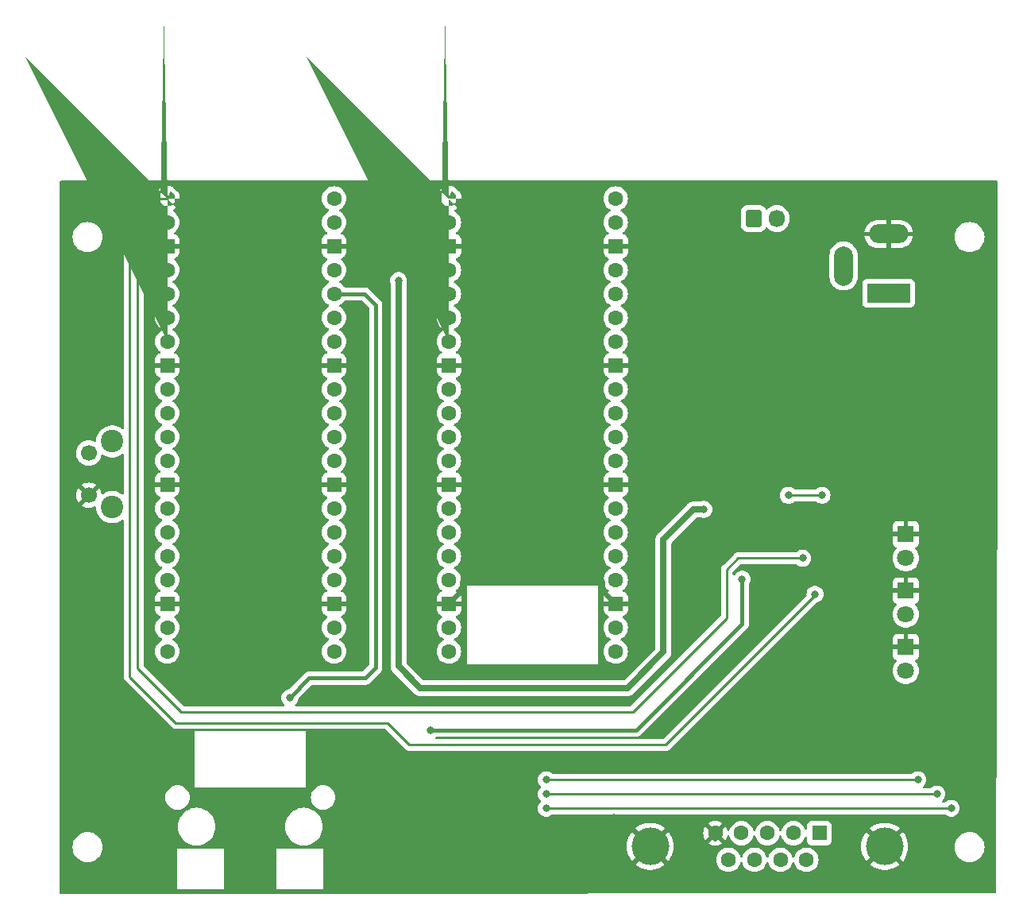
<source format=gbl>
%TF.GenerationSoftware,KiCad,Pcbnew,7.0.2*%
%TF.CreationDate,2023-05-08T05:26:30+09:00*%
%TF.ProjectId,pcb,7063622e-6b69-4636-9164-5f7063625858,rev?*%
%TF.SameCoordinates,Original*%
%TF.FileFunction,Copper,L2,Bot*%
%TF.FilePolarity,Positive*%
%FSLAX46Y46*%
G04 Gerber Fmt 4.6, Leading zero omitted, Abs format (unit mm)*
G04 Created by KiCad (PCBNEW 7.0.2) date 2023-05-08 05:26:30*
%MOMM*%
%LPD*%
G01*
G04 APERTURE LIST*
G04 Aperture macros list*
%AMRoundRect*
0 Rectangle with rounded corners*
0 $1 Rounding radius*
0 $2 $3 $4 $5 $6 $7 $8 $9 X,Y pos of 4 corners*
0 Add a 4 corners polygon primitive as box body*
4,1,4,$2,$3,$4,$5,$6,$7,$8,$9,$2,$3,0*
0 Add four circle primitives for the rounded corners*
1,1,$1+$1,$2,$3*
1,1,$1+$1,$4,$5*
1,1,$1+$1,$6,$7*
1,1,$1+$1,$8,$9*
0 Add four rect primitives between the rounded corners*
20,1,$1+$1,$2,$3,$4,$5,0*
20,1,$1+$1,$4,$5,$6,$7,0*
20,1,$1+$1,$6,$7,$8,$9,0*
20,1,$1+$1,$8,$9,$2,$3,0*%
%AMFreePoly0*
4,1,58,0.281242,0.792533,0.314585,0.788777,0.324216,0.782725,0.335306,0.780194,0.361541,0.759271,0.389950,0.741421,0.741421,0.389950,0.759271,0.361541,0.780194,0.335306,0.782725,0.324216,0.788777,0.314585,0.792533,0.281242,0.800000,0.248529,0.800000,-0.248529,0.792533,-0.281242,0.788777,-0.314585,0.782725,-0.324216,0.780194,-0.335306,0.759271,-0.361541,0.741421,-0.389950,
0.389950,-0.741421,0.361541,-0.759271,0.335306,-0.780194,0.324216,-0.782725,0.314585,-0.788777,0.281242,-0.792533,0.248529,-0.800000,0.000000,-0.800000,-0.248529,-0.800000,-0.281242,-0.792533,-0.314585,-0.788777,-0.324216,-0.782725,-0.335306,-0.780194,-0.361541,-0.759271,-0.389950,-0.741421,-0.741421,-0.389950,-0.759271,-0.361541,-0.780194,-0.335306,-0.782725,-0.324216,-0.788777,-0.314585,
-0.792533,-0.281242,-0.800000,-0.248529,-0.800000,0.248529,-0.792533,0.281242,-0.788777,0.314585,-0.782725,0.324216,-0.780194,0.335306,-0.759271,0.361541,-0.741421,0.389950,-0.389950,0.741421,-0.361541,0.759271,-0.335306,0.780194,-0.324216,0.782725,-0.314585,0.788777,-0.281242,0.792533,-0.248529,0.800000,0.248529,0.800000,0.281242,0.792533,0.281242,0.792533,$1*%
G04 Aperture macros list end*
%TA.AperFunction,ComponentPad*%
%ADD10C,1.600000*%
%TD*%
%TA.AperFunction,ComponentPad*%
%ADD11R,1.600000X1.600000*%
%TD*%
%TA.AperFunction,ComponentPad*%
%ADD12C,4.000000*%
%TD*%
%TA.AperFunction,ComponentPad*%
%ADD13R,1.800000X1.800000*%
%TD*%
%TA.AperFunction,ComponentPad*%
%ADD14C,1.800000*%
%TD*%
%TA.AperFunction,ComponentPad*%
%ADD15FreePoly0,0.000000*%
%TD*%
%TA.AperFunction,ComponentPad*%
%ADD16RoundRect,0.200000X-0.600000X-0.600000X0.600000X-0.600000X0.600000X0.600000X-0.600000X0.600000X0*%
%TD*%
%TA.AperFunction,ComponentPad*%
%ADD17R,4.600000X2.000000*%
%TD*%
%TA.AperFunction,ComponentPad*%
%ADD18O,4.200000X2.000000*%
%TD*%
%TA.AperFunction,ComponentPad*%
%ADD19O,2.000000X4.200000*%
%TD*%
%TA.AperFunction,ComponentPad*%
%ADD20RoundRect,0.250000X-0.600000X-0.675000X0.600000X-0.675000X0.600000X0.675000X-0.600000X0.675000X0*%
%TD*%
%TA.AperFunction,ComponentPad*%
%ADD21O,1.700000X1.850000*%
%TD*%
%TA.AperFunction,ComponentPad*%
%ADD22C,2.400000*%
%TD*%
%TA.AperFunction,ComponentPad*%
%ADD23C,1.700000*%
%TD*%
%TA.AperFunction,ViaPad*%
%ADD24C,0.800000*%
%TD*%
%TA.AperFunction,Conductor*%
%ADD25C,0.250000*%
%TD*%
%TA.AperFunction,Conductor*%
%ADD26C,0.700000*%
%TD*%
%TA.AperFunction,Conductor*%
%ADD27C,0.500000*%
%TD*%
%TA.AperFunction,Conductor*%
%ADD28C,0.400000*%
%TD*%
G04 APERTURE END LIST*
D10*
%TO.P,J4,9,9*%
%TO.N,unconnected-(J4-Pad9)*%
X91305000Y-92353900D03*
%TO.P,J4,8,8*%
%TO.N,unconnected-(J4-Pad8)*%
X94075000Y-92353900D03*
%TO.P,J4,7,7*%
%TO.N,unconnected-(J4-Pad7)*%
X96845000Y-92353900D03*
%TO.P,J4,6,6*%
%TO.N,unconnected-(J4-Pad6)*%
X99615000Y-92353900D03*
%TO.P,J4,5,5*%
%TO.N,GND*%
X89920000Y-89513900D03*
%TO.P,J4,4,4*%
%TO.N,unconnected-(J4-Pad4)*%
X92690000Y-89513900D03*
%TO.P,J4,3,3*%
%TO.N,RS232_RX*%
X95460000Y-89513900D03*
%TO.P,J4,2,2*%
%TO.N,RS232_TX*%
X98230000Y-89513900D03*
D11*
%TO.P,J4,1,1*%
%TO.N,unconnected-(J4-Pad1)*%
X101000000Y-89513900D03*
D12*
%TO.P,J4,0,PAD*%
%TO.N,GND*%
X107960000Y-90933900D03*
X82960000Y-90933900D03*
%TD*%
D13*
%TO.P,D3,1,K*%
%TO.N,GND*%
X110220000Y-63670000D03*
D14*
%TO.P,D3,2,A*%
%TO.N,Net-(D3-A)*%
X110220000Y-66210000D03*
%TD*%
%TO.P,D2,2,A*%
%TO.N,Net-(D2-A)*%
X110220000Y-60210000D03*
D13*
%TO.P,D2,1,K*%
%TO.N,GND*%
X110220000Y-57670000D03*
%TD*%
D15*
%TO.P,U2,1,GPIO0*%
%TO.N,unconnected-(U2-GPIO0-Pad1)*%
X61518800Y-21894800D03*
D10*
%TO.P,U2,2,GPIO1*%
%TO.N,unconnected-(U2-GPIO1-Pad2)*%
X61518800Y-24434800D03*
D16*
%TO.P,U2,3,GND_1*%
%TO.N,GND*%
X61518800Y-26974800D03*
D10*
%TO.P,U2,4,GPIO2*%
%TO.N,unconnected-(U2-GPIO2-Pad4)*%
X61518800Y-29514800D03*
%TO.P,U2,5,GPIO3*%
%TO.N,unconnected-(U2-GPIO3-Pad5)*%
X61518800Y-32054800D03*
%TO.P,U2,6,GPIO4*%
%TO.N,UART1_RX*%
X61518800Y-34594800D03*
%TO.P,U2,7,GPIO5*%
%TO.N,UART1_TX*%
X61518800Y-37134800D03*
D16*
%TO.P,U2,8,GND_2*%
%TO.N,GND*%
X61518800Y-39674800D03*
D10*
%TO.P,U2,9,GPIO6*%
%TO.N,P6*%
X61518800Y-42214800D03*
%TO.P,U2,10,GPIO7*%
%TO.N,P7*%
X61518800Y-44754800D03*
%TO.P,U2,11,GPIO8*%
%TO.N,unconnected-(U2-GPIO8-Pad11)*%
X61518800Y-47294800D03*
%TO.P,U2,12,GPIO9*%
%TO.N,unconnected-(U2-GPIO9-Pad12)*%
X61518800Y-49834800D03*
D16*
%TO.P,U2,13,GND_3*%
%TO.N,GND*%
X61518800Y-52374800D03*
D10*
%TO.P,U2,14,GPIO10*%
%TO.N,unconnected-(U2-GPIO10-Pad14)*%
X61518800Y-54914800D03*
%TO.P,U2,15,GPIO11*%
%TO.N,unconnected-(U2-GPIO11-Pad15)*%
X61518800Y-57454800D03*
%TO.P,U2,16,GPIO12*%
%TO.N,unconnected-(U2-GPIO12-Pad16)*%
X61518800Y-59994800D03*
%TO.P,U2,17,GPIO13*%
%TO.N,unconnected-(U2-GPIO13-Pad17)*%
X61518800Y-62534800D03*
D16*
%TO.P,U2,18,GND_4*%
%TO.N,GND*%
X61518800Y-65074800D03*
D10*
%TO.P,U2,19,GPIO14*%
%TO.N,unconnected-(U2-GPIO14-Pad19)*%
X61518800Y-67614800D03*
%TO.P,U2,20,GPIO15*%
%TO.N,unconnected-(U2-GPIO15-Pad20)*%
X61518800Y-70154800D03*
%TO.P,U2,21,GPIO16*%
%TO.N,unconnected-(U2-GPIO16-Pad21)*%
X79298800Y-70154800D03*
%TO.P,U2,22,GPIO17*%
%TO.N,unconnected-(U2-GPIO17-Pad22)*%
X79298800Y-67614800D03*
D16*
%TO.P,U2,23,GND_5*%
%TO.N,GND*%
X79298800Y-65074800D03*
D10*
%TO.P,U2,24,GPIO18*%
%TO.N,unconnected-(U2-GPIO18-Pad24)*%
X79298800Y-62534800D03*
%TO.P,U2,25,GPIO19*%
%TO.N,unconnected-(U2-GPIO19-Pad25)*%
X79298800Y-59994800D03*
%TO.P,U2,26,GPIO20*%
%TO.N,unconnected-(U2-GPIO20-Pad26)*%
X79298800Y-57454800D03*
%TO.P,U2,27,GPIO21*%
%TO.N,unconnected-(U2-GPIO21-Pad27)*%
X79298800Y-54914800D03*
D16*
%TO.P,U2,28,GND_6*%
%TO.N,GND*%
X79298800Y-52374800D03*
D10*
%TO.P,U2,29,GPIO22*%
%TO.N,unconnected-(U2-GPIO22-Pad29)*%
X79298800Y-49834800D03*
%TO.P,U2,30,RUN*%
%TO.N,unconnected-(U2-RUN-Pad30)*%
X79298800Y-47294800D03*
%TO.P,U2,31,GPIO26_ADC0*%
%TO.N,unconnected-(U2-GPIO26_ADC0-Pad31)*%
X79298800Y-44754800D03*
%TO.P,U2,32,GPIO27_ADC1*%
%TO.N,unconnected-(U2-GPIO27_ADC1-Pad32)*%
X79298800Y-42214800D03*
D16*
%TO.P,U2,33,AGND*%
%TO.N,GND*%
X79298800Y-39674800D03*
D10*
%TO.P,U2,34,GPIO28_ADC2*%
%TO.N,unconnected-(U2-GPIO28_ADC2-Pad34)*%
X79298800Y-37134800D03*
%TO.P,U2,35,ADC_VREF*%
%TO.N,unconnected-(U2-ADC_VREF-Pad35)*%
X79298800Y-34594800D03*
%TO.P,U2,36,3V3*%
%TO.N,unconnected-(U2-3V3-Pad36)*%
X79298800Y-32054800D03*
%TO.P,U2,37,3V3_EN*%
%TO.N,unconnected-(U2-3V3_EN-Pad37)*%
X79298800Y-29514800D03*
D16*
%TO.P,U2,38,GND_7*%
%TO.N,GND*%
X79298800Y-26974800D03*
D10*
%TO.P,U2,39,VSYS*%
%TO.N,Net-(U2-VSYS)*%
X79298800Y-24434800D03*
%TO.P,U2,40,VBUS*%
%TO.N,Net-(U2-VBUS)*%
X79298800Y-21894800D03*
%TD*%
D17*
%TO.P,J1,1*%
%TO.N,+24VP*%
X108381800Y-31979400D03*
D18*
%TO.P,J1,2*%
%TO.N,GND*%
X108381800Y-25679400D03*
D19*
%TO.P,J1,3*%
%TO.N,N/C*%
X103581800Y-29079400D03*
%TD*%
D20*
%TO.P,J3,1,Pin_1*%
%TO.N,+24V*%
X93974600Y-24018000D03*
D21*
%TO.P,J3,2,Pin_2*%
%TO.N,+24VP*%
X96474600Y-24018000D03*
%TD*%
D22*
%TO.P,SW1,*%
%TO.N,*%
X25614000Y-54772000D03*
X25614000Y-47772000D03*
D23*
%TO.P,SW1,1,1*%
%TO.N,GND*%
X23114000Y-53522000D03*
%TO.P,SW1,2,2*%
%TO.N,BTN*%
X23114000Y-49022000D03*
%TD*%
D13*
%TO.P,D4,1,K*%
%TO.N,GND*%
X110220000Y-69670000D03*
D14*
%TO.P,D4,2,A*%
%TO.N,Net-(D4-A)*%
X110220000Y-72210000D03*
%TD*%
D10*
%TO.P,U4,40,VBUS*%
%TO.N,Net-(U4-VBUS)*%
X49276000Y-21894800D03*
%TO.P,U4,39,VSYS*%
%TO.N,Net-(U4-VSYS)*%
X49276000Y-24434800D03*
D16*
%TO.P,U4,38,GND_7*%
%TO.N,GND*%
X49276000Y-26974800D03*
D10*
%TO.P,U4,37,3V3_EN*%
%TO.N,unconnected-(U4-3V3_EN-Pad37)*%
X49276000Y-29514800D03*
%TO.P,U4,36,3V3*%
%TO.N,+3.3V*%
X49276000Y-32054800D03*
%TO.P,U4,35,ADC_VREF*%
%TO.N,unconnected-(U4-ADC_VREF-Pad35)*%
X49276000Y-34594800D03*
%TO.P,U4,34,GPIO28_ADC2*%
%TO.N,unconnected-(U4-GPIO28_ADC2-Pad34)*%
X49276000Y-37134800D03*
D16*
%TO.P,U4,33,AGND*%
%TO.N,GND*%
X49276000Y-39674800D03*
D10*
%TO.P,U4,32,GPIO27_ADC1*%
%TO.N,unconnected-(U4-GPIO27_ADC1-Pad32)*%
X49276000Y-42214800D03*
%TO.P,U4,31,GPIO26_ADC0*%
%TO.N,unconnected-(U4-GPIO26_ADC0-Pad31)*%
X49276000Y-44754800D03*
%TO.P,U4,30,RUN*%
%TO.N,unconnected-(U4-RUN-Pad30)*%
X49276000Y-47294800D03*
%TO.P,U4,29,GPIO22*%
%TO.N,unconnected-(U4-GPIO22-Pad29)*%
X49276000Y-49834800D03*
D16*
%TO.P,U4,28,GND_6*%
%TO.N,GND*%
X49276000Y-52374800D03*
D10*
%TO.P,U4,27,GPIO21(INTn)*%
%TO.N,unconnected-(U4-GPIO21(INTn)-Pad27)*%
X49276000Y-54914800D03*
%TO.P,U4,26,GPIO20(RSTn)*%
%TO.N,unconnected-(U4-GPIO20(RSTn)-Pad26)*%
X49276000Y-57454800D03*
%TO.P,U4,25,GPIO19(MOSI)*%
%TO.N,unconnected-(U4-GPIO19(MOSI)-Pad25)*%
X49276000Y-59994800D03*
%TO.P,U4,24,GPIO18(SCLK)*%
%TO.N,unconnected-(U4-GPIO18(SCLK)-Pad24)*%
X49276000Y-62534800D03*
D16*
%TO.P,U4,23,GND_5*%
%TO.N,GND*%
X49276000Y-65074800D03*
D10*
%TO.P,U4,22,GPIO17(CSn)*%
%TO.N,unconnected-(U4-GPIO17(CSn)-Pad22)*%
X49276000Y-67614800D03*
%TO.P,U4,21,GPIO16(MISO)*%
%TO.N,unconnected-(U4-GPIO16(MISO)-Pad21)*%
X49276000Y-70154800D03*
%TO.P,U4,20,GPIO15*%
%TO.N,Net-(U4-GPIO15)*%
X31496000Y-70154800D03*
%TO.P,U4,19,GPIO14*%
%TO.N,Net-(U4-GPIO14)*%
X31496000Y-67614800D03*
D16*
%TO.P,U4,18,GND_4*%
%TO.N,GND*%
X31496000Y-65074800D03*
D10*
%TO.P,U4,17,GPIO13*%
%TO.N,Net-(U4-GPIO13)*%
X31496000Y-62534800D03*
%TO.P,U4,16,GPIO12*%
%TO.N,unconnected-(U4-GPIO12-Pad16)*%
X31496000Y-59994800D03*
%TO.P,U4,15,GPIO11*%
%TO.N,unconnected-(U4-GPIO11-Pad15)*%
X31496000Y-57454800D03*
%TO.P,U4,14,GPIO10*%
%TO.N,unconnected-(U4-GPIO10-Pad14)*%
X31496000Y-54914800D03*
D16*
%TO.P,U4,13,GND_3*%
%TO.N,GND*%
X31496000Y-52374800D03*
D10*
%TO.P,U4,12,GPIO9*%
%TO.N,BTN*%
X31496000Y-49834800D03*
%TO.P,U4,11,GPIO8*%
%TO.N,unconnected-(U4-GPIO8-Pad11)*%
X31496000Y-47294800D03*
%TO.P,U4,10,GPIO7*%
%TO.N,P7*%
X31496000Y-44754800D03*
%TO.P,U4,9,GPIO6*%
%TO.N,P6*%
X31496000Y-42214800D03*
D16*
%TO.P,U4,8,GND_2*%
%TO.N,GND*%
X31496000Y-39674800D03*
D10*
%TO.P,U4,7,GPIO5*%
%TO.N,UART1_RX*%
X31496000Y-37134800D03*
%TO.P,U4,6,GPIO4*%
%TO.N,UART1_TX*%
X31496000Y-34594800D03*
%TO.P,U4,5,GPIO3*%
%TO.N,unconnected-(U4-GPIO3-Pad5)*%
X31496000Y-32054800D03*
%TO.P,U4,4,GPIO2*%
%TO.N,unconnected-(U4-GPIO2-Pad4)*%
X31496000Y-29514800D03*
D16*
%TO.P,U4,3,GND_1*%
%TO.N,GND*%
X31496000Y-26974800D03*
D10*
%TO.P,U4,2,GPIO1*%
%TO.N,UART0_RX*%
X31496000Y-24434800D03*
D15*
%TO.P,U4,1,GPIO0*%
%TO.N,UART0_TX*%
X31496000Y-21894800D03*
%TD*%
D24*
%TO.N,Net-(U4-GPIO14)*%
X115062000Y-86868000D03*
X71882000Y-86868000D03*
%TO.N,Net-(U4-GPIO13)*%
X111506000Y-83820000D03*
X71882000Y-83820000D03*
%TO.N,Net-(U4-GPIO15)*%
X113538000Y-85344000D03*
X71882000Y-85344000D03*
%TO.N,+5V*%
X56134000Y-30632400D03*
X88696800Y-55016400D03*
%TO.N,GND*%
X91223000Y-41526600D03*
X91223000Y-47978200D03*
%TO.N,+3.3V*%
X92772400Y-62456200D03*
X44551600Y-75082400D03*
X59588400Y-78536800D03*
%TO.N,UART0_TX*%
X100533200Y-64058800D03*
%TO.N,UART0_RX*%
X99224000Y-60221000D03*
%TO.N,Net-(U1-COMP)*%
X97700000Y-53515400D03*
X101281400Y-53515400D03*
%TD*%
D25*
%TO.N,Net-(U4-GPIO14)*%
X71882000Y-86868000D02*
X115062000Y-86868000D01*
%TO.N,Net-(U4-GPIO13)*%
X71882000Y-83820000D02*
X111506000Y-83820000D01*
%TO.N,Net-(U4-GPIO15)*%
X71882000Y-85344000D02*
X113538000Y-85344000D01*
D26*
%TO.N,+5V*%
X84378800Y-58216800D02*
X84378800Y-70205600D01*
X88696800Y-55016400D02*
X87579200Y-55016400D01*
X58470800Y-74066400D02*
X56134000Y-71729600D01*
X56134000Y-71729600D02*
X56134000Y-30632400D01*
X84378800Y-70205600D02*
X80518000Y-74066400D01*
X87579200Y-55016400D02*
X84378800Y-58216800D01*
X80518000Y-74066400D02*
X58470800Y-74066400D01*
D27*
%TO.N,GND*%
X61518800Y-26974800D02*
X70713600Y-26974800D01*
X70561200Y-39674800D02*
X70561200Y-27127200D01*
X40182800Y-52374800D02*
X31496000Y-52374800D01*
X91223000Y-46378000D02*
X91223000Y-41526600D01*
X40335200Y-52374800D02*
X40335200Y-39674800D01*
X62941200Y-63652400D02*
X62941200Y-62687200D01*
X77927200Y-62738000D02*
X77927200Y-63703200D01*
X40538400Y-26974800D02*
X31496000Y-26974800D01*
X49276000Y-39674800D02*
X40335200Y-39674800D01*
X77927200Y-63703200D02*
X79298800Y-65074800D01*
X49276000Y-65074800D02*
X40182800Y-65074800D01*
X91201600Y-46356600D02*
X91223000Y-46378000D01*
X70561200Y-39674800D02*
X79298800Y-39674800D01*
X40335200Y-27178000D02*
X40538400Y-26974800D01*
X79129400Y-87680800D02*
X79129400Y-87703300D01*
X70612000Y-39725600D02*
X70561200Y-39674800D01*
X91223000Y-47978200D02*
X91223000Y-46378000D01*
X70612000Y-52374800D02*
X79298800Y-52374800D01*
X70612000Y-52374800D02*
X70612000Y-39725600D01*
X49276000Y-52374800D02*
X40335200Y-52374800D01*
X70612000Y-52374800D02*
X70612000Y-61772800D01*
X70612000Y-61772800D02*
X76962000Y-61772800D01*
X40335200Y-52374800D02*
X40182800Y-52374800D01*
X76962000Y-61772800D02*
X77927200Y-62738000D01*
X70561200Y-27127200D02*
X70713600Y-26974800D01*
X61518800Y-39674800D02*
X70561200Y-39674800D01*
X61518800Y-52374800D02*
X70612000Y-52374800D01*
X70713600Y-26974800D02*
X79298800Y-26974800D01*
X40335200Y-39674800D02*
X31496000Y-39674800D01*
X40182800Y-65074800D02*
X31496000Y-65074800D01*
X63855600Y-61772800D02*
X70612000Y-61772800D01*
X62941200Y-62687200D02*
X63855600Y-61772800D01*
X61518800Y-26974800D02*
X49276000Y-26974800D01*
X49276000Y-26974800D02*
X40538400Y-26974800D01*
X40182800Y-52374800D02*
X40182800Y-65074800D01*
X40335200Y-39674800D02*
X40335200Y-27178000D01*
X61518800Y-65074800D02*
X62941200Y-63652400D01*
X89838900Y-90113900D02*
X89942500Y-90113900D01*
D28*
%TO.N,+3.3V*%
X53695600Y-71882000D02*
X53695600Y-33223200D01*
X92772400Y-67247600D02*
X92772400Y-62456200D01*
X52628800Y-72999600D02*
X52628800Y-72948800D01*
X81483200Y-78536800D02*
X92772400Y-67247600D01*
X53695600Y-33223200D02*
X52527200Y-32054800D01*
X46634400Y-72999600D02*
X52628800Y-72999600D01*
X44551600Y-75082400D02*
X46634400Y-72999600D01*
X52527200Y-32054800D02*
X49276000Y-32054800D01*
X52628800Y-72948800D02*
X53695600Y-71882000D01*
X59588400Y-78536800D02*
X81483200Y-78536800D01*
D25*
%TO.N,UART0_TX*%
X27482800Y-24688800D02*
X30276800Y-21894800D01*
X100482400Y-64109600D02*
X100482400Y-64262000D01*
X54965600Y-77774800D02*
X32410400Y-77774800D01*
X100533200Y-64058800D02*
X100482400Y-64109600D01*
X32410400Y-77774800D02*
X27482800Y-72847200D01*
X30276800Y-21894800D02*
X31496000Y-21894800D01*
X27482800Y-72847200D02*
X27482800Y-24688800D01*
X100482400Y-64262000D02*
X84632800Y-80111600D01*
X57302400Y-80111600D02*
X54965600Y-77774800D01*
X84632800Y-80111600D02*
X57302400Y-80111600D01*
%TO.N,UART0_RX*%
X29159200Y-24434800D02*
X28346400Y-25247600D01*
X81127600Y-76606400D02*
X91135200Y-66598800D01*
X31496000Y-24434800D02*
X29159200Y-24434800D01*
X32969200Y-76606400D02*
X81127600Y-76606400D01*
X28346400Y-25247600D02*
X28346400Y-71983600D01*
X28346400Y-71983600D02*
X32969200Y-76606400D01*
X91135200Y-61417200D02*
X92331400Y-60221000D01*
X92331400Y-60221000D02*
X99224000Y-60221000D01*
X91135200Y-66598800D02*
X91135200Y-61417200D01*
%TO.N,Net-(U1-COMP)*%
X97700000Y-53515400D02*
X101281400Y-53515400D01*
%TD*%
%TA.AperFunction,Conductor*%
%TO.N,GND*%
G36*
X119942539Y-20020185D02*
G01*
X119988294Y-20072989D01*
X119999500Y-20124500D01*
X119999500Y-47350240D01*
X119837612Y-95786939D01*
X119817704Y-95853913D01*
X119764747Y-95899491D01*
X119713739Y-95910525D01*
X32162800Y-95999500D01*
X20124500Y-95999500D01*
X20057461Y-95979815D01*
X20011706Y-95927011D01*
X20000500Y-95875500D01*
X20000500Y-95440689D01*
X32535416Y-95440689D01*
X32535459Y-95464800D01*
X32535501Y-95464901D01*
X32535616Y-95465182D01*
X32535618Y-95465184D01*
X32535808Y-95465262D01*
X32536000Y-95465341D01*
X32536002Y-95465339D01*
X32560616Y-95465324D01*
X32560616Y-95465328D01*
X32560760Y-95465300D01*
X37511240Y-95465300D01*
X37511383Y-95465328D01*
X37511384Y-95465324D01*
X37535997Y-95465339D01*
X37536000Y-95465341D01*
X37536383Y-95465183D01*
X37536500Y-95464899D01*
X37536541Y-95464800D01*
X37536540Y-95464797D01*
X37536583Y-95440689D01*
X43135416Y-95440689D01*
X43135459Y-95464800D01*
X43135501Y-95464901D01*
X43135616Y-95465182D01*
X43135618Y-95465184D01*
X43135808Y-95465262D01*
X43136000Y-95465341D01*
X43136002Y-95465339D01*
X43160616Y-95465324D01*
X43160616Y-95465328D01*
X43160760Y-95465300D01*
X48111240Y-95465300D01*
X48111383Y-95465328D01*
X48111384Y-95465324D01*
X48135997Y-95465339D01*
X48136000Y-95465341D01*
X48136383Y-95465183D01*
X48136500Y-95464899D01*
X48136541Y-95464800D01*
X48136540Y-95464797D01*
X48136583Y-95440689D01*
X48136500Y-95440267D01*
X48136500Y-91189559D01*
X48136528Y-91189416D01*
X48136524Y-91189416D01*
X48136539Y-91164802D01*
X48136541Y-91164800D01*
X48136462Y-91164608D01*
X48136384Y-91164418D01*
X48136383Y-91164417D01*
X48136379Y-91164415D01*
X48136097Y-91164299D01*
X48136000Y-91164259D01*
X48111446Y-91164259D01*
X48111240Y-91164300D01*
X43160760Y-91164300D01*
X43160554Y-91164259D01*
X43135999Y-91164259D01*
X43135900Y-91164300D01*
X43135618Y-91164415D01*
X43135615Y-91164418D01*
X43135459Y-91164799D01*
X43135476Y-91189416D01*
X43135471Y-91189416D01*
X43135500Y-91189559D01*
X43135500Y-95440267D01*
X43135416Y-95440689D01*
X37536583Y-95440689D01*
X37536500Y-95440267D01*
X37536500Y-91189559D01*
X37536528Y-91189416D01*
X37536524Y-91189416D01*
X37536539Y-91164802D01*
X37536541Y-91164800D01*
X37536462Y-91164608D01*
X37536384Y-91164418D01*
X37536383Y-91164417D01*
X37536379Y-91164415D01*
X37536097Y-91164299D01*
X37536000Y-91164259D01*
X37511446Y-91164259D01*
X37511240Y-91164300D01*
X32560760Y-91164300D01*
X32560554Y-91164259D01*
X32535999Y-91164259D01*
X32535900Y-91164300D01*
X32535618Y-91164415D01*
X32535615Y-91164418D01*
X32535459Y-91164799D01*
X32535476Y-91189416D01*
X32535471Y-91189416D01*
X32535499Y-91189559D01*
X32535500Y-95440267D01*
X32535416Y-95440689D01*
X20000500Y-95440689D01*
X20000500Y-91000000D01*
X21394551Y-91000000D01*
X21414317Y-91251149D01*
X21473126Y-91496110D01*
X21480851Y-91514759D01*
X21569534Y-91728859D01*
X21701164Y-91943659D01*
X21864776Y-92135224D01*
X22056341Y-92298836D01*
X22271141Y-92430466D01*
X22503889Y-92526873D01*
X22748852Y-92585683D01*
X23000000Y-92605449D01*
X23251148Y-92585683D01*
X23496111Y-92526873D01*
X23728859Y-92430466D01*
X23943659Y-92298836D01*
X24135224Y-92135224D01*
X24298836Y-91943659D01*
X24430466Y-91728859D01*
X24526873Y-91496111D01*
X24585683Y-91251148D01*
X24605449Y-91000000D01*
X24600553Y-90937794D01*
X80455302Y-90937794D01*
X80474564Y-91243959D01*
X80475538Y-91251679D01*
X80533023Y-91553024D01*
X80534959Y-91560563D01*
X80629759Y-91852326D01*
X80632622Y-91859557D01*
X80763243Y-92137140D01*
X80766987Y-92143951D01*
X80931368Y-92402975D01*
X80935949Y-92409280D01*
X81024286Y-92516060D01*
X81662266Y-91878080D01*
X81825130Y-92068770D01*
X82015818Y-92231632D01*
X81374971Y-92872479D01*
X81374972Y-92872480D01*
X81614620Y-93046594D01*
X81621210Y-93050776D01*
X81890032Y-93198562D01*
X81897071Y-93201875D01*
X82182307Y-93314807D01*
X82189702Y-93317210D01*
X82486837Y-93393502D01*
X82494495Y-93394963D01*
X82798846Y-93433411D01*
X82806608Y-93433900D01*
X83113392Y-93433900D01*
X83121153Y-93433411D01*
X83425504Y-93394963D01*
X83433162Y-93393502D01*
X83730297Y-93317210D01*
X83737692Y-93314807D01*
X84022928Y-93201875D01*
X84029967Y-93198562D01*
X84298798Y-93050772D01*
X84305368Y-93046602D01*
X84545026Y-92872479D01*
X84545027Y-92872479D01*
X83904180Y-92231633D01*
X84094870Y-92068770D01*
X84257733Y-91878081D01*
X84895712Y-92516060D01*
X84984054Y-92409274D01*
X84988630Y-92402976D01*
X85019775Y-92353900D01*
X89999531Y-92353900D01*
X90019364Y-92580589D01*
X90078261Y-92800397D01*
X90174432Y-93006635D01*
X90304953Y-93193040D01*
X90465859Y-93353946D01*
X90652264Y-93484467D01*
X90652265Y-93484467D01*
X90652266Y-93484468D01*
X90858504Y-93580639D01*
X91078308Y-93639535D01*
X91229435Y-93652756D01*
X91304999Y-93659368D01*
X91304999Y-93659367D01*
X91305000Y-93659368D01*
X91531692Y-93639535D01*
X91751496Y-93580639D01*
X91957734Y-93484468D01*
X92144139Y-93353947D01*
X92305047Y-93193039D01*
X92435568Y-93006634D01*
X92531739Y-92800396D01*
X92570224Y-92656764D01*
X92606590Y-92597103D01*
X92669437Y-92566574D01*
X92738812Y-92574869D01*
X92792690Y-92619354D01*
X92809775Y-92656764D01*
X92848261Y-92800396D01*
X92944432Y-93006635D01*
X93074953Y-93193040D01*
X93235859Y-93353946D01*
X93422264Y-93484467D01*
X93422265Y-93484467D01*
X93422266Y-93484468D01*
X93628504Y-93580639D01*
X93848308Y-93639535D01*
X94075000Y-93659368D01*
X94301692Y-93639535D01*
X94521496Y-93580639D01*
X94727734Y-93484468D01*
X94914139Y-93353947D01*
X95075047Y-93193039D01*
X95205568Y-93006634D01*
X95301739Y-92800396D01*
X95340224Y-92656764D01*
X95376590Y-92597103D01*
X95439437Y-92566574D01*
X95508812Y-92574869D01*
X95562690Y-92619354D01*
X95579775Y-92656764D01*
X95618261Y-92800396D01*
X95714432Y-93006635D01*
X95844953Y-93193040D01*
X96005859Y-93353946D01*
X96192264Y-93484467D01*
X96192265Y-93484467D01*
X96192266Y-93484468D01*
X96398504Y-93580639D01*
X96618308Y-93639535D01*
X96769436Y-93652756D01*
X96844999Y-93659368D01*
X96844999Y-93659367D01*
X96845000Y-93659368D01*
X97071692Y-93639535D01*
X97291496Y-93580639D01*
X97497734Y-93484468D01*
X97684139Y-93353947D01*
X97845047Y-93193039D01*
X97975568Y-93006634D01*
X98071739Y-92800396D01*
X98110224Y-92656764D01*
X98146590Y-92597103D01*
X98209437Y-92566574D01*
X98278812Y-92574869D01*
X98332690Y-92619354D01*
X98349775Y-92656764D01*
X98388261Y-92800396D01*
X98484432Y-93006635D01*
X98614953Y-93193040D01*
X98775859Y-93353946D01*
X98962264Y-93484467D01*
X98962265Y-93484467D01*
X98962266Y-93484468D01*
X99168504Y-93580639D01*
X99388308Y-93639535D01*
X99615000Y-93659368D01*
X99841692Y-93639535D01*
X100061496Y-93580639D01*
X100267734Y-93484468D01*
X100454139Y-93353947D01*
X100615047Y-93193039D01*
X100745568Y-93006634D01*
X100841739Y-92800396D01*
X100900635Y-92580592D01*
X100920468Y-92353900D01*
X100900635Y-92127208D01*
X100841739Y-91907404D01*
X100745568Y-91701166D01*
X100615047Y-91514761D01*
X100615046Y-91514759D01*
X100454140Y-91353853D01*
X100267735Y-91223332D01*
X100061497Y-91127161D01*
X99841689Y-91068264D01*
X99615000Y-91048431D01*
X99388310Y-91068264D01*
X99168502Y-91127161D01*
X98962264Y-91223332D01*
X98775859Y-91353853D01*
X98614953Y-91514759D01*
X98484432Y-91701164D01*
X98388261Y-91907402D01*
X98349775Y-92051036D01*
X98313410Y-92110696D01*
X98250563Y-92141225D01*
X98181187Y-92132930D01*
X98127309Y-92088445D01*
X98110225Y-92051036D01*
X98081453Y-91943657D01*
X98071739Y-91907404D01*
X97975568Y-91701166D01*
X97845047Y-91514761D01*
X97845046Y-91514759D01*
X97684140Y-91353853D01*
X97497735Y-91223332D01*
X97291497Y-91127161D01*
X97071689Y-91068264D01*
X96845000Y-91048431D01*
X96618310Y-91068264D01*
X96398502Y-91127161D01*
X96192264Y-91223332D01*
X96005859Y-91353853D01*
X95844953Y-91514759D01*
X95714432Y-91701164D01*
X95618261Y-91907402D01*
X95579775Y-92051036D01*
X95543410Y-92110696D01*
X95480563Y-92141225D01*
X95411187Y-92132930D01*
X95357309Y-92088445D01*
X95340225Y-92051036D01*
X95311453Y-91943657D01*
X95301739Y-91907404D01*
X95205568Y-91701166D01*
X95075047Y-91514761D01*
X95075046Y-91514759D01*
X94914140Y-91353853D01*
X94727735Y-91223332D01*
X94521497Y-91127161D01*
X94301689Y-91068264D01*
X94075000Y-91048431D01*
X93848310Y-91068264D01*
X93628502Y-91127161D01*
X93422264Y-91223332D01*
X93235859Y-91353853D01*
X93074953Y-91514759D01*
X92944432Y-91701164D01*
X92848261Y-91907402D01*
X92809775Y-92051036D01*
X92773410Y-92110696D01*
X92710563Y-92141225D01*
X92641187Y-92132930D01*
X92587309Y-92088445D01*
X92570225Y-92051036D01*
X92541453Y-91943657D01*
X92531739Y-91907404D01*
X92435568Y-91701166D01*
X92305047Y-91514761D01*
X92305046Y-91514759D01*
X92144140Y-91353853D01*
X91957735Y-91223332D01*
X91751497Y-91127161D01*
X91531689Y-91068264D01*
X91304999Y-91048431D01*
X91078310Y-91068264D01*
X90858502Y-91127161D01*
X90652264Y-91223332D01*
X90465859Y-91353853D01*
X90304953Y-91514759D01*
X90174432Y-91701164D01*
X90078261Y-91907402D01*
X90019364Y-92127210D01*
X89999531Y-92353900D01*
X85019775Y-92353900D01*
X85153012Y-92143951D01*
X85156756Y-92137140D01*
X85287377Y-91859557D01*
X85290240Y-91852326D01*
X85385040Y-91560563D01*
X85386976Y-91553024D01*
X85444461Y-91251679D01*
X85445435Y-91243959D01*
X85464698Y-90937794D01*
X105455302Y-90937794D01*
X105474564Y-91243959D01*
X105475538Y-91251679D01*
X105533023Y-91553024D01*
X105534959Y-91560563D01*
X105629759Y-91852326D01*
X105632622Y-91859557D01*
X105763243Y-92137140D01*
X105766987Y-92143951D01*
X105931368Y-92402975D01*
X105935949Y-92409280D01*
X106024286Y-92516060D01*
X106662266Y-91878080D01*
X106825130Y-92068770D01*
X107015818Y-92231632D01*
X106374971Y-92872479D01*
X106374972Y-92872480D01*
X106614620Y-93046594D01*
X106621210Y-93050776D01*
X106890032Y-93198562D01*
X106897071Y-93201875D01*
X107182307Y-93314807D01*
X107189702Y-93317210D01*
X107486837Y-93393502D01*
X107494495Y-93394963D01*
X107798846Y-93433411D01*
X107806608Y-93433900D01*
X108113392Y-93433900D01*
X108121153Y-93433411D01*
X108425504Y-93394963D01*
X108433162Y-93393502D01*
X108730297Y-93317210D01*
X108737692Y-93314807D01*
X109022928Y-93201875D01*
X109029967Y-93198562D01*
X109298798Y-93050772D01*
X109305368Y-93046602D01*
X109545026Y-92872479D01*
X109545027Y-92872479D01*
X108904180Y-92231633D01*
X109094870Y-92068770D01*
X109257733Y-91878081D01*
X109895712Y-92516060D01*
X109984054Y-92409274D01*
X109988630Y-92402976D01*
X110153012Y-92143951D01*
X110156756Y-92137140D01*
X110287377Y-91859557D01*
X110290240Y-91852326D01*
X110385040Y-91560563D01*
X110386976Y-91553024D01*
X110444461Y-91251679D01*
X110445435Y-91243959D01*
X110460784Y-90999999D01*
X115394551Y-90999999D01*
X115414317Y-91251149D01*
X115473126Y-91496110D01*
X115480851Y-91514759D01*
X115569534Y-91728859D01*
X115701164Y-91943659D01*
X115864776Y-92135224D01*
X116056341Y-92298836D01*
X116271141Y-92430466D01*
X116503889Y-92526873D01*
X116748852Y-92585683D01*
X117000000Y-92605449D01*
X117251148Y-92585683D01*
X117496111Y-92526873D01*
X117728859Y-92430466D01*
X117943659Y-92298836D01*
X118135224Y-92135224D01*
X118298836Y-91943659D01*
X118430466Y-91728859D01*
X118526873Y-91496111D01*
X118585683Y-91251148D01*
X118605449Y-91000000D01*
X118585683Y-90748852D01*
X118526873Y-90503889D01*
X118430466Y-90271141D01*
X118298836Y-90056341D01*
X118135224Y-89864776D01*
X117943659Y-89701164D01*
X117728859Y-89569534D01*
X117594544Y-89513899D01*
X117496110Y-89473126D01*
X117251149Y-89414317D01*
X117000000Y-89394551D01*
X116748850Y-89414317D01*
X116503889Y-89473126D01*
X116271139Y-89569535D01*
X116056342Y-89701163D01*
X115864776Y-89864776D01*
X115701163Y-90056342D01*
X115569535Y-90271139D01*
X115473126Y-90503889D01*
X115414317Y-90748850D01*
X115394551Y-90999999D01*
X110460784Y-90999999D01*
X110464698Y-90937794D01*
X110464698Y-90930005D01*
X110445435Y-90623840D01*
X110444461Y-90616120D01*
X110386976Y-90314775D01*
X110385040Y-90307236D01*
X110290240Y-90015473D01*
X110287377Y-90008242D01*
X110156756Y-89730659D01*
X110153012Y-89723848D01*
X109988631Y-89464824D01*
X109984050Y-89458519D01*
X109895712Y-89351738D01*
X109257732Y-89989718D01*
X109094870Y-89799030D01*
X108904180Y-89636166D01*
X109545027Y-88995319D01*
X109545026Y-88995318D01*
X109305379Y-88821205D01*
X109298789Y-88817023D01*
X109029967Y-88669237D01*
X109022928Y-88665924D01*
X108737692Y-88552992D01*
X108730297Y-88550589D01*
X108433162Y-88474297D01*
X108425504Y-88472836D01*
X108121153Y-88434388D01*
X108113392Y-88433900D01*
X107806608Y-88433900D01*
X107798846Y-88434388D01*
X107494495Y-88472836D01*
X107486837Y-88474297D01*
X107189702Y-88550589D01*
X107182307Y-88552992D01*
X106897071Y-88665924D01*
X106890032Y-88669237D01*
X106621210Y-88817023D01*
X106614631Y-88821198D01*
X106374971Y-88995319D01*
X107015819Y-89636166D01*
X106825130Y-89799030D01*
X106662266Y-89989718D01*
X106024286Y-89351738D01*
X106024285Y-89351738D01*
X105935940Y-89458531D01*
X105931373Y-89464817D01*
X105766987Y-89723848D01*
X105763243Y-89730659D01*
X105632622Y-90008242D01*
X105629759Y-90015473D01*
X105534959Y-90307236D01*
X105533023Y-90314775D01*
X105475538Y-90616120D01*
X105474564Y-90623840D01*
X105455302Y-90930005D01*
X105455302Y-90937794D01*
X85464698Y-90937794D01*
X85464698Y-90930005D01*
X85445435Y-90623840D01*
X85444461Y-90616120D01*
X85386976Y-90314775D01*
X85385040Y-90307236D01*
X85290240Y-90015473D01*
X85287377Y-90008242D01*
X85156756Y-89730659D01*
X85153012Y-89723848D01*
X85019775Y-89513900D01*
X88615033Y-89513900D01*
X88634858Y-89740502D01*
X88693733Y-89960226D01*
X88789866Y-90166384D01*
X88840972Y-90239371D01*
X88840974Y-90239372D01*
X89436922Y-89643423D01*
X89460507Y-89723744D01*
X89538239Y-89844698D01*
X89646900Y-89938852D01*
X89777685Y-89998580D01*
X89787466Y-89999986D01*
X89194526Y-90592925D01*
X89194526Y-90592926D01*
X89267515Y-90644033D01*
X89473673Y-90740166D01*
X89693397Y-90799041D01*
X89920000Y-90818866D01*
X90146602Y-90799041D01*
X90366326Y-90740166D01*
X90572480Y-90644034D01*
X90645472Y-90592925D01*
X90052534Y-89999986D01*
X90062315Y-89998580D01*
X90193100Y-89938852D01*
X90301761Y-89844698D01*
X90379493Y-89723744D01*
X90403076Y-89643423D01*
X90999025Y-90239372D01*
X91050134Y-90166380D01*
X91146266Y-89960227D01*
X91184966Y-89815798D01*
X91221331Y-89756138D01*
X91284178Y-89725609D01*
X91353554Y-89733904D01*
X91407432Y-89778389D01*
X91424516Y-89815798D01*
X91463261Y-89960397D01*
X91559432Y-90166635D01*
X91689953Y-90353040D01*
X91850859Y-90513946D01*
X92037264Y-90644467D01*
X92037265Y-90644467D01*
X92037266Y-90644468D01*
X92243504Y-90740639D01*
X92463308Y-90799535D01*
X92614435Y-90812756D01*
X92689999Y-90819368D01*
X92689999Y-90819367D01*
X92690000Y-90819368D01*
X92916692Y-90799535D01*
X93136496Y-90740639D01*
X93342734Y-90644468D01*
X93529139Y-90513947D01*
X93690047Y-90353039D01*
X93820568Y-90166634D01*
X93916739Y-89960396D01*
X93955224Y-89816764D01*
X93991590Y-89757103D01*
X94054437Y-89726574D01*
X94123812Y-89734869D01*
X94177690Y-89779354D01*
X94194775Y-89816764D01*
X94233261Y-89960396D01*
X94329432Y-90166635D01*
X94459953Y-90353040D01*
X94620859Y-90513946D01*
X94807264Y-90644467D01*
X94807265Y-90644467D01*
X94807266Y-90644468D01*
X95013504Y-90740639D01*
X95233308Y-90799535D01*
X95384436Y-90812756D01*
X95459999Y-90819368D01*
X95459999Y-90819367D01*
X95460000Y-90819368D01*
X95686692Y-90799535D01*
X95906496Y-90740639D01*
X96112734Y-90644468D01*
X96299139Y-90513947D01*
X96460047Y-90353039D01*
X96590568Y-90166634D01*
X96686739Y-89960396D01*
X96725224Y-89816764D01*
X96761590Y-89757103D01*
X96824437Y-89726574D01*
X96893812Y-89734869D01*
X96947690Y-89779354D01*
X96964775Y-89816764D01*
X97003261Y-89960396D01*
X97099432Y-90166635D01*
X97229953Y-90353040D01*
X97390859Y-90513946D01*
X97577264Y-90644467D01*
X97577265Y-90644467D01*
X97577266Y-90644468D01*
X97783504Y-90740639D01*
X98003308Y-90799535D01*
X98230000Y-90819368D01*
X98456692Y-90799535D01*
X98676496Y-90740639D01*
X98882734Y-90644468D01*
X99069139Y-90513947D01*
X99230047Y-90353039D01*
X99360568Y-90166634D01*
X99456739Y-89960396D01*
X99456738Y-89960396D01*
X99461324Y-89950564D01*
X99463427Y-89951545D01*
X99492077Y-89904528D01*
X99554920Y-89873990D01*
X99624297Y-89882275D01*
X99678181Y-89926753D01*
X99699464Y-89993302D01*
X99699500Y-89996270D01*
X99699500Y-90358460D01*
X99699500Y-90358478D01*
X99699501Y-90361772D01*
X99705909Y-90421383D01*
X99756204Y-90556231D01*
X99842454Y-90671446D01*
X99957669Y-90757696D01*
X100092517Y-90807991D01*
X100152127Y-90814400D01*
X101847872Y-90814399D01*
X101907483Y-90807991D01*
X102042331Y-90757696D01*
X102157546Y-90671446D01*
X102243796Y-90556231D01*
X102294091Y-90421383D01*
X102300500Y-90361773D01*
X102300499Y-88666028D01*
X102294091Y-88606417D01*
X102243796Y-88471569D01*
X102157546Y-88356354D01*
X102042331Y-88270104D01*
X101907483Y-88219809D01*
X101847873Y-88213400D01*
X101844550Y-88213400D01*
X100155439Y-88213400D01*
X100155420Y-88213400D01*
X100152128Y-88213401D01*
X100148848Y-88213753D01*
X100148840Y-88213754D01*
X100092515Y-88219809D01*
X99957669Y-88270104D01*
X99842454Y-88356354D01*
X99756204Y-88471568D01*
X99705910Y-88606415D01*
X99705909Y-88606417D01*
X99699500Y-88666027D01*
X99699500Y-88669348D01*
X99699500Y-88669349D01*
X99699500Y-89031527D01*
X99679815Y-89098566D01*
X99627011Y-89144321D01*
X99557853Y-89154265D01*
X99494297Y-89125240D01*
X99462957Y-89076474D01*
X99461324Y-89077236D01*
X99360567Y-88861164D01*
X99230046Y-88674759D01*
X99069140Y-88513853D01*
X98882735Y-88383332D01*
X98676497Y-88287161D01*
X98456689Y-88228264D01*
X98230000Y-88208431D01*
X98003310Y-88228264D01*
X97783502Y-88287161D01*
X97577264Y-88383332D01*
X97390859Y-88513853D01*
X97229953Y-88674759D01*
X97099432Y-88861164D01*
X97003261Y-89067402D01*
X96964775Y-89211036D01*
X96928410Y-89270696D01*
X96865563Y-89301225D01*
X96796187Y-89292930D01*
X96742309Y-89248445D01*
X96725225Y-89211036D01*
X96695301Y-89099359D01*
X96686739Y-89067404D01*
X96590568Y-88861166D01*
X96562588Y-88821205D01*
X96460046Y-88674759D01*
X96299140Y-88513853D01*
X96112735Y-88383332D01*
X95906497Y-88287161D01*
X95686689Y-88228264D01*
X95459999Y-88208431D01*
X95233310Y-88228264D01*
X95013502Y-88287161D01*
X94807264Y-88383332D01*
X94620859Y-88513853D01*
X94459953Y-88674759D01*
X94329432Y-88861164D01*
X94233261Y-89067402D01*
X94194775Y-89211036D01*
X94158410Y-89270696D01*
X94095563Y-89301225D01*
X94026187Y-89292930D01*
X93972309Y-89248445D01*
X93955225Y-89211036D01*
X93925301Y-89099359D01*
X93916739Y-89067404D01*
X93820568Y-88861166D01*
X93792588Y-88821205D01*
X93690046Y-88674759D01*
X93529140Y-88513853D01*
X93342735Y-88383332D01*
X93136497Y-88287161D01*
X92916689Y-88228264D01*
X92689999Y-88208431D01*
X92463310Y-88228264D01*
X92243502Y-88287161D01*
X92037264Y-88383332D01*
X91850859Y-88513853D01*
X91689953Y-88674759D01*
X91559432Y-88861164D01*
X91463261Y-89067402D01*
X91424516Y-89212001D01*
X91388151Y-89271661D01*
X91325304Y-89302190D01*
X91255928Y-89293895D01*
X91202050Y-89249410D01*
X91184966Y-89212001D01*
X91146266Y-89067573D01*
X91050133Y-88861415D01*
X90999025Y-88788426D01*
X90403076Y-89384375D01*
X90379493Y-89304056D01*
X90301761Y-89183102D01*
X90193100Y-89088948D01*
X90062315Y-89029220D01*
X90052533Y-89027813D01*
X90645472Y-88434874D01*
X90645471Y-88434872D01*
X90572484Y-88383766D01*
X90366326Y-88287633D01*
X90146602Y-88228758D01*
X89920000Y-88208933D01*
X89693397Y-88228758D01*
X89473672Y-88287633D01*
X89267516Y-88383765D01*
X89194527Y-88434873D01*
X89194526Y-88434873D01*
X89787467Y-89027813D01*
X89777685Y-89029220D01*
X89646900Y-89088948D01*
X89538239Y-89183102D01*
X89460507Y-89304056D01*
X89436923Y-89384376D01*
X88840973Y-88788426D01*
X88840973Y-88788427D01*
X88789865Y-88861416D01*
X88693733Y-89067572D01*
X88634858Y-89287297D01*
X88615033Y-89513900D01*
X85019775Y-89513900D01*
X84988631Y-89464824D01*
X84984050Y-89458519D01*
X84895712Y-89351738D01*
X84257732Y-89989718D01*
X84094870Y-89799030D01*
X83904180Y-89636166D01*
X84545027Y-88995319D01*
X84545026Y-88995318D01*
X84305379Y-88821205D01*
X84298789Y-88817023D01*
X84029967Y-88669237D01*
X84022928Y-88665924D01*
X83737692Y-88552992D01*
X83730297Y-88550589D01*
X83433162Y-88474297D01*
X83425504Y-88472836D01*
X83121153Y-88434388D01*
X83113392Y-88433900D01*
X82806608Y-88433900D01*
X82798846Y-88434388D01*
X82494495Y-88472836D01*
X82486837Y-88474297D01*
X82189702Y-88550589D01*
X82182307Y-88552992D01*
X81897071Y-88665924D01*
X81890032Y-88669237D01*
X81621210Y-88817023D01*
X81614631Y-88821198D01*
X81374971Y-88995319D01*
X82015819Y-89636166D01*
X81825130Y-89799030D01*
X81662266Y-89989718D01*
X81024286Y-89351738D01*
X81024285Y-89351738D01*
X80935940Y-89458531D01*
X80931373Y-89464817D01*
X80766987Y-89723848D01*
X80763243Y-89730659D01*
X80632622Y-90008242D01*
X80629759Y-90015473D01*
X80534959Y-90307236D01*
X80533023Y-90314775D01*
X80475538Y-90616120D01*
X80474564Y-90623840D01*
X80455302Y-90930005D01*
X80455302Y-90937794D01*
X24600553Y-90937794D01*
X24585683Y-90748852D01*
X24526873Y-90503889D01*
X24430466Y-90271141D01*
X24298836Y-90056341D01*
X24135224Y-89864776D01*
X23943659Y-89701164D01*
X23728859Y-89569534D01*
X23594544Y-89513899D01*
X23496110Y-89473126D01*
X23251149Y-89414317D01*
X23075588Y-89400500D01*
X23000000Y-89394551D01*
X22999999Y-89394551D01*
X22748850Y-89414317D01*
X22503889Y-89473126D01*
X22271139Y-89569535D01*
X22056342Y-89701163D01*
X21864776Y-89864776D01*
X21701163Y-90056342D01*
X21569535Y-90271139D01*
X21473126Y-90503889D01*
X21414317Y-90748850D01*
X21394551Y-91000000D01*
X20000500Y-91000000D01*
X20000500Y-88814800D01*
X32615389Y-88814800D01*
X32635804Y-89100229D01*
X32696629Y-89379841D01*
X32796634Y-89647963D01*
X32933772Y-89899113D01*
X33015465Y-90008242D01*
X33105261Y-90128195D01*
X33307605Y-90330539D01*
X33479414Y-90459154D01*
X33536686Y-90502027D01*
X33676435Y-90578335D01*
X33787839Y-90639167D01*
X34055954Y-90739169D01*
X34055957Y-90739169D01*
X34055958Y-90739170D01*
X34100457Y-90748850D01*
X34335572Y-90799996D01*
X34621000Y-90820410D01*
X34906428Y-90799996D01*
X35186046Y-90739169D01*
X35454161Y-90639167D01*
X35705315Y-90502026D01*
X35934395Y-90330539D01*
X36136739Y-90128195D01*
X36308226Y-89899115D01*
X36445367Y-89647961D01*
X36545369Y-89379846D01*
X36606196Y-89100228D01*
X36626610Y-88814800D01*
X44045389Y-88814800D01*
X44065804Y-89100229D01*
X44126629Y-89379841D01*
X44226634Y-89647963D01*
X44363772Y-89899113D01*
X44445465Y-90008242D01*
X44535261Y-90128195D01*
X44737605Y-90330539D01*
X44909414Y-90459154D01*
X44966686Y-90502027D01*
X45106435Y-90578335D01*
X45217839Y-90639167D01*
X45485954Y-90739169D01*
X45485957Y-90739169D01*
X45485958Y-90739170D01*
X45530457Y-90748850D01*
X45765572Y-90799996D01*
X46051000Y-90820410D01*
X46336428Y-90799996D01*
X46616046Y-90739169D01*
X46884161Y-90639167D01*
X47135315Y-90502026D01*
X47364395Y-90330539D01*
X47566739Y-90128195D01*
X47738226Y-89899115D01*
X47875367Y-89647961D01*
X47975369Y-89379846D01*
X48036196Y-89100228D01*
X48056610Y-88814800D01*
X48036196Y-88529372D01*
X47975369Y-88249754D01*
X47875367Y-87981639D01*
X47758984Y-87768500D01*
X47738227Y-87730486D01*
X47596296Y-87540889D01*
X47566739Y-87501405D01*
X47364395Y-87299061D01*
X47249855Y-87213317D01*
X47135313Y-87127572D01*
X46884163Y-86990434D01*
X46884162Y-86990433D01*
X46884161Y-86990433D01*
X46709123Y-86925147D01*
X46616041Y-86890429D01*
X46336429Y-86829604D01*
X46051000Y-86809189D01*
X45765570Y-86829604D01*
X45485958Y-86890429D01*
X45217836Y-86990434D01*
X44966686Y-87127572D01*
X44737602Y-87299063D01*
X44535263Y-87501402D01*
X44363772Y-87730486D01*
X44226634Y-87981636D01*
X44126629Y-88249758D01*
X44065804Y-88529370D01*
X44045389Y-88814800D01*
X36626610Y-88814800D01*
X36606196Y-88529372D01*
X36545369Y-88249754D01*
X36445367Y-87981639D01*
X36328984Y-87768500D01*
X36308227Y-87730486D01*
X36166296Y-87540889D01*
X36136739Y-87501405D01*
X35934395Y-87299061D01*
X35819855Y-87213317D01*
X35705313Y-87127572D01*
X35454163Y-86990434D01*
X35454162Y-86990433D01*
X35454161Y-86990433D01*
X35279123Y-86925147D01*
X35186041Y-86890429D01*
X34906429Y-86829604D01*
X34621000Y-86809189D01*
X34335570Y-86829604D01*
X34055958Y-86890429D01*
X33787836Y-86990434D01*
X33536686Y-87127572D01*
X33307602Y-87299063D01*
X33105263Y-87501402D01*
X32933772Y-87730486D01*
X32796634Y-87981636D01*
X32696629Y-88249758D01*
X32635804Y-88529370D01*
X32615389Y-88814800D01*
X20000500Y-88814800D01*
X20000500Y-85724800D01*
X31270531Y-85724800D01*
X31290364Y-85951489D01*
X31349261Y-86171297D01*
X31445432Y-86377535D01*
X31575953Y-86563940D01*
X31736859Y-86724846D01*
X31923264Y-86855367D01*
X31923265Y-86855367D01*
X31923266Y-86855368D01*
X32129504Y-86951539D01*
X32349308Y-87010435D01*
X32576000Y-87030268D01*
X32802692Y-87010435D01*
X33022496Y-86951539D01*
X33228734Y-86855368D01*
X33415139Y-86724847D01*
X33576047Y-86563939D01*
X33706568Y-86377534D01*
X33802739Y-86171296D01*
X33861635Y-85951492D01*
X33881468Y-85724800D01*
X46790531Y-85724800D01*
X46810364Y-85951489D01*
X46869261Y-86171297D01*
X46965432Y-86377535D01*
X47095953Y-86563940D01*
X47256859Y-86724846D01*
X47443264Y-86855367D01*
X47443265Y-86855367D01*
X47443266Y-86855368D01*
X47649504Y-86951539D01*
X47869308Y-87010435D01*
X48096000Y-87030268D01*
X48322692Y-87010435D01*
X48542496Y-86951539D01*
X48721645Y-86868000D01*
X70976540Y-86868000D01*
X70996326Y-87056257D01*
X71054820Y-87236284D01*
X71149466Y-87400216D01*
X71276129Y-87540889D01*
X71429269Y-87652151D01*
X71602197Y-87729144D01*
X71787352Y-87768500D01*
X71787354Y-87768500D01*
X71976648Y-87768500D01*
X72100084Y-87742262D01*
X72161803Y-87729144D01*
X72334730Y-87652151D01*
X72487871Y-87540888D01*
X72493598Y-87534527D01*
X72553084Y-87497879D01*
X72585747Y-87493500D01*
X114358253Y-87493500D01*
X114425292Y-87513185D01*
X114450400Y-87534526D01*
X114456129Y-87540888D01*
X114609270Y-87652151D01*
X114609271Y-87652151D01*
X114609272Y-87652152D01*
X114782197Y-87729144D01*
X114967352Y-87768500D01*
X114967354Y-87768500D01*
X115156648Y-87768500D01*
X115280083Y-87742262D01*
X115341803Y-87729144D01*
X115514730Y-87652151D01*
X115667871Y-87540888D01*
X115794533Y-87400216D01*
X115889179Y-87236284D01*
X115947674Y-87056256D01*
X115967460Y-86868000D01*
X115947674Y-86679744D01*
X115910047Y-86563940D01*
X115889179Y-86499715D01*
X115794533Y-86335783D01*
X115667870Y-86195110D01*
X115514730Y-86083848D01*
X115341802Y-86006855D01*
X115156648Y-85967500D01*
X115156646Y-85967500D01*
X114967354Y-85967500D01*
X114967352Y-85967500D01*
X114782197Y-86006855D01*
X114609272Y-86083847D01*
X114551273Y-86125986D01*
X114456129Y-86195112D01*
X114450401Y-86201472D01*
X114390916Y-86238121D01*
X114358253Y-86242500D01*
X114214976Y-86242500D01*
X114147937Y-86222815D01*
X114102182Y-86170011D01*
X114092238Y-86100853D01*
X114121263Y-86037297D01*
X114142090Y-86018182D01*
X114142146Y-86018140D01*
X114143871Y-86016888D01*
X114270533Y-85876216D01*
X114365179Y-85712284D01*
X114423674Y-85532256D01*
X114443460Y-85344000D01*
X114423674Y-85155744D01*
X114365179Y-84975716D01*
X114365179Y-84975715D01*
X114270533Y-84811783D01*
X114143870Y-84671110D01*
X113990730Y-84559848D01*
X113817802Y-84482855D01*
X113632648Y-84443500D01*
X113632646Y-84443500D01*
X113443354Y-84443500D01*
X113443352Y-84443500D01*
X113258197Y-84482855D01*
X113085272Y-84559847D01*
X113030832Y-84599400D01*
X112932129Y-84671112D01*
X112926401Y-84677472D01*
X112866916Y-84714121D01*
X112834253Y-84718500D01*
X112182976Y-84718500D01*
X112115937Y-84698815D01*
X112070182Y-84646011D01*
X112060238Y-84576853D01*
X112089263Y-84513297D01*
X112110090Y-84494182D01*
X112110146Y-84494140D01*
X112111871Y-84492888D01*
X112238533Y-84352216D01*
X112333179Y-84188284D01*
X112391674Y-84008256D01*
X112411460Y-83820000D01*
X112391674Y-83631744D01*
X112333179Y-83451716D01*
X112333179Y-83451715D01*
X112238533Y-83287783D01*
X112111870Y-83147110D01*
X111958730Y-83035848D01*
X111785802Y-82958855D01*
X111600648Y-82919500D01*
X111600646Y-82919500D01*
X111411354Y-82919500D01*
X111411352Y-82919500D01*
X111226197Y-82958855D01*
X111053272Y-83035847D01*
X110951175Y-83110024D01*
X110900129Y-83147112D01*
X110894401Y-83153472D01*
X110834916Y-83190121D01*
X110802253Y-83194500D01*
X72585747Y-83194500D01*
X72518708Y-83174815D01*
X72493599Y-83153473D01*
X72487871Y-83147112D01*
X72334730Y-83035849D01*
X72334729Y-83035848D01*
X72334727Y-83035847D01*
X72161802Y-82958855D01*
X71976648Y-82919500D01*
X71976646Y-82919500D01*
X71787354Y-82919500D01*
X71787352Y-82919500D01*
X71602197Y-82958855D01*
X71429269Y-83035848D01*
X71276129Y-83147110D01*
X71149466Y-83287783D01*
X71054820Y-83451715D01*
X70996326Y-83631742D01*
X70976540Y-83819999D01*
X70996326Y-84008257D01*
X71054820Y-84188284D01*
X71149466Y-84352216D01*
X71281657Y-84499028D01*
X71311887Y-84562019D01*
X71303262Y-84631354D01*
X71281657Y-84664972D01*
X71149466Y-84811783D01*
X71054820Y-84975715D01*
X70996326Y-85155742D01*
X70976540Y-85344000D01*
X70996326Y-85532257D01*
X71054820Y-85712284D01*
X71149466Y-85876216D01*
X71281657Y-86023028D01*
X71311887Y-86086019D01*
X71303262Y-86155354D01*
X71281657Y-86188972D01*
X71149466Y-86335783D01*
X71054820Y-86499715D01*
X70996326Y-86679742D01*
X70976540Y-86868000D01*
X48721645Y-86868000D01*
X48748734Y-86855368D01*
X48935139Y-86724847D01*
X49096047Y-86563939D01*
X49226568Y-86377534D01*
X49322739Y-86171296D01*
X49381635Y-85951492D01*
X49401468Y-85724800D01*
X49381635Y-85498108D01*
X49322739Y-85278304D01*
X49226568Y-85072066D01*
X49096047Y-84885661D01*
X49096046Y-84885659D01*
X48935140Y-84724753D01*
X48748735Y-84594232D01*
X48542497Y-84498061D01*
X48322689Y-84439164D01*
X48096000Y-84419331D01*
X47869310Y-84439164D01*
X47649502Y-84498061D01*
X47443264Y-84594232D01*
X47256859Y-84724753D01*
X47095953Y-84885659D01*
X46965432Y-85072064D01*
X46869261Y-85278302D01*
X46810364Y-85498110D01*
X46790531Y-85724800D01*
X33881468Y-85724800D01*
X33861635Y-85498108D01*
X33802739Y-85278304D01*
X33706568Y-85072066D01*
X33576047Y-84885661D01*
X33576046Y-84885659D01*
X33415140Y-84724753D01*
X33295083Y-84640689D01*
X34435416Y-84640689D01*
X34435459Y-84664800D01*
X34435501Y-84664901D01*
X34435616Y-84665182D01*
X34435618Y-84665184D01*
X34435808Y-84665262D01*
X34436000Y-84665341D01*
X34436002Y-84665339D01*
X34460616Y-84665324D01*
X34460616Y-84665328D01*
X34460760Y-84665300D01*
X46211240Y-84665300D01*
X46211383Y-84665328D01*
X46211384Y-84665324D01*
X46235997Y-84665339D01*
X46236000Y-84665341D01*
X46236383Y-84665183D01*
X46236500Y-84664899D01*
X46236541Y-84664800D01*
X46236540Y-84664797D01*
X46236583Y-84640689D01*
X46236500Y-84640267D01*
X46236500Y-78689559D01*
X46236528Y-78689416D01*
X46236524Y-78689416D01*
X46236539Y-78664802D01*
X46236541Y-78664800D01*
X46236462Y-78664608D01*
X46236384Y-78664418D01*
X46236383Y-78664417D01*
X46236379Y-78664415D01*
X46236097Y-78664299D01*
X46236000Y-78664259D01*
X46211446Y-78664259D01*
X46211240Y-78664300D01*
X34460760Y-78664300D01*
X34460554Y-78664259D01*
X34435999Y-78664259D01*
X34435900Y-78664300D01*
X34435618Y-78664415D01*
X34435615Y-78664418D01*
X34435459Y-78664799D01*
X34435476Y-78689416D01*
X34435471Y-78689416D01*
X34435500Y-78689559D01*
X34435500Y-84640267D01*
X34435416Y-84640689D01*
X33295083Y-84640689D01*
X33228735Y-84594232D01*
X33022497Y-84498061D01*
X32802689Y-84439164D01*
X32576000Y-84419331D01*
X32349310Y-84439164D01*
X32129502Y-84498061D01*
X31923264Y-84594232D01*
X31736859Y-84724753D01*
X31575953Y-84885659D01*
X31445432Y-85072064D01*
X31349261Y-85278302D01*
X31290364Y-85498110D01*
X31270531Y-85724800D01*
X20000500Y-85724800D01*
X20000500Y-49021999D01*
X21758340Y-49021999D01*
X21778936Y-49257407D01*
X21814010Y-49388304D01*
X21840097Y-49485663D01*
X21939965Y-49699830D01*
X22075505Y-49893401D01*
X22242599Y-50060495D01*
X22436170Y-50196035D01*
X22650337Y-50295903D01*
X22878592Y-50357063D01*
X23114000Y-50377659D01*
X23349408Y-50357063D01*
X23577663Y-50295903D01*
X23791830Y-50196035D01*
X23985401Y-50060495D01*
X24152495Y-49893401D01*
X24288035Y-49699830D01*
X24387903Y-49485663D01*
X24449063Y-49257408D01*
X24449063Y-49257407D01*
X24451871Y-49246929D01*
X24453549Y-49247378D01*
X24474350Y-49194196D01*
X24530938Y-49153214D01*
X24600700Y-49149333D01*
X24642279Y-49167613D01*
X24761366Y-49248805D01*
X24990996Y-49359389D01*
X25234542Y-49434513D01*
X25486565Y-49472500D01*
X25741435Y-49472500D01*
X25993458Y-49434513D01*
X26237004Y-49359389D01*
X26466634Y-49248805D01*
X26663449Y-49114618D01*
X26729927Y-49093118D01*
X26797477Y-49110972D01*
X26844652Y-49162512D01*
X26857300Y-49217072D01*
X26857300Y-53326927D01*
X26837615Y-53393966D01*
X26784811Y-53439721D01*
X26715653Y-53449665D01*
X26663449Y-53429381D01*
X26466634Y-53295195D01*
X26237004Y-53184611D01*
X25993458Y-53109487D01*
X25741435Y-53071500D01*
X25486565Y-53071500D01*
X25234542Y-53109487D01*
X24990996Y-53184611D01*
X24761366Y-53295195D01*
X24641805Y-53376709D01*
X24575328Y-53398209D01*
X24507778Y-53380355D01*
X24460604Y-53328815D01*
X24451765Y-53297053D01*
X24451377Y-53297158D01*
X24387430Y-53058507D01*
X24287599Y-52844421D01*
X24228926Y-52760626D01*
X24228925Y-52760625D01*
X23597076Y-53392475D01*
X23573493Y-53312156D01*
X23495761Y-53191202D01*
X23387100Y-53097048D01*
X23256315Y-53037320D01*
X23246531Y-53035913D01*
X23875373Y-52407073D01*
X23875373Y-52407072D01*
X23791580Y-52348400D01*
X23577492Y-52248569D01*
X23349318Y-52187430D01*
X23113999Y-52166842D01*
X22878681Y-52187430D01*
X22650507Y-52248569D01*
X22436422Y-52348399D01*
X22352626Y-52407072D01*
X22352625Y-52407073D01*
X22981466Y-53035913D01*
X22971685Y-53037320D01*
X22840900Y-53097048D01*
X22732239Y-53191202D01*
X22654507Y-53312156D01*
X22630923Y-53392475D01*
X21999073Y-52760625D01*
X21999072Y-52760626D01*
X21940399Y-52844422D01*
X21840569Y-53058507D01*
X21779430Y-53286681D01*
X21758842Y-53522000D01*
X21779430Y-53757318D01*
X21840569Y-53985492D01*
X21940400Y-54199580D01*
X21999073Y-54283373D01*
X22630923Y-53651523D01*
X22654507Y-53731844D01*
X22732239Y-53852798D01*
X22840900Y-53946952D01*
X22971685Y-54006680D01*
X22981466Y-54008086D01*
X22352625Y-54636925D01*
X22436420Y-54695599D01*
X22650507Y-54795430D01*
X22878681Y-54856569D01*
X23113999Y-54877157D01*
X23349318Y-54856569D01*
X23577492Y-54795430D01*
X23736596Y-54721238D01*
X23805673Y-54710746D01*
X23869457Y-54739265D01*
X23907697Y-54797742D01*
X23912654Y-54824353D01*
X23927777Y-55026154D01*
X23984492Y-55274637D01*
X24077608Y-55511891D01*
X24205038Y-55732607D01*
X24205041Y-55732612D01*
X24363950Y-55931877D01*
X24550783Y-56105232D01*
X24761366Y-56248805D01*
X24990996Y-56359389D01*
X25234542Y-56434513D01*
X25486565Y-56472500D01*
X25741435Y-56472500D01*
X25993458Y-56434513D01*
X26237004Y-56359389D01*
X26466634Y-56248805D01*
X26663449Y-56114618D01*
X26729927Y-56093118D01*
X26797477Y-56110972D01*
X26844652Y-56162512D01*
X26857300Y-56217072D01*
X26857300Y-72764456D01*
X26855035Y-72784966D01*
X26857239Y-72855072D01*
X26857300Y-72858967D01*
X26857300Y-72886550D01*
X26857788Y-72890419D01*
X26857789Y-72890425D01*
X26857804Y-72890543D01*
X26858718Y-72902167D01*
X26860090Y-72945826D01*
X26865679Y-72965060D01*
X26869625Y-72984116D01*
X26872135Y-73003992D01*
X26888214Y-73044604D01*
X26891997Y-73055651D01*
X26904182Y-73097591D01*
X26914380Y-73114835D01*
X26922936Y-73132300D01*
X26930314Y-73150932D01*
X26930315Y-73150933D01*
X26955980Y-73186259D01*
X26962393Y-73196022D01*
X26984626Y-73233616D01*
X26984629Y-73233619D01*
X26984630Y-73233620D01*
X26998795Y-73247785D01*
X27011427Y-73262575D01*
X27023206Y-73278787D01*
X27056858Y-73306626D01*
X27065499Y-73314489D01*
X31909597Y-78158587D01*
X31922498Y-78174689D01*
X31924612Y-78176674D01*
X31924614Y-78176677D01*
X31971961Y-78221139D01*
X31973640Y-78222716D01*
X31976436Y-78225426D01*
X31995930Y-78244920D01*
X31999015Y-78247313D01*
X31999101Y-78247380D01*
X32007973Y-78254958D01*
X32039818Y-78284862D01*
X32057374Y-78294514D01*
X32073631Y-78305192D01*
X32089464Y-78317474D01*
X32105585Y-78324449D01*
X32129556Y-78334823D01*
X32140043Y-78339960D01*
X32178308Y-78360997D01*
X32197716Y-78365980D01*
X32216110Y-78372278D01*
X32234505Y-78380238D01*
X32277654Y-78387071D01*
X32289080Y-78389438D01*
X32304622Y-78393429D01*
X32331380Y-78400300D01*
X32331381Y-78400300D01*
X32351416Y-78400300D01*
X32370813Y-78401826D01*
X32390596Y-78404960D01*
X32434074Y-78400850D01*
X32445744Y-78400300D01*
X54655148Y-78400300D01*
X54722187Y-78419985D01*
X54742829Y-78436619D01*
X56801596Y-80495387D01*
X56814496Y-80511488D01*
X56865623Y-80559500D01*
X56868420Y-80562211D01*
X56887929Y-80581720D01*
X56891109Y-80584187D01*
X56899971Y-80591755D01*
X56931818Y-80621662D01*
X56949370Y-80631311D01*
X56965638Y-80641997D01*
X56981464Y-80654273D01*
X57021546Y-80671617D01*
X57032033Y-80676755D01*
X57070307Y-80697797D01*
X57078810Y-80699979D01*
X57089708Y-80702778D01*
X57108113Y-80709078D01*
X57126504Y-80717037D01*
X57169650Y-80723870D01*
X57181068Y-80726235D01*
X57223381Y-80737100D01*
X57243416Y-80737100D01*
X57262815Y-80738627D01*
X57282596Y-80741760D01*
X57326074Y-80737650D01*
X57337744Y-80737100D01*
X84550056Y-80737100D01*
X84570562Y-80739364D01*
X84573465Y-80739272D01*
X84573467Y-80739273D01*
X84640672Y-80737161D01*
X84644568Y-80737100D01*
X84668248Y-80737100D01*
X84672150Y-80737100D01*
X84676113Y-80736599D01*
X84687762Y-80735680D01*
X84731427Y-80734309D01*
X84750659Y-80728720D01*
X84769718Y-80724774D01*
X84776899Y-80723867D01*
X84789592Y-80722264D01*
X84830207Y-80706182D01*
X84841244Y-80702403D01*
X84883190Y-80690218D01*
X84900429Y-80680022D01*
X84917902Y-80671462D01*
X84936532Y-80664086D01*
X84971864Y-80638414D01*
X84981630Y-80632000D01*
X85019218Y-80609771D01*
X85019217Y-80609771D01*
X85019220Y-80609770D01*
X85033385Y-80595604D01*
X85048173Y-80582973D01*
X85064387Y-80571194D01*
X85092238Y-80537526D01*
X85100079Y-80528909D01*
X93418989Y-72210000D01*
X108814699Y-72210000D01*
X108833865Y-72441299D01*
X108833865Y-72441301D01*
X108833866Y-72441305D01*
X108890843Y-72666300D01*
X108984076Y-72878849D01*
X109111021Y-73073153D01*
X109268216Y-73243913D01*
X109451374Y-73386470D01*
X109655497Y-73496936D01*
X109745351Y-73527783D01*
X109875015Y-73572297D01*
X109875017Y-73572297D01*
X109875019Y-73572298D01*
X110103951Y-73610500D01*
X110103952Y-73610500D01*
X110336048Y-73610500D01*
X110336049Y-73610500D01*
X110564981Y-73572298D01*
X110784503Y-73496936D01*
X110988626Y-73386470D01*
X111171784Y-73243913D01*
X111328979Y-73073153D01*
X111455924Y-72878849D01*
X111549157Y-72666300D01*
X111606134Y-72441305D01*
X111625300Y-72210000D01*
X111606134Y-71978695D01*
X111549157Y-71753700D01*
X111455924Y-71541151D01*
X111328979Y-71346847D01*
X111233831Y-71243488D01*
X111202910Y-71180835D01*
X111210770Y-71111409D01*
X111254917Y-71057254D01*
X111281729Y-71043325D01*
X111362088Y-71013352D01*
X111477188Y-70927188D01*
X111563352Y-70812089D01*
X111613599Y-70677371D01*
X111619645Y-70621132D01*
X111620000Y-70614518D01*
X111620000Y-69920000D01*
X110595278Y-69920000D01*
X110643625Y-69836260D01*
X110673810Y-69704008D01*
X110663673Y-69568735D01*
X110614113Y-69442459D01*
X110596203Y-69420000D01*
X111620000Y-69420000D01*
X111620000Y-68725481D01*
X111619645Y-68718867D01*
X111613599Y-68662628D01*
X111563352Y-68527910D01*
X111477188Y-68412811D01*
X111362089Y-68326647D01*
X111227371Y-68276400D01*
X111171132Y-68270354D01*
X111164518Y-68270000D01*
X110470000Y-68270000D01*
X110470000Y-69295810D01*
X110417453Y-69259984D01*
X110287827Y-69220000D01*
X110186276Y-69220000D01*
X110085862Y-69235135D01*
X109970000Y-69290931D01*
X109970000Y-68270000D01*
X109275482Y-68270000D01*
X109268867Y-68270354D01*
X109212628Y-68276400D01*
X109077910Y-68326647D01*
X108962811Y-68412811D01*
X108876647Y-68527910D01*
X108826400Y-68662628D01*
X108820354Y-68718867D01*
X108820000Y-68725481D01*
X108820000Y-69420000D01*
X109844722Y-69420000D01*
X109796375Y-69503740D01*
X109766190Y-69635992D01*
X109776327Y-69771265D01*
X109825887Y-69897541D01*
X109843797Y-69920000D01*
X108820000Y-69920000D01*
X108820000Y-70614518D01*
X108820354Y-70621132D01*
X108826400Y-70677371D01*
X108876647Y-70812089D01*
X108962811Y-70927188D01*
X109077910Y-71013352D01*
X109158271Y-71043325D01*
X109214204Y-71085197D01*
X109238621Y-71150661D01*
X109223769Y-71218934D01*
X109206167Y-71243489D01*
X109111022Y-71346844D01*
X108984076Y-71541150D01*
X108890844Y-71753696D01*
X108890842Y-71753700D01*
X108890843Y-71753700D01*
X108847564Y-71924606D01*
X108833865Y-71978700D01*
X108814699Y-72210000D01*
X93418989Y-72210000D01*
X99418990Y-66209999D01*
X108814699Y-66209999D01*
X108833865Y-66441299D01*
X108833865Y-66441301D01*
X108833866Y-66441305D01*
X108888686Y-66657783D01*
X108890844Y-66666303D01*
X108938390Y-66774696D01*
X108984076Y-66878849D01*
X109111021Y-67073153D01*
X109268216Y-67243913D01*
X109451374Y-67386470D01*
X109655497Y-67496936D01*
X109720624Y-67519294D01*
X109875015Y-67572297D01*
X109875017Y-67572297D01*
X109875019Y-67572298D01*
X110103951Y-67610500D01*
X110103952Y-67610500D01*
X110336048Y-67610500D01*
X110336049Y-67610500D01*
X110564981Y-67572298D01*
X110784503Y-67496936D01*
X110988626Y-67386470D01*
X111171784Y-67243913D01*
X111328979Y-67073153D01*
X111455924Y-66878849D01*
X111549157Y-66666300D01*
X111606134Y-66441305D01*
X111625300Y-66210000D01*
X111606134Y-65978695D01*
X111549157Y-65753700D01*
X111455924Y-65541151D01*
X111328979Y-65346847D01*
X111233831Y-65243488D01*
X111202910Y-65180835D01*
X111210770Y-65111409D01*
X111254917Y-65057254D01*
X111281729Y-65043325D01*
X111362088Y-65013352D01*
X111477188Y-64927188D01*
X111563352Y-64812089D01*
X111613599Y-64677371D01*
X111619645Y-64621132D01*
X111620000Y-64614518D01*
X111620000Y-63920000D01*
X110595278Y-63920000D01*
X110643625Y-63836260D01*
X110673810Y-63704008D01*
X110663673Y-63568735D01*
X110614113Y-63442459D01*
X110596203Y-63420000D01*
X111620000Y-63420000D01*
X111620000Y-62725481D01*
X111619645Y-62718867D01*
X111613599Y-62662628D01*
X111563352Y-62527910D01*
X111477188Y-62412811D01*
X111362089Y-62326647D01*
X111227371Y-62276400D01*
X111171132Y-62270354D01*
X111164518Y-62270000D01*
X110470000Y-62270000D01*
X110470000Y-63295810D01*
X110417453Y-63259984D01*
X110287827Y-63220000D01*
X110186276Y-63220000D01*
X110085862Y-63235135D01*
X109970000Y-63290931D01*
X109970000Y-62270000D01*
X109275482Y-62270000D01*
X109268867Y-62270354D01*
X109212628Y-62276400D01*
X109077910Y-62326647D01*
X108962811Y-62412811D01*
X108876647Y-62527910D01*
X108826400Y-62662628D01*
X108820354Y-62718867D01*
X108820000Y-62725481D01*
X108820000Y-63420000D01*
X109844722Y-63420000D01*
X109796375Y-63503740D01*
X109766190Y-63635992D01*
X109776327Y-63771265D01*
X109825887Y-63897541D01*
X109843797Y-63920000D01*
X108820000Y-63920000D01*
X108820000Y-64614518D01*
X108820354Y-64621132D01*
X108826400Y-64677371D01*
X108876647Y-64812089D01*
X108962811Y-64927188D01*
X109077910Y-65013352D01*
X109158271Y-65043325D01*
X109214204Y-65085197D01*
X109238621Y-65150661D01*
X109223769Y-65218934D01*
X109206167Y-65243489D01*
X109111022Y-65346844D01*
X108984076Y-65541150D01*
X108890844Y-65753696D01*
X108890842Y-65753700D01*
X108890843Y-65753700D01*
X108837538Y-65964197D01*
X108833865Y-65978700D01*
X108814699Y-66209999D01*
X99418990Y-66209999D01*
X100655014Y-64973975D01*
X100716335Y-64940492D01*
X100716704Y-64940412D01*
X100813003Y-64919944D01*
X100985930Y-64842951D01*
X101139071Y-64731688D01*
X101265733Y-64591016D01*
X101360379Y-64427084D01*
X101418874Y-64247056D01*
X101438660Y-64058800D01*
X101418874Y-63870544D01*
X101383456Y-63761539D01*
X101360379Y-63690515D01*
X101265733Y-63526583D01*
X101139070Y-63385910D01*
X100985930Y-63274648D01*
X100813002Y-63197655D01*
X100627848Y-63158300D01*
X100627846Y-63158300D01*
X100438554Y-63158300D01*
X100438552Y-63158300D01*
X100253397Y-63197655D01*
X100080469Y-63274648D01*
X99927329Y-63385910D01*
X99800666Y-63526583D01*
X99706020Y-63690515D01*
X99647526Y-63870542D01*
X99627740Y-64058800D01*
X99638036Y-64156770D01*
X99625466Y-64225499D01*
X99602396Y-64257411D01*
X84410028Y-79449781D01*
X84348705Y-79483266D01*
X84322347Y-79486100D01*
X81553762Y-79486100D01*
X81514287Y-79474509D01*
X81499191Y-79482969D01*
X81471504Y-79486100D01*
X60195455Y-79486100D01*
X60128416Y-79466415D01*
X60082661Y-79413611D01*
X60072717Y-79344453D01*
X60101742Y-79280897D01*
X60122565Y-79261785D01*
X60123666Y-79260985D01*
X60189471Y-79237503D01*
X60196556Y-79237300D01*
X81458279Y-79237300D01*
X81465766Y-79237526D01*
X81478991Y-79238326D01*
X81509292Y-79249250D01*
X81518827Y-79243123D01*
X81531410Y-79240131D01*
X81546858Y-79237300D01*
X81584982Y-79230313D01*
X81592381Y-79229187D01*
X81652072Y-79221940D01*
X81661535Y-79218350D01*
X81683158Y-79212322D01*
X81693132Y-79210495D01*
X81748008Y-79185796D01*
X81754873Y-79182952D01*
X81811130Y-79161618D01*
X81819470Y-79155860D01*
X81839019Y-79144835D01*
X81848257Y-79140678D01*
X81895613Y-79103575D01*
X81901620Y-79099155D01*
X81951129Y-79064983D01*
X81991023Y-79019950D01*
X81996124Y-79014531D01*
X93250131Y-67760524D01*
X93255550Y-67755423D01*
X93300583Y-67715529D01*
X93334777Y-67665989D01*
X93339170Y-67660019D01*
X93376278Y-67612656D01*
X93380435Y-67603418D01*
X93391461Y-67583868D01*
X93397218Y-67575530D01*
X93418552Y-67519274D01*
X93421394Y-67512411D01*
X93446095Y-67457531D01*
X93447922Y-67447556D01*
X93453949Y-67425939D01*
X93457540Y-67416472D01*
X93464787Y-67356779D01*
X93465914Y-67349377D01*
X93476758Y-67290206D01*
X93473126Y-67230166D01*
X93472900Y-67222679D01*
X93472900Y-63071591D01*
X93492585Y-63004552D01*
X93504754Y-62988615D01*
X93504787Y-62988577D01*
X93504933Y-62988416D01*
X93599579Y-62824484D01*
X93658074Y-62644456D01*
X93677860Y-62456200D01*
X93658074Y-62267944D01*
X93599705Y-62088304D01*
X93599579Y-62087915D01*
X93504933Y-61923983D01*
X93378270Y-61783310D01*
X93225130Y-61672048D01*
X93052202Y-61595055D01*
X92867048Y-61555700D01*
X92867046Y-61555700D01*
X92677754Y-61555700D01*
X92677752Y-61555700D01*
X92492597Y-61595055D01*
X92319669Y-61672048D01*
X92166529Y-61783310D01*
X92039866Y-61923984D01*
X91992087Y-62006740D01*
X91941520Y-62054956D01*
X91872913Y-62068178D01*
X91808048Y-62042210D01*
X91767520Y-61985296D01*
X91760700Y-61944740D01*
X91760700Y-61727652D01*
X91780385Y-61660613D01*
X91797019Y-61639971D01*
X92554172Y-60882819D01*
X92615495Y-60849334D01*
X92641853Y-60846500D01*
X98520253Y-60846500D01*
X98587292Y-60866185D01*
X98612400Y-60887526D01*
X98618129Y-60893888D01*
X98771270Y-61005151D01*
X98771271Y-61005151D01*
X98771272Y-61005152D01*
X98944197Y-61082144D01*
X99129352Y-61121500D01*
X99129354Y-61121500D01*
X99318648Y-61121500D01*
X99442084Y-61095262D01*
X99503803Y-61082144D01*
X99676730Y-61005151D01*
X99829871Y-60893888D01*
X99956533Y-60753216D01*
X100051179Y-60589284D01*
X100109674Y-60409256D01*
X100129460Y-60221000D01*
X100128304Y-60209999D01*
X108814699Y-60209999D01*
X108833865Y-60441299D01*
X108833865Y-60441301D01*
X108833866Y-60441305D01*
X108890843Y-60666300D01*
X108984076Y-60878849D01*
X109111021Y-61073153D01*
X109268216Y-61243913D01*
X109451374Y-61386470D01*
X109655497Y-61496936D01*
X109765258Y-61534617D01*
X109875015Y-61572297D01*
X109875017Y-61572297D01*
X109875019Y-61572298D01*
X110103951Y-61610500D01*
X110103952Y-61610500D01*
X110336048Y-61610500D01*
X110336049Y-61610500D01*
X110564981Y-61572298D01*
X110784503Y-61496936D01*
X110988626Y-61386470D01*
X111171784Y-61243913D01*
X111328979Y-61073153D01*
X111455924Y-60878849D01*
X111549157Y-60666300D01*
X111606134Y-60441305D01*
X111625300Y-60210000D01*
X111606134Y-59978695D01*
X111549157Y-59753700D01*
X111455924Y-59541151D01*
X111328979Y-59346847D01*
X111233831Y-59243488D01*
X111202910Y-59180835D01*
X111210770Y-59111409D01*
X111254917Y-59057254D01*
X111281729Y-59043325D01*
X111362088Y-59013352D01*
X111477188Y-58927188D01*
X111563352Y-58812089D01*
X111613599Y-58677371D01*
X111619645Y-58621132D01*
X111620000Y-58614518D01*
X111620000Y-57920000D01*
X110595278Y-57920000D01*
X110643625Y-57836260D01*
X110673810Y-57704008D01*
X110663673Y-57568735D01*
X110614113Y-57442459D01*
X110596203Y-57420000D01*
X111620000Y-57420000D01*
X111620000Y-56725481D01*
X111619645Y-56718867D01*
X111613599Y-56662628D01*
X111563352Y-56527910D01*
X111477188Y-56412811D01*
X111362089Y-56326647D01*
X111227371Y-56276400D01*
X111171132Y-56270354D01*
X111164518Y-56270000D01*
X110470000Y-56270000D01*
X110470000Y-57295810D01*
X110417453Y-57259984D01*
X110287827Y-57220000D01*
X110186276Y-57220000D01*
X110085862Y-57235135D01*
X109970000Y-57290931D01*
X109970000Y-56270000D01*
X109275482Y-56270000D01*
X109268867Y-56270354D01*
X109212628Y-56276400D01*
X109077910Y-56326647D01*
X108962811Y-56412811D01*
X108876647Y-56527910D01*
X108826400Y-56662628D01*
X108820354Y-56718867D01*
X108820000Y-56725481D01*
X108820000Y-57420000D01*
X109844722Y-57420000D01*
X109796375Y-57503740D01*
X109766190Y-57635992D01*
X109776327Y-57771265D01*
X109825887Y-57897541D01*
X109843797Y-57920000D01*
X108820000Y-57920000D01*
X108820000Y-58614518D01*
X108820354Y-58621132D01*
X108826400Y-58677371D01*
X108876647Y-58812089D01*
X108962811Y-58927188D01*
X109077910Y-59013352D01*
X109158271Y-59043325D01*
X109214204Y-59085197D01*
X109238621Y-59150661D01*
X109223769Y-59218934D01*
X109206167Y-59243489D01*
X109111022Y-59346844D01*
X108984076Y-59541150D01*
X108890844Y-59753696D01*
X108833865Y-59978700D01*
X108814699Y-60209999D01*
X100128304Y-60209999D01*
X100109674Y-60032744D01*
X100051179Y-59852716D01*
X100051179Y-59852715D01*
X99956533Y-59688783D01*
X99829870Y-59548110D01*
X99676730Y-59436848D01*
X99503802Y-59359855D01*
X99318648Y-59320500D01*
X99318646Y-59320500D01*
X99129354Y-59320500D01*
X99129352Y-59320500D01*
X98944197Y-59359855D01*
X98771272Y-59436847D01*
X98669176Y-59511024D01*
X98618129Y-59548112D01*
X98612401Y-59554472D01*
X98552916Y-59591121D01*
X98520253Y-59595500D01*
X92414140Y-59595500D01*
X92393636Y-59593236D01*
X92323544Y-59595439D01*
X92319650Y-59595500D01*
X92292050Y-59595500D01*
X92288199Y-59595986D01*
X92288168Y-59595988D01*
X92288040Y-59596005D01*
X92276428Y-59596918D01*
X92232768Y-59598290D01*
X92213528Y-59603880D01*
X92194481Y-59607825D01*
X92174609Y-59610335D01*
X92133999Y-59626413D01*
X92122954Y-59630194D01*
X92081011Y-59642380D01*
X92063769Y-59652578D01*
X92046297Y-59661138D01*
X92027666Y-59668514D01*
X91992338Y-59694181D01*
X91982580Y-59700591D01*
X91944979Y-59722829D01*
X91930810Y-59736998D01*
X91916022Y-59749628D01*
X91899813Y-59761405D01*
X91871972Y-59795058D01*
X91864111Y-59803696D01*
X90751408Y-60916399D01*
X90735310Y-60929296D01*
X90687296Y-60980425D01*
X90684592Y-60983216D01*
X90667828Y-60999980D01*
X90667821Y-60999987D01*
X90665080Y-61002729D01*
X90662699Y-61005797D01*
X90662690Y-61005808D01*
X90662611Y-61005911D01*
X90655042Y-61014772D01*
X90625135Y-61046620D01*
X90615485Y-61064174D01*
X90604809Y-61080428D01*
X90592526Y-61096263D01*
X90575175Y-61136358D01*
X90570038Y-61146844D01*
X90549002Y-61185107D01*
X90544021Y-61204509D01*
X90537720Y-61222911D01*
X90529761Y-61241302D01*
X90522928Y-61284442D01*
X90520560Y-61295874D01*
X90509699Y-61338177D01*
X90509700Y-61358216D01*
X90508173Y-61377614D01*
X90505040Y-61397394D01*
X90509150Y-61440873D01*
X90509700Y-61452543D01*
X90509700Y-66288346D01*
X90490015Y-66355385D01*
X90473381Y-66376027D01*
X80904828Y-75944581D01*
X80843505Y-75978066D01*
X80817147Y-75980900D01*
X45228576Y-75980900D01*
X45161537Y-75961215D01*
X45115782Y-75908411D01*
X45105838Y-75839253D01*
X45134863Y-75775697D01*
X45155690Y-75756582D01*
X45155746Y-75756540D01*
X45157471Y-75755288D01*
X45284133Y-75614616D01*
X45378779Y-75450684D01*
X45437274Y-75270656D01*
X45442464Y-75221269D01*
X45469047Y-75156658D01*
X45478094Y-75146561D01*
X46888237Y-73736419D01*
X46949561Y-73702934D01*
X46975919Y-73700100D01*
X52713853Y-73700100D01*
X52713856Y-73700100D01*
X52748038Y-73691674D01*
X52762736Y-73688981D01*
X52797672Y-73684740D01*
X52830572Y-73672262D01*
X52844850Y-73667812D01*
X52879025Y-73659390D01*
X52910182Y-73643036D01*
X52923823Y-73636897D01*
X52956730Y-73624418D01*
X52985695Y-73604423D01*
X52998497Y-73596684D01*
X53029652Y-73580334D01*
X53055985Y-73557005D01*
X53067762Y-73547776D01*
X53096729Y-73527783D01*
X53120064Y-73501441D01*
X53130641Y-73490864D01*
X53156983Y-73467529D01*
X53176976Y-73438562D01*
X53186205Y-73426785D01*
X53209532Y-73400454D01*
X53209531Y-73400454D01*
X53209534Y-73400452D01*
X53225889Y-73369287D01*
X53233622Y-73356497D01*
X53253618Y-73327530D01*
X53253617Y-73327530D01*
X53262176Y-73315133D01*
X53262562Y-73315400D01*
X53280315Y-73287940D01*
X54173331Y-72394924D01*
X54178750Y-72389823D01*
X54223783Y-72349929D01*
X54257955Y-72300420D01*
X54262375Y-72294413D01*
X54299478Y-72247057D01*
X54303635Y-72237819D01*
X54314660Y-72218270D01*
X54320418Y-72209930D01*
X54341752Y-72153673D01*
X54344596Y-72146808D01*
X54369295Y-72091932D01*
X54371122Y-72081958D01*
X54377152Y-72060331D01*
X54380740Y-72050871D01*
X54387987Y-71991184D01*
X54389114Y-71983778D01*
X54390045Y-71978700D01*
X54399958Y-71924606D01*
X54396326Y-71864566D01*
X54396100Y-71857079D01*
X54396100Y-33248108D01*
X54396326Y-33240621D01*
X54399957Y-33180594D01*
X54389109Y-33121401D01*
X54387992Y-33114056D01*
X54380740Y-33054328D01*
X54377146Y-33044852D01*
X54371120Y-33023236D01*
X54369294Y-33013268D01*
X54344597Y-32958395D01*
X54341755Y-32951534D01*
X54320418Y-32895270D01*
X54314658Y-32886926D01*
X54303639Y-32867390D01*
X54299478Y-32858143D01*
X54296528Y-32854378D01*
X54262385Y-32810796D01*
X54257954Y-32804777D01*
X54223783Y-32755271D01*
X54178753Y-32715378D01*
X54173315Y-32710258D01*
X53040140Y-31577083D01*
X53035022Y-31571647D01*
X52995129Y-31526617D01*
X52945632Y-31492451D01*
X52939605Y-31488016D01*
X52892254Y-31450920D01*
X52883013Y-31446761D01*
X52863473Y-31435741D01*
X52855130Y-31429982D01*
X52855127Y-31429981D01*
X52855126Y-31429980D01*
X52798901Y-31408656D01*
X52791983Y-31405791D01*
X52737129Y-31381103D01*
X52727152Y-31379275D01*
X52705539Y-31373250D01*
X52696073Y-31369660D01*
X52636372Y-31362410D01*
X52628971Y-31361283D01*
X52569807Y-31350441D01*
X52509766Y-31354074D01*
X52502279Y-31354300D01*
X50437673Y-31354300D01*
X50370634Y-31334615D01*
X50336098Y-31301423D01*
X50276046Y-31215659D01*
X50115140Y-31054753D01*
X49928733Y-30924231D01*
X49870725Y-30897182D01*
X49818285Y-30851010D01*
X49799133Y-30783817D01*
X49819348Y-30716935D01*
X49870725Y-30672418D01*
X49928734Y-30645368D01*
X49947256Y-30632399D01*
X55228540Y-30632399D01*
X55248326Y-30820659D01*
X55277430Y-30910232D01*
X55283499Y-30948549D01*
X55283500Y-71689993D01*
X55283091Y-71700056D01*
X55278799Y-71752767D01*
X55289502Y-71831332D01*
X55289910Y-71834662D01*
X55298498Y-71913625D01*
X55303732Y-71935956D01*
X55303772Y-71936067D01*
X55303773Y-71936068D01*
X55331129Y-72010534D01*
X55332228Y-72013654D01*
X55351509Y-72070876D01*
X55357594Y-72088933D01*
X55367508Y-72109623D01*
X55384198Y-72135733D01*
X55410295Y-72176562D01*
X55412037Y-72179371D01*
X55452762Y-72247057D01*
X55452990Y-72247435D01*
X55467116Y-72265505D01*
X55467199Y-72265588D01*
X55467200Y-72265589D01*
X55523303Y-72321692D01*
X55525609Y-72324062D01*
X55580151Y-72381641D01*
X55580152Y-72381642D01*
X55580234Y-72381728D01*
X55598118Y-72396507D01*
X57841398Y-74639787D01*
X57848224Y-74647191D01*
X57882463Y-74687500D01*
X57917475Y-74714115D01*
X57945573Y-74735475D01*
X57948218Y-74737543D01*
X58010136Y-74787314D01*
X58029621Y-74799400D01*
X58029733Y-74799451D01*
X58029736Y-74799454D01*
X58101743Y-74832768D01*
X58104742Y-74834205D01*
X58175895Y-74869494D01*
X58197514Y-74877105D01*
X58197629Y-74877130D01*
X58197633Y-74877132D01*
X58275091Y-74894181D01*
X58278354Y-74894946D01*
X58355413Y-74914111D01*
X58378185Y-74916900D01*
X58378303Y-74916900D01*
X58457573Y-74916900D01*
X58460930Y-74916945D01*
X58540232Y-74919093D01*
X58540233Y-74919092D01*
X58540351Y-74919096D01*
X58563450Y-74916900D01*
X80478394Y-74916900D01*
X80488457Y-74917309D01*
X80492124Y-74917607D01*
X80541167Y-74921601D01*
X80619748Y-74910893D01*
X80623074Y-74910486D01*
X80655583Y-74906951D01*
X80702031Y-74901901D01*
X80724351Y-74896669D01*
X80724463Y-74896627D01*
X80724468Y-74896627D01*
X80798983Y-74869251D01*
X80802033Y-74868177D01*
X80877221Y-74842844D01*
X80877224Y-74842841D01*
X80877340Y-74842803D01*
X80898020Y-74832892D01*
X80898110Y-74832833D01*
X80898116Y-74832832D01*
X80965004Y-74790077D01*
X80967742Y-74788378D01*
X81035736Y-74747470D01*
X81035735Y-74747470D01*
X81035836Y-74747410D01*
X81053899Y-74733289D01*
X81053986Y-74733201D01*
X81053989Y-74733200D01*
X81110091Y-74677096D01*
X81112422Y-74674827D01*
X81170041Y-74620249D01*
X81170042Y-74620247D01*
X81170127Y-74620167D01*
X81184905Y-74602282D01*
X84952190Y-70834996D01*
X84959570Y-70828192D01*
X84999900Y-70793937D01*
X85047914Y-70730774D01*
X85049931Y-70728193D01*
X85099642Y-70666353D01*
X85099644Y-70666347D01*
X85099716Y-70666259D01*
X85111800Y-70646779D01*
X85111851Y-70646666D01*
X85111854Y-70646664D01*
X85145156Y-70574679D01*
X85146595Y-70571677D01*
X85181837Y-70500621D01*
X85181838Y-70500616D01*
X85181895Y-70500502D01*
X85189506Y-70478883D01*
X85206579Y-70401318D01*
X85207346Y-70398045D01*
X85211464Y-70381489D01*
X85226484Y-70321094D01*
X85226484Y-70321092D01*
X85226511Y-70320984D01*
X85229300Y-70298219D01*
X85229300Y-70218826D01*
X85229345Y-70215469D01*
X85231496Y-70136048D01*
X85229300Y-70112950D01*
X85229300Y-58620451D01*
X85248985Y-58553412D01*
X85265619Y-58532770D01*
X87895170Y-55903219D01*
X87956493Y-55869734D01*
X87982851Y-55866900D01*
X88366732Y-55866900D01*
X88404240Y-55874872D01*
X88404249Y-55874835D01*
X88602152Y-55916900D01*
X88602154Y-55916900D01*
X88791448Y-55916900D01*
X88914884Y-55890662D01*
X88976603Y-55877544D01*
X89149530Y-55800551D01*
X89213686Y-55753939D01*
X89302670Y-55689289D01*
X89429333Y-55548616D01*
X89523979Y-55384684D01*
X89531578Y-55361296D01*
X89582474Y-55204656D01*
X89602260Y-55016400D01*
X89582474Y-54828144D01*
X89523979Y-54648116D01*
X89523979Y-54648115D01*
X89429333Y-54484183D01*
X89302670Y-54343510D01*
X89149530Y-54232248D01*
X88976602Y-54155255D01*
X88791448Y-54115900D01*
X88791446Y-54115900D01*
X88602154Y-54115900D01*
X88602152Y-54115900D01*
X88404249Y-54157965D01*
X88404240Y-54157927D01*
X88366732Y-54165900D01*
X87618806Y-54165900D01*
X87608743Y-54165491D01*
X87593104Y-54164217D01*
X87556033Y-54161199D01*
X87556032Y-54161199D01*
X87556031Y-54161199D01*
X87477464Y-54171902D01*
X87474136Y-54172310D01*
X87409708Y-54179317D01*
X87395290Y-54180886D01*
X87395289Y-54180886D01*
X87395172Y-54180899D01*
X87372836Y-54186134D01*
X87298275Y-54213525D01*
X87295112Y-54214639D01*
X87219877Y-54239990D01*
X87199173Y-54249910D01*
X87132259Y-54292680D01*
X87129408Y-54294449D01*
X87061365Y-54335389D01*
X87043295Y-54349516D01*
X86987159Y-54405651D01*
X86984756Y-54407989D01*
X86927075Y-54462629D01*
X86912294Y-54480515D01*
X83805410Y-57587399D01*
X83798008Y-57594224D01*
X83757698Y-57628464D01*
X83709722Y-57691573D01*
X83707659Y-57694212D01*
X83657886Y-57756135D01*
X83645798Y-57775624D01*
X83612444Y-57847716D01*
X83610994Y-57850741D01*
X83575708Y-57921890D01*
X83568093Y-57943519D01*
X83551019Y-58021083D01*
X83550253Y-58024349D01*
X83531089Y-58101410D01*
X83528300Y-58124190D01*
X83528300Y-58203572D01*
X83528255Y-58206929D01*
X83526103Y-58286350D01*
X83528300Y-58309450D01*
X83528300Y-69801948D01*
X83508615Y-69868987D01*
X83491981Y-69889629D01*
X80202030Y-73179581D01*
X80140707Y-73213066D01*
X80114349Y-73215900D01*
X58874450Y-73215900D01*
X58807411Y-73196215D01*
X58786769Y-73179581D01*
X57020818Y-71413630D01*
X56987333Y-71352307D01*
X56984499Y-71325949D01*
X56984499Y-51219725D01*
X56984499Y-30948542D01*
X56990566Y-30910237D01*
X57019674Y-30820656D01*
X57039460Y-30632400D01*
X57019674Y-30444144D01*
X56961179Y-30264116D01*
X56961179Y-30264115D01*
X56866533Y-30100183D01*
X56739870Y-29959510D01*
X56586730Y-29848248D01*
X56413802Y-29771255D01*
X56228648Y-29731900D01*
X56228646Y-29731900D01*
X56039354Y-29731900D01*
X56039352Y-29731900D01*
X55854197Y-29771255D01*
X55681269Y-29848248D01*
X55528129Y-29959510D01*
X55401466Y-30100183D01*
X55306820Y-30264115D01*
X55248326Y-30444142D01*
X55228540Y-30632399D01*
X49947256Y-30632399D01*
X50115139Y-30514847D01*
X50276047Y-30353939D01*
X50406568Y-30167534D01*
X50502739Y-29961296D01*
X50561635Y-29741492D01*
X50581468Y-29514800D01*
X50561635Y-29288108D01*
X50502739Y-29068304D01*
X50406568Y-28862066D01*
X50276047Y-28675661D01*
X50276046Y-28675659D01*
X50115140Y-28514753D01*
X50043999Y-28464940D01*
X50000374Y-28410363D01*
X49993180Y-28340865D01*
X50024703Y-28278510D01*
X50078232Y-28244979D01*
X50165400Y-28217816D01*
X50310875Y-28129874D01*
X50431074Y-28009675D01*
X50519019Y-27864196D01*
X50569590Y-27701906D01*
X50575744Y-27634184D01*
X50576000Y-27628555D01*
X50576000Y-27224800D01*
X49709686Y-27224800D01*
X49735493Y-27184644D01*
X49776000Y-27046689D01*
X49776000Y-26902911D01*
X49735493Y-26764956D01*
X49709686Y-26724800D01*
X50575999Y-26724800D01*
X50575999Y-26321046D01*
X50575743Y-26315410D01*
X50569591Y-26247695D01*
X50519018Y-26085402D01*
X50431074Y-25939924D01*
X50310875Y-25819725D01*
X50165397Y-25731781D01*
X50078231Y-25704619D01*
X50020084Y-25665881D01*
X49992110Y-25601856D01*
X50003192Y-25532871D01*
X50043998Y-25484659D01*
X50115139Y-25434847D01*
X50276047Y-25273939D01*
X50406568Y-25087534D01*
X50502739Y-24881296D01*
X50561635Y-24661492D01*
X50581468Y-24434800D01*
X50561635Y-24208108D01*
X50502739Y-23988304D01*
X50406568Y-23782066D01*
X50374881Y-23736811D01*
X50276046Y-23595659D01*
X50115140Y-23434753D01*
X49928733Y-23304231D01*
X49870725Y-23277182D01*
X49818285Y-23231010D01*
X49799133Y-23163817D01*
X49819348Y-23096935D01*
X49870725Y-23052418D01*
X49872252Y-23051706D01*
X49928734Y-23025368D01*
X50115139Y-22894847D01*
X50276047Y-22733939D01*
X50406568Y-22547534D01*
X50502739Y-22341296D01*
X50561635Y-22121492D01*
X50581468Y-21894800D01*
X50564181Y-21697208D01*
X60209949Y-21697208D01*
X60211270Y-21951415D01*
X60211271Y-21951416D01*
X60212479Y-22176976D01*
X60212849Y-22180260D01*
X60212850Y-22180276D01*
X60216332Y-22211172D01*
X60222700Y-22267688D01*
X60223186Y-22270165D01*
X60223189Y-22270183D01*
X60238582Y-22348605D01*
X60265837Y-22423458D01*
X60265837Y-22423459D01*
X60297037Y-22480122D01*
X60297819Y-22481391D01*
X60297834Y-22481416D01*
X60333952Y-22539995D01*
X60338645Y-22547606D01*
X60340982Y-22550536D01*
X60340983Y-22550538D01*
X60382819Y-22603001D01*
X60395555Y-22618971D01*
X60397271Y-22620795D01*
X60397276Y-22620801D01*
X60452064Y-22679046D01*
X60453620Y-22680614D01*
X60792267Y-23015708D01*
X60794629Y-23018045D01*
X60865994Y-23074955D01*
X60885155Y-23087828D01*
X60929825Y-23141552D01*
X60938358Y-23210898D01*
X60908045Y-23273850D01*
X60868419Y-23303134D01*
X60866068Y-23304230D01*
X60679659Y-23434753D01*
X60518753Y-23595659D01*
X60388232Y-23782064D01*
X60292061Y-23988302D01*
X60233164Y-24208110D01*
X60213331Y-24434800D01*
X60233164Y-24661489D01*
X60292061Y-24881297D01*
X60388232Y-25087535D01*
X60518753Y-25273940D01*
X60679659Y-25434846D01*
X60750800Y-25484659D01*
X60794425Y-25539235D01*
X60801619Y-25608734D01*
X60770097Y-25671089D01*
X60716568Y-25704619D01*
X60629402Y-25731781D01*
X60483924Y-25819725D01*
X60363725Y-25939924D01*
X60275780Y-26085403D01*
X60225209Y-26247693D01*
X60219055Y-26315415D01*
X60218800Y-26321044D01*
X60218800Y-26724800D01*
X61085114Y-26724800D01*
X61059307Y-26764956D01*
X61018800Y-26902911D01*
X61018800Y-27046689D01*
X61059307Y-27184644D01*
X61085114Y-27224800D01*
X60218801Y-27224800D01*
X60218801Y-27628553D01*
X60219056Y-27634189D01*
X60225208Y-27701904D01*
X60275781Y-27864197D01*
X60363725Y-28009675D01*
X60483924Y-28129874D01*
X60629399Y-28217816D01*
X60716567Y-28244979D01*
X60774715Y-28283717D01*
X60802689Y-28347742D01*
X60791608Y-28416727D01*
X60750801Y-28464940D01*
X60679657Y-28514755D01*
X60518753Y-28675659D01*
X60388232Y-28862064D01*
X60292061Y-29068302D01*
X60233164Y-29288110D01*
X60213331Y-29514800D01*
X60233164Y-29741489D01*
X60292061Y-29961297D01*
X60388232Y-30167535D01*
X60518753Y-30353940D01*
X60679659Y-30514846D01*
X60866063Y-30645366D01*
X60866066Y-30645368D01*
X60924075Y-30672418D01*
X60976514Y-30718591D01*
X60995665Y-30785785D01*
X60975449Y-30852666D01*
X60924075Y-30897182D01*
X60866063Y-30924233D01*
X60679659Y-31054753D01*
X60518753Y-31215659D01*
X60388232Y-31402064D01*
X60292061Y-31608302D01*
X60233164Y-31828110D01*
X60213331Y-32054799D01*
X60233164Y-32281489D01*
X60292061Y-32501297D01*
X60388232Y-32707535D01*
X60518753Y-32893940D01*
X60679659Y-33054846D01*
X60725415Y-33086884D01*
X60866066Y-33185368D01*
X60924075Y-33212418D01*
X60976514Y-33258591D01*
X60995665Y-33325785D01*
X60975449Y-33392666D01*
X60924075Y-33437182D01*
X60866063Y-33464233D01*
X60679659Y-33594753D01*
X60518753Y-33755659D01*
X60388232Y-33942064D01*
X60292061Y-34148302D01*
X60233164Y-34368110D01*
X60213331Y-34594800D01*
X60233164Y-34821489D01*
X60292061Y-35041297D01*
X60388232Y-35247535D01*
X60518753Y-35433940D01*
X60679659Y-35594846D01*
X60866063Y-35725366D01*
X60866066Y-35725368D01*
X60924075Y-35752418D01*
X60976514Y-35798591D01*
X60995665Y-35865785D01*
X60975449Y-35932666D01*
X60924075Y-35977182D01*
X60866063Y-36004233D01*
X60679659Y-36134753D01*
X60518753Y-36295659D01*
X60388232Y-36482064D01*
X60292061Y-36688302D01*
X60233164Y-36908110D01*
X60213331Y-37134799D01*
X60233164Y-37361489D01*
X60292061Y-37581297D01*
X60388232Y-37787535D01*
X60518753Y-37973940D01*
X60679659Y-38134846D01*
X60750800Y-38184659D01*
X60794425Y-38239235D01*
X60801619Y-38308734D01*
X60770097Y-38371089D01*
X60716568Y-38404619D01*
X60629402Y-38431781D01*
X60483924Y-38519725D01*
X60363725Y-38639924D01*
X60275780Y-38785403D01*
X60225209Y-38947693D01*
X60219055Y-39015415D01*
X60218800Y-39021044D01*
X60218800Y-39424800D01*
X61085114Y-39424800D01*
X61059307Y-39464956D01*
X61018800Y-39602911D01*
X61018800Y-39746689D01*
X61059307Y-39884644D01*
X61085114Y-39924800D01*
X60218801Y-39924800D01*
X60218801Y-40328553D01*
X60219056Y-40334189D01*
X60225208Y-40401904D01*
X60275781Y-40564197D01*
X60363725Y-40709675D01*
X60483924Y-40829874D01*
X60629399Y-40917816D01*
X60716567Y-40944979D01*
X60774715Y-40983717D01*
X60802689Y-41047742D01*
X60791608Y-41116727D01*
X60750801Y-41164940D01*
X60679657Y-41214755D01*
X60518753Y-41375659D01*
X60388232Y-41562064D01*
X60292061Y-41768302D01*
X60233164Y-41988110D01*
X60213331Y-42214799D01*
X60233164Y-42441489D01*
X60292061Y-42661297D01*
X60388232Y-42867535D01*
X60518753Y-43053940D01*
X60679659Y-43214846D01*
X60866063Y-43345366D01*
X60866066Y-43345368D01*
X60924075Y-43372418D01*
X60976514Y-43418591D01*
X60995665Y-43485785D01*
X60975449Y-43552666D01*
X60924075Y-43597182D01*
X60866063Y-43624233D01*
X60679659Y-43754753D01*
X60518753Y-43915659D01*
X60388232Y-44102064D01*
X60292061Y-44308302D01*
X60233164Y-44528110D01*
X60213331Y-44754800D01*
X60233164Y-44981489D01*
X60292061Y-45201297D01*
X60388232Y-45407535D01*
X60518753Y-45593940D01*
X60679659Y-45754846D01*
X60866063Y-45885366D01*
X60866066Y-45885368D01*
X60924075Y-45912418D01*
X60976514Y-45958591D01*
X60995665Y-46025785D01*
X60975449Y-46092666D01*
X60924075Y-46137182D01*
X60866063Y-46164233D01*
X60679659Y-46294753D01*
X60518753Y-46455659D01*
X60388232Y-46642064D01*
X60292061Y-46848302D01*
X60233164Y-47068110D01*
X60213331Y-47294799D01*
X60233164Y-47521489D01*
X60292061Y-47741297D01*
X60388232Y-47947535D01*
X60518753Y-48133940D01*
X60679659Y-48294846D01*
X60866063Y-48425366D01*
X60866066Y-48425368D01*
X60924075Y-48452418D01*
X60976514Y-48498591D01*
X60995665Y-48565785D01*
X60975449Y-48632666D01*
X60924075Y-48677182D01*
X60866063Y-48704233D01*
X60679659Y-48834753D01*
X60518753Y-48995659D01*
X60388232Y-49182064D01*
X60292061Y-49388302D01*
X60233164Y-49608110D01*
X60213331Y-49834800D01*
X60233164Y-50061489D01*
X60292061Y-50281297D01*
X60388232Y-50487535D01*
X60518753Y-50673940D01*
X60679659Y-50834846D01*
X60750800Y-50884659D01*
X60794425Y-50939235D01*
X60801619Y-51008734D01*
X60770097Y-51071089D01*
X60716568Y-51104619D01*
X60629402Y-51131781D01*
X60483924Y-51219725D01*
X60363725Y-51339924D01*
X60275780Y-51485403D01*
X60225209Y-51647693D01*
X60219055Y-51715415D01*
X60218800Y-51721044D01*
X60218800Y-52124800D01*
X61085114Y-52124800D01*
X61059307Y-52164956D01*
X61018800Y-52302911D01*
X61018800Y-52446689D01*
X61059307Y-52584644D01*
X61085114Y-52624800D01*
X60218801Y-52624800D01*
X60218801Y-53028553D01*
X60219056Y-53034189D01*
X60225208Y-53101904D01*
X60275781Y-53264197D01*
X60363725Y-53409675D01*
X60483924Y-53529874D01*
X60629399Y-53617816D01*
X60716567Y-53644979D01*
X60774715Y-53683717D01*
X60802689Y-53747742D01*
X60791608Y-53816727D01*
X60750801Y-53864940D01*
X60679657Y-53914755D01*
X60518753Y-54075659D01*
X60388232Y-54262064D01*
X60292061Y-54468302D01*
X60233164Y-54688110D01*
X60213331Y-54914800D01*
X60233164Y-55141489D01*
X60292061Y-55361297D01*
X60388232Y-55567535D01*
X60518753Y-55753940D01*
X60679659Y-55914846D01*
X60712927Y-55938140D01*
X60866066Y-56045368D01*
X60924075Y-56072418D01*
X60976514Y-56118591D01*
X60995665Y-56185785D01*
X60975449Y-56252666D01*
X60924075Y-56297182D01*
X60866063Y-56324233D01*
X60679659Y-56454753D01*
X60518753Y-56615659D01*
X60388232Y-56802064D01*
X60292061Y-57008302D01*
X60233164Y-57228110D01*
X60213331Y-57454799D01*
X60233164Y-57681489D01*
X60292061Y-57901297D01*
X60388232Y-58107535D01*
X60518753Y-58293940D01*
X60679659Y-58454846D01*
X60842817Y-58569089D01*
X60866066Y-58585368D01*
X60924075Y-58612418D01*
X60976514Y-58658591D01*
X60995665Y-58725785D01*
X60975449Y-58792666D01*
X60924075Y-58837182D01*
X60866063Y-58864233D01*
X60679659Y-58994753D01*
X60518753Y-59155659D01*
X60388232Y-59342064D01*
X60292061Y-59548302D01*
X60233164Y-59768110D01*
X60213331Y-59994800D01*
X60233164Y-60221489D01*
X60292061Y-60441297D01*
X60388232Y-60647535D01*
X60518753Y-60833940D01*
X60679659Y-60994846D01*
X60801884Y-61080428D01*
X60866066Y-61125368D01*
X60924075Y-61152418D01*
X60976514Y-61198591D01*
X60995665Y-61265785D01*
X60975449Y-61332666D01*
X60924075Y-61377181D01*
X60904161Y-61386468D01*
X60866063Y-61404233D01*
X60679659Y-61534753D01*
X60518753Y-61695659D01*
X60388232Y-61882064D01*
X60292061Y-62088302D01*
X60233164Y-62308110D01*
X60213331Y-62534799D01*
X60233164Y-62761489D01*
X60292061Y-62981297D01*
X60388232Y-63187535D01*
X60518753Y-63373940D01*
X60679659Y-63534846D01*
X60750800Y-63584659D01*
X60794425Y-63639235D01*
X60801619Y-63708734D01*
X60770097Y-63771089D01*
X60716568Y-63804619D01*
X60629402Y-63831781D01*
X60483924Y-63919725D01*
X60363725Y-64039924D01*
X60275780Y-64185403D01*
X60225209Y-64347693D01*
X60219055Y-64415415D01*
X60218800Y-64421044D01*
X60218800Y-64824800D01*
X61085114Y-64824800D01*
X61059307Y-64864956D01*
X61018800Y-65002911D01*
X61018800Y-65146689D01*
X61059307Y-65284644D01*
X61085114Y-65324800D01*
X60218801Y-65324800D01*
X60218801Y-65728553D01*
X60219056Y-65734189D01*
X60225208Y-65801904D01*
X60275781Y-65964197D01*
X60363725Y-66109675D01*
X60483924Y-66229874D01*
X60629399Y-66317816D01*
X60716567Y-66344979D01*
X60774715Y-66383717D01*
X60802689Y-66447742D01*
X60791608Y-66516727D01*
X60750801Y-66564940D01*
X60679657Y-66614755D01*
X60518753Y-66775659D01*
X60388232Y-66962064D01*
X60292061Y-67168302D01*
X60233164Y-67388110D01*
X60213331Y-67614799D01*
X60233164Y-67841489D01*
X60292061Y-68061297D01*
X60388232Y-68267535D01*
X60518753Y-68453940D01*
X60679659Y-68614846D01*
X60747900Y-68662628D01*
X60866066Y-68745368D01*
X60924075Y-68772418D01*
X60976514Y-68818591D01*
X60995665Y-68885785D01*
X60975449Y-68952666D01*
X60924075Y-68997182D01*
X60866063Y-69024233D01*
X60679659Y-69154753D01*
X60518753Y-69315659D01*
X60388232Y-69502064D01*
X60292061Y-69708302D01*
X60233164Y-69928110D01*
X60213331Y-70154800D01*
X60233164Y-70381489D01*
X60292061Y-70601297D01*
X60388232Y-70807535D01*
X60518753Y-70993940D01*
X60679659Y-71154846D01*
X60866064Y-71285367D01*
X60866065Y-71285367D01*
X60866066Y-71285368D01*
X61072304Y-71381539D01*
X61292108Y-71440435D01*
X61443236Y-71453657D01*
X61518799Y-71460268D01*
X61518799Y-71460267D01*
X61518800Y-71460268D01*
X61745492Y-71440435D01*
X61965296Y-71381539D01*
X62171534Y-71285368D01*
X62357939Y-71154847D01*
X62518847Y-70993939D01*
X62649368Y-70807534D01*
X62745539Y-70601296D01*
X62804435Y-70381492D01*
X62824268Y-70154800D01*
X62804435Y-69928108D01*
X62745539Y-69708304D01*
X62649368Y-69502066D01*
X62607632Y-69442459D01*
X62518846Y-69315659D01*
X62357940Y-69154753D01*
X62171533Y-69024231D01*
X62113525Y-68997182D01*
X62061085Y-68951010D01*
X62041933Y-68883817D01*
X62062148Y-68816935D01*
X62113525Y-68772418D01*
X62171534Y-68745368D01*
X62357939Y-68614847D01*
X62518847Y-68453939D01*
X62649368Y-68267534D01*
X62745539Y-68061296D01*
X62804435Y-67841492D01*
X62824268Y-67614800D01*
X62824080Y-67612656D01*
X62810509Y-67457531D01*
X62804435Y-67388108D01*
X62745539Y-67168304D01*
X62649368Y-66962066D01*
X62646131Y-66957442D01*
X62518846Y-66775659D01*
X62357940Y-66614753D01*
X62286799Y-66564940D01*
X62243174Y-66510363D01*
X62235980Y-66440865D01*
X62267503Y-66378510D01*
X62321032Y-66344979D01*
X62408200Y-66317816D01*
X62553675Y-66229874D01*
X62673874Y-66109675D01*
X62761819Y-65964196D01*
X62812390Y-65801906D01*
X62818544Y-65734184D01*
X62818800Y-65728555D01*
X62818800Y-65324800D01*
X61952486Y-65324800D01*
X61978293Y-65284644D01*
X62018800Y-65146689D01*
X62018800Y-65002911D01*
X61978293Y-64864956D01*
X61952486Y-64824800D01*
X62818799Y-64824800D01*
X62818799Y-64421046D01*
X62818543Y-64415410D01*
X62812391Y-64347695D01*
X62761818Y-64185402D01*
X62673874Y-64039924D01*
X62553675Y-63919725D01*
X62408197Y-63831781D01*
X62321031Y-63804619D01*
X62262884Y-63765881D01*
X62234910Y-63701856D01*
X62245992Y-63632871D01*
X62286798Y-63584659D01*
X62357939Y-63534847D01*
X62518847Y-63373939D01*
X62649368Y-63187534D01*
X62678622Y-63124800D01*
X63408800Y-63124800D01*
X63408800Y-71524800D01*
X77408800Y-71524800D01*
X77408800Y-70154800D01*
X77993331Y-70154800D01*
X78013164Y-70381489D01*
X78072061Y-70601297D01*
X78168232Y-70807535D01*
X78298753Y-70993940D01*
X78459659Y-71154846D01*
X78646064Y-71285367D01*
X78646065Y-71285367D01*
X78646066Y-71285368D01*
X78852304Y-71381539D01*
X79072108Y-71440435D01*
X79298800Y-71460268D01*
X79525492Y-71440435D01*
X79745296Y-71381539D01*
X79951534Y-71285368D01*
X80137939Y-71154847D01*
X80298847Y-70993939D01*
X80429368Y-70807534D01*
X80525539Y-70601296D01*
X80584435Y-70381492D01*
X80604268Y-70154800D01*
X80584435Y-69928108D01*
X80525539Y-69708304D01*
X80429368Y-69502066D01*
X80387632Y-69442459D01*
X80298846Y-69315659D01*
X80137940Y-69154753D01*
X79951533Y-69024231D01*
X79893525Y-68997182D01*
X79841085Y-68951010D01*
X79821933Y-68883817D01*
X79842148Y-68816935D01*
X79893525Y-68772418D01*
X79951534Y-68745368D01*
X80137939Y-68614847D01*
X80298847Y-68453939D01*
X80429368Y-68267534D01*
X80525539Y-68061296D01*
X80584435Y-67841492D01*
X80604268Y-67614800D01*
X80604080Y-67612656D01*
X80590509Y-67457531D01*
X80584435Y-67388108D01*
X80525539Y-67168304D01*
X80429368Y-66962066D01*
X80426131Y-66957442D01*
X80298846Y-66775659D01*
X80137940Y-66614753D01*
X80066799Y-66564940D01*
X80023174Y-66510363D01*
X80015980Y-66440865D01*
X80047503Y-66378510D01*
X80101032Y-66344979D01*
X80188200Y-66317816D01*
X80333675Y-66229874D01*
X80453874Y-66109675D01*
X80541819Y-65964196D01*
X80592390Y-65801906D01*
X80598544Y-65734184D01*
X80598800Y-65728555D01*
X80598800Y-65324800D01*
X79732486Y-65324800D01*
X79758293Y-65284644D01*
X79798800Y-65146689D01*
X79798800Y-65002911D01*
X79758293Y-64864956D01*
X79732486Y-64824800D01*
X80598799Y-64824800D01*
X80598799Y-64421046D01*
X80598543Y-64415410D01*
X80592391Y-64347695D01*
X80541818Y-64185402D01*
X80453874Y-64039924D01*
X80333675Y-63919725D01*
X80188197Y-63831781D01*
X80101031Y-63804619D01*
X80042884Y-63765881D01*
X80014910Y-63701856D01*
X80025992Y-63632871D01*
X80066798Y-63584659D01*
X80137939Y-63534847D01*
X80298847Y-63373939D01*
X80429368Y-63187534D01*
X80525539Y-62981296D01*
X80584435Y-62761492D01*
X80604268Y-62534800D01*
X80584435Y-62308108D01*
X80525539Y-62088304D01*
X80429368Y-61882066D01*
X80360221Y-61783312D01*
X80298846Y-61695659D01*
X80137940Y-61534753D01*
X79951536Y-61404233D01*
X79936870Y-61397394D01*
X79893522Y-61377180D01*
X79841084Y-61331008D01*
X79821933Y-61263814D01*
X79842149Y-61196933D01*
X79893521Y-61152419D01*
X79951534Y-61125368D01*
X80137939Y-60994847D01*
X80298847Y-60833939D01*
X80429368Y-60647534D01*
X80525539Y-60441296D01*
X80584435Y-60221492D01*
X80604268Y-59994800D01*
X80584435Y-59768108D01*
X80525539Y-59548304D01*
X80429368Y-59342066D01*
X80414268Y-59320500D01*
X80298846Y-59155659D01*
X80137940Y-58994753D01*
X79951533Y-58864231D01*
X79893525Y-58837182D01*
X79841085Y-58791010D01*
X79821933Y-58723817D01*
X79842148Y-58656935D01*
X79893525Y-58612418D01*
X79951534Y-58585368D01*
X80137939Y-58454847D01*
X80298847Y-58293939D01*
X80429368Y-58107534D01*
X80525539Y-57901296D01*
X80584435Y-57681492D01*
X80604268Y-57454800D01*
X80584435Y-57228108D01*
X80525539Y-57008304D01*
X80429368Y-56802066D01*
X80331734Y-56662628D01*
X80298846Y-56615659D01*
X80137940Y-56454753D01*
X79951536Y-56324233D01*
X79893523Y-56297181D01*
X79841084Y-56251008D01*
X79821933Y-56183814D01*
X79842149Y-56116933D01*
X79893521Y-56072419D01*
X79951534Y-56045368D01*
X80137939Y-55914847D01*
X80298847Y-55753939D01*
X80429368Y-55567534D01*
X80525539Y-55361296D01*
X80584435Y-55141492D01*
X80604268Y-54914800D01*
X80584435Y-54688108D01*
X80525539Y-54468304D01*
X80429368Y-54262066D01*
X80420857Y-54249910D01*
X80298846Y-54075659D01*
X80137940Y-53914753D01*
X80066799Y-53864940D01*
X80023174Y-53810363D01*
X80015980Y-53740865D01*
X80047503Y-53678510D01*
X80101032Y-53644979D01*
X80188200Y-53617816D01*
X80333675Y-53529874D01*
X80348150Y-53515399D01*
X96794540Y-53515399D01*
X96814326Y-53703657D01*
X96872820Y-53883684D01*
X96967466Y-54047616D01*
X97094129Y-54188289D01*
X97247269Y-54299551D01*
X97420197Y-54376544D01*
X97605352Y-54415900D01*
X97605354Y-54415900D01*
X97794648Y-54415900D01*
X97918084Y-54389662D01*
X97979803Y-54376544D01*
X98152730Y-54299551D01*
X98305871Y-54188288D01*
X98311598Y-54181927D01*
X98371084Y-54145279D01*
X98403747Y-54140900D01*
X100577653Y-54140900D01*
X100644692Y-54160585D01*
X100669800Y-54181926D01*
X100675529Y-54188288D01*
X100828670Y-54299551D01*
X100828671Y-54299551D01*
X100828672Y-54299552D01*
X101001597Y-54376544D01*
X101186752Y-54415900D01*
X101186754Y-54415900D01*
X101376048Y-54415900D01*
X101499483Y-54389662D01*
X101561203Y-54376544D01*
X101734130Y-54299551D01*
X101785727Y-54262064D01*
X101887270Y-54188289D01*
X101892998Y-54181928D01*
X102013933Y-54047616D01*
X102108579Y-53883684D01*
X102167074Y-53703656D01*
X102186860Y-53515400D01*
X102167074Y-53327144D01*
X102136732Y-53233763D01*
X102108579Y-53147115D01*
X102013933Y-52983183D01*
X101887270Y-52842510D01*
X101734130Y-52731248D01*
X101561202Y-52654255D01*
X101376048Y-52614900D01*
X101376046Y-52614900D01*
X101186754Y-52614900D01*
X101186752Y-52614900D01*
X101001597Y-52654255D01*
X100828672Y-52731247D01*
X100734383Y-52799752D01*
X100675529Y-52842512D01*
X100669801Y-52848872D01*
X100610316Y-52885521D01*
X100577653Y-52889900D01*
X98403747Y-52889900D01*
X98336708Y-52870215D01*
X98311599Y-52848873D01*
X98305871Y-52842512D01*
X98152730Y-52731249D01*
X98152729Y-52731248D01*
X98152727Y-52731247D01*
X97979802Y-52654255D01*
X97794648Y-52614900D01*
X97794646Y-52614900D01*
X97605354Y-52614900D01*
X97605352Y-52614900D01*
X97420197Y-52654255D01*
X97247269Y-52731248D01*
X97094129Y-52842510D01*
X96967466Y-52983183D01*
X96872820Y-53147115D01*
X96814326Y-53327142D01*
X96794540Y-53515399D01*
X80348150Y-53515399D01*
X80453874Y-53409675D01*
X80541819Y-53264196D01*
X80592390Y-53101906D01*
X80598544Y-53034184D01*
X80598800Y-53028555D01*
X80598800Y-52624800D01*
X79732486Y-52624800D01*
X79758293Y-52584644D01*
X79798800Y-52446689D01*
X79798800Y-52302911D01*
X79758293Y-52164956D01*
X79732486Y-52124800D01*
X80598799Y-52124800D01*
X80598799Y-51721046D01*
X80598543Y-51715410D01*
X80592391Y-51647695D01*
X80541818Y-51485402D01*
X80453874Y-51339924D01*
X80333675Y-51219725D01*
X80188197Y-51131781D01*
X80101031Y-51104619D01*
X80042884Y-51065881D01*
X80014910Y-51001856D01*
X80025992Y-50932871D01*
X80066798Y-50884659D01*
X80137939Y-50834847D01*
X80298847Y-50673939D01*
X80429368Y-50487534D01*
X80525539Y-50281296D01*
X80584435Y-50061492D01*
X80604268Y-49834800D01*
X80584435Y-49608108D01*
X80525539Y-49388304D01*
X80429368Y-49182066D01*
X80415677Y-49162512D01*
X80298846Y-48995659D01*
X80137940Y-48834753D01*
X79951533Y-48704231D01*
X79893525Y-48677182D01*
X79841085Y-48631010D01*
X79821933Y-48563817D01*
X79842148Y-48496935D01*
X79893525Y-48452418D01*
X79951534Y-48425368D01*
X80137939Y-48294847D01*
X80298847Y-48133939D01*
X80429368Y-47947534D01*
X80525539Y-47741296D01*
X80584435Y-47521492D01*
X80604268Y-47294800D01*
X80602042Y-47269362D01*
X80584435Y-47068110D01*
X80584435Y-47068108D01*
X80525539Y-46848304D01*
X80429368Y-46642066D01*
X80298847Y-46455661D01*
X80298846Y-46455659D01*
X80137940Y-46294753D01*
X79951533Y-46164231D01*
X79893525Y-46137182D01*
X79841085Y-46091010D01*
X79821933Y-46023817D01*
X79842148Y-45956935D01*
X79893525Y-45912418D01*
X79951534Y-45885368D01*
X80137939Y-45754847D01*
X80298847Y-45593939D01*
X80429368Y-45407534D01*
X80525539Y-45201296D01*
X80584435Y-44981492D01*
X80604268Y-44754800D01*
X80584435Y-44528108D01*
X80525539Y-44308304D01*
X80429368Y-44102066D01*
X80298847Y-43915661D01*
X80298846Y-43915659D01*
X80137940Y-43754753D01*
X79951533Y-43624231D01*
X79893525Y-43597182D01*
X79841085Y-43551010D01*
X79821933Y-43483817D01*
X79842148Y-43416935D01*
X79893525Y-43372418D01*
X79951534Y-43345368D01*
X80137939Y-43214847D01*
X80298847Y-43053939D01*
X80429368Y-42867534D01*
X80525539Y-42661296D01*
X80584435Y-42441492D01*
X80604268Y-42214800D01*
X80584435Y-41988108D01*
X80525539Y-41768304D01*
X80429368Y-41562066D01*
X80298847Y-41375661D01*
X80298846Y-41375659D01*
X80137940Y-41214753D01*
X80066799Y-41164940D01*
X80023174Y-41110363D01*
X80015980Y-41040865D01*
X80047503Y-40978510D01*
X80101032Y-40944979D01*
X80188200Y-40917816D01*
X80333675Y-40829874D01*
X80453874Y-40709675D01*
X80541819Y-40564196D01*
X80592390Y-40401906D01*
X80598544Y-40334184D01*
X80598800Y-40328555D01*
X80598800Y-39924800D01*
X79732486Y-39924800D01*
X79758293Y-39884644D01*
X79798800Y-39746689D01*
X79798800Y-39602911D01*
X79758293Y-39464956D01*
X79732486Y-39424800D01*
X80598799Y-39424800D01*
X80598799Y-39021046D01*
X80598543Y-39015410D01*
X80592391Y-38947695D01*
X80541818Y-38785402D01*
X80453874Y-38639924D01*
X80333675Y-38519725D01*
X80188197Y-38431781D01*
X80101031Y-38404619D01*
X80042884Y-38365881D01*
X80014910Y-38301856D01*
X80025992Y-38232871D01*
X80066798Y-38184659D01*
X80137939Y-38134847D01*
X80298847Y-37973939D01*
X80429368Y-37787534D01*
X80525539Y-37581296D01*
X80584435Y-37361492D01*
X80604268Y-37134800D01*
X80584435Y-36908108D01*
X80525539Y-36688304D01*
X80429368Y-36482066D01*
X80298847Y-36295661D01*
X80298846Y-36295659D01*
X80137940Y-36134753D01*
X79951533Y-36004231D01*
X79893525Y-35977182D01*
X79841085Y-35931010D01*
X79821933Y-35863817D01*
X79842148Y-35796935D01*
X79893525Y-35752418D01*
X79951534Y-35725368D01*
X80137939Y-35594847D01*
X80298847Y-35433939D01*
X80429368Y-35247534D01*
X80525539Y-35041296D01*
X80584435Y-34821492D01*
X80604268Y-34594800D01*
X80584435Y-34368108D01*
X80525539Y-34148304D01*
X80429368Y-33942066D01*
X80298847Y-33755661D01*
X80298846Y-33755659D01*
X80137940Y-33594753D01*
X79951533Y-33464231D01*
X79893525Y-33437182D01*
X79841085Y-33391010D01*
X79821933Y-33323817D01*
X79842148Y-33256935D01*
X79893525Y-33212418D01*
X79951534Y-33185368D01*
X80137939Y-33054847D01*
X80168808Y-33023978D01*
X105581300Y-33023978D01*
X105581301Y-33027272D01*
X105587709Y-33086883D01*
X105638004Y-33221731D01*
X105724254Y-33336946D01*
X105839469Y-33423196D01*
X105974317Y-33473491D01*
X106033927Y-33479900D01*
X110729672Y-33479899D01*
X110789283Y-33473491D01*
X110924131Y-33423196D01*
X111039346Y-33336946D01*
X111125596Y-33221731D01*
X111175891Y-33086883D01*
X111182300Y-33027273D01*
X111182299Y-30931528D01*
X111175891Y-30871917D01*
X111125596Y-30737069D01*
X111039346Y-30621854D01*
X110924131Y-30535604D01*
X110789283Y-30485309D01*
X110729673Y-30478900D01*
X110726350Y-30478900D01*
X106037239Y-30478900D01*
X106037220Y-30478900D01*
X106033928Y-30478901D01*
X106030648Y-30479253D01*
X106030640Y-30479254D01*
X105974315Y-30485309D01*
X105839469Y-30535604D01*
X105724254Y-30621854D01*
X105638004Y-30737068D01*
X105587709Y-30871916D01*
X105583590Y-30910232D01*
X105581300Y-30931527D01*
X105581300Y-30934848D01*
X105581300Y-30934849D01*
X105581300Y-33023960D01*
X105581300Y-33023978D01*
X80168808Y-33023978D01*
X80298847Y-32893939D01*
X80429368Y-32707534D01*
X80525539Y-32501296D01*
X80584435Y-32281492D01*
X80604268Y-32054800D01*
X80584435Y-31828108D01*
X80525539Y-31608304D01*
X80429368Y-31402066D01*
X80406678Y-31369660D01*
X80298846Y-31215659D01*
X80137940Y-31054753D01*
X79951536Y-30924233D01*
X79893523Y-30897181D01*
X79841084Y-30851008D01*
X79821933Y-30783814D01*
X79842149Y-30716933D01*
X79893521Y-30672419D01*
X79951534Y-30645368D01*
X80137939Y-30514847D01*
X80298847Y-30353939D01*
X80377600Y-30241467D01*
X102081300Y-30241467D01*
X102081511Y-30244009D01*
X102096692Y-30427222D01*
X102109779Y-30478900D01*
X102157737Y-30668281D01*
X102159551Y-30672416D01*
X102257625Y-30896004D01*
X102257627Y-30896007D01*
X102393636Y-31104185D01*
X102562056Y-31287138D01*
X102623054Y-31334615D01*
X102758285Y-31439870D01*
X102758287Y-31439871D01*
X102758291Y-31439874D01*
X102976990Y-31558228D01*
X103212186Y-31638971D01*
X103457465Y-31679900D01*
X103706135Y-31679900D01*
X103951414Y-31638971D01*
X104186610Y-31558228D01*
X104405309Y-31439874D01*
X104601544Y-31287138D01*
X104769964Y-31104185D01*
X104905973Y-30896007D01*
X105005863Y-30668281D01*
X105066908Y-30427221D01*
X105082300Y-30241467D01*
X105082300Y-27917333D01*
X105066908Y-27731579D01*
X105005863Y-27490519D01*
X104905973Y-27262793D01*
X104769964Y-27054615D01*
X104601544Y-26871662D01*
X104579412Y-26854436D01*
X104405314Y-26718929D01*
X104405310Y-26718926D01*
X104405309Y-26718926D01*
X104186610Y-26600572D01*
X104186606Y-26600570D01*
X104186605Y-26600570D01*
X103951415Y-26519829D01*
X103706135Y-26478900D01*
X103457465Y-26478900D01*
X103212184Y-26519829D01*
X102976994Y-26600570D01*
X102758285Y-26718929D01*
X102562059Y-26871659D01*
X102562056Y-26871661D01*
X102562056Y-26871662D01*
X102400932Y-27046689D01*
X102393637Y-27054614D01*
X102257625Y-27262795D01*
X102157738Y-27490517D01*
X102096692Y-27731577D01*
X102096691Y-27731579D01*
X102096692Y-27731579D01*
X102081300Y-27917333D01*
X102081300Y-30241467D01*
X80377600Y-30241467D01*
X80429368Y-30167534D01*
X80525539Y-29961296D01*
X80584435Y-29741492D01*
X80604268Y-29514800D01*
X80584435Y-29288108D01*
X80525539Y-29068304D01*
X80429368Y-28862066D01*
X80298847Y-28675661D01*
X80298846Y-28675659D01*
X80137940Y-28514753D01*
X80066799Y-28464940D01*
X80023174Y-28410363D01*
X80015980Y-28340865D01*
X80047503Y-28278510D01*
X80101032Y-28244979D01*
X80188200Y-28217816D01*
X80333675Y-28129874D01*
X80453874Y-28009675D01*
X80541819Y-27864196D01*
X80592390Y-27701906D01*
X80598544Y-27634184D01*
X80598800Y-27628555D01*
X80598800Y-27224800D01*
X79732486Y-27224800D01*
X79758293Y-27184644D01*
X79798800Y-27046689D01*
X79798800Y-26902911D01*
X79758293Y-26764956D01*
X79732486Y-26724800D01*
X80598799Y-26724800D01*
X80598799Y-26321046D01*
X80598543Y-26315410D01*
X80592391Y-26247695D01*
X80541818Y-26085402D01*
X80453874Y-25939924D01*
X80333675Y-25819725D01*
X80188197Y-25731781D01*
X80101031Y-25704619D01*
X80042884Y-25665881D01*
X80014910Y-25601856D01*
X80025992Y-25532871D01*
X80066798Y-25484659D01*
X80137939Y-25434847D01*
X80298847Y-25273939D01*
X80429368Y-25087534D01*
X80525539Y-24881296D01*
X80563432Y-24739878D01*
X92624100Y-24739878D01*
X92624101Y-24743008D01*
X92624420Y-24746140D01*
X92624421Y-24746141D01*
X92634600Y-24845796D01*
X92689786Y-25012334D01*
X92781888Y-25161657D01*
X92905942Y-25285711D01*
X92905944Y-25285712D01*
X93055266Y-25377814D01*
X93166616Y-25414712D01*
X93221802Y-25432999D01*
X93321458Y-25443180D01*
X93321459Y-25443180D01*
X93324591Y-25443500D01*
X94624608Y-25443499D01*
X94727397Y-25432999D01*
X94893934Y-25377814D01*
X95043256Y-25285712D01*
X95167312Y-25161656D01*
X95259414Y-25012334D01*
X95259414Y-25012331D01*
X95262778Y-25006879D01*
X95314725Y-24960154D01*
X95383688Y-24948931D01*
X95447770Y-24976774D01*
X95455998Y-24984294D01*
X95603199Y-25131495D01*
X95796770Y-25267035D01*
X96010937Y-25366903D01*
X96239192Y-25428063D01*
X96474600Y-25448659D01*
X96694738Y-25429399D01*
X105802776Y-25429399D01*
X105802778Y-25429400D01*
X106848114Y-25429400D01*
X106822307Y-25469556D01*
X106781800Y-25607511D01*
X106781800Y-25751289D01*
X106822307Y-25889244D01*
X106848114Y-25929400D01*
X105802777Y-25929400D01*
X105822716Y-26048891D01*
X105903431Y-26284006D01*
X106021746Y-26502633D01*
X106174431Y-26698803D01*
X106357322Y-26867166D01*
X106565434Y-27003133D01*
X106793078Y-27102986D01*
X107034062Y-27164012D01*
X107217212Y-27179188D01*
X107222327Y-27179400D01*
X108131800Y-27179400D01*
X108131800Y-26179400D01*
X108631800Y-26179400D01*
X108631800Y-27179400D01*
X109541273Y-27179400D01*
X109546387Y-27179188D01*
X109729537Y-27164012D01*
X109970521Y-27102986D01*
X110198165Y-27003133D01*
X110406277Y-26867166D01*
X110589168Y-26698803D01*
X110741853Y-26502633D01*
X110860168Y-26284006D01*
X110940883Y-26048891D01*
X110949042Y-25999999D01*
X115394551Y-25999999D01*
X115414317Y-26251149D01*
X115473126Y-26496110D01*
X115516395Y-26600570D01*
X115569534Y-26728859D01*
X115701164Y-26943659D01*
X115864776Y-27135224D01*
X116056341Y-27298836D01*
X116271141Y-27430466D01*
X116503889Y-27526873D01*
X116748852Y-27585683D01*
X117000000Y-27605449D01*
X117251148Y-27585683D01*
X117496111Y-27526873D01*
X117728859Y-27430466D01*
X117943659Y-27298836D01*
X118135224Y-27135224D01*
X118298836Y-26943659D01*
X118430466Y-26728859D01*
X118526873Y-26496111D01*
X118585683Y-26251148D01*
X118605449Y-26000000D01*
X118585683Y-25748852D01*
X118526873Y-25503889D01*
X118430466Y-25271141D01*
X118298836Y-25056341D01*
X118135224Y-24864776D01*
X117943659Y-24701164D01*
X117728859Y-24569534D01*
X117592137Y-24512902D01*
X117496110Y-24473126D01*
X117251149Y-24414317D01*
X117000000Y-24394551D01*
X116748850Y-24414317D01*
X116503889Y-24473126D01*
X116305224Y-24555416D01*
X116276115Y-24567474D01*
X116271139Y-24569535D01*
X116056342Y-24701163D01*
X115864776Y-24864776D01*
X115701163Y-25056342D01*
X115569535Y-25271139D01*
X115473126Y-25503889D01*
X115414317Y-25748850D01*
X115394551Y-25999999D01*
X110949042Y-25999999D01*
X110960823Y-25929400D01*
X109915486Y-25929400D01*
X109941293Y-25889244D01*
X109981800Y-25751289D01*
X109981800Y-25607511D01*
X109941293Y-25469556D01*
X109915486Y-25429400D01*
X110960822Y-25429400D01*
X110960823Y-25429399D01*
X110940883Y-25309908D01*
X110860168Y-25074793D01*
X110741853Y-24856166D01*
X110589168Y-24659996D01*
X110406277Y-24491633D01*
X110198165Y-24355666D01*
X109970521Y-24255813D01*
X109729537Y-24194787D01*
X109546387Y-24179611D01*
X109541273Y-24179400D01*
X108631800Y-24179400D01*
X108631800Y-25179400D01*
X108131800Y-25179400D01*
X108131800Y-24179400D01*
X107222327Y-24179400D01*
X107217212Y-24179611D01*
X107034062Y-24194787D01*
X106793078Y-24255813D01*
X106565434Y-24355666D01*
X106357322Y-24491633D01*
X106174431Y-24659996D01*
X106021746Y-24856166D01*
X105903431Y-25074793D01*
X105822716Y-25309908D01*
X105802776Y-25429399D01*
X96694738Y-25429399D01*
X96710008Y-25428063D01*
X96938263Y-25366903D01*
X97152429Y-25267035D01*
X97346001Y-25131495D01*
X97513095Y-24964401D01*
X97648635Y-24770829D01*
X97748503Y-24556663D01*
X97809663Y-24328408D01*
X97825100Y-24151966D01*
X97825100Y-23884034D01*
X97809663Y-23707592D01*
X97748503Y-23479337D01*
X97648635Y-23265171D01*
X97513095Y-23071599D01*
X97346001Y-22904505D01*
X97152430Y-22768965D01*
X96938263Y-22669097D01*
X96875157Y-22652188D01*
X96710007Y-22607936D01*
X96474600Y-22587340D01*
X96239192Y-22607936D01*
X96010936Y-22669097D01*
X95796770Y-22768965D01*
X95603201Y-22904503D01*
X95455998Y-23051706D01*
X95394675Y-23085190D01*
X95324983Y-23080206D01*
X95269050Y-23038334D01*
X95262778Y-23029120D01*
X95167311Y-22874342D01*
X95043257Y-22750288D01*
X94893934Y-22658186D01*
X94727397Y-22603000D01*
X94627741Y-22592819D01*
X94627722Y-22592818D01*
X94624609Y-22592500D01*
X94621460Y-22592500D01*
X93327740Y-22592500D01*
X93327720Y-22592500D01*
X93324592Y-22592501D01*
X93321460Y-22592820D01*
X93321458Y-22592821D01*
X93221803Y-22603000D01*
X93055265Y-22658186D01*
X92905942Y-22750288D01*
X92781888Y-22874342D01*
X92689786Y-23023665D01*
X92634600Y-23190202D01*
X92624419Y-23289858D01*
X92624417Y-23289878D01*
X92624100Y-23292991D01*
X92624100Y-23296138D01*
X92624100Y-23296139D01*
X92624100Y-24739859D01*
X92624100Y-24739878D01*
X80563432Y-24739878D01*
X80584435Y-24661492D01*
X80604268Y-24434800D01*
X80584435Y-24208108D01*
X80525539Y-23988304D01*
X80429368Y-23782066D01*
X80397681Y-23736811D01*
X80298846Y-23595659D01*
X80137940Y-23434753D01*
X79951533Y-23304231D01*
X79893525Y-23277182D01*
X79841085Y-23231010D01*
X79821933Y-23163817D01*
X79842148Y-23096935D01*
X79893525Y-23052418D01*
X79895052Y-23051706D01*
X79951534Y-23025368D01*
X80137939Y-22894847D01*
X80298847Y-22733939D01*
X80429368Y-22547534D01*
X80525539Y-22341296D01*
X80584435Y-22121492D01*
X80604268Y-21894800D01*
X80584435Y-21668108D01*
X80525539Y-21448304D01*
X80429368Y-21242066D01*
X80427931Y-21240013D01*
X80298846Y-21055659D01*
X80137940Y-20894753D01*
X79951535Y-20764232D01*
X79745297Y-20668061D01*
X79525489Y-20609164D01*
X79298800Y-20589331D01*
X79072110Y-20609164D01*
X78852302Y-20668061D01*
X78646064Y-20764232D01*
X78459659Y-20894753D01*
X78298753Y-21055659D01*
X78168232Y-21242064D01*
X78072061Y-21448302D01*
X78013164Y-21668110D01*
X77993331Y-21894799D01*
X78013164Y-22121489D01*
X78072061Y-22341297D01*
X78168232Y-22547535D01*
X78298753Y-22733940D01*
X78459659Y-22894846D01*
X78638565Y-23020116D01*
X78646066Y-23025368D01*
X78702548Y-23051706D01*
X78704075Y-23052418D01*
X78756514Y-23098591D01*
X78775665Y-23165785D01*
X78755449Y-23232666D01*
X78704075Y-23277182D01*
X78646063Y-23304233D01*
X78459659Y-23434753D01*
X78298753Y-23595659D01*
X78168232Y-23782064D01*
X78072061Y-23988302D01*
X78013164Y-24208110D01*
X77993331Y-24434800D01*
X78013164Y-24661489D01*
X78072061Y-24881297D01*
X78168232Y-25087535D01*
X78298753Y-25273940D01*
X78459659Y-25434846D01*
X78530800Y-25484659D01*
X78574425Y-25539235D01*
X78581619Y-25608734D01*
X78550097Y-25671089D01*
X78496568Y-25704619D01*
X78409402Y-25731781D01*
X78263924Y-25819725D01*
X78143725Y-25939924D01*
X78055780Y-26085403D01*
X78005209Y-26247693D01*
X77999055Y-26315415D01*
X77998800Y-26321044D01*
X77998800Y-26724800D01*
X78865114Y-26724800D01*
X78839307Y-26764956D01*
X78798800Y-26902911D01*
X78798800Y-27046689D01*
X78839307Y-27184644D01*
X78865114Y-27224800D01*
X77998801Y-27224800D01*
X77998801Y-27628553D01*
X77999056Y-27634189D01*
X78005208Y-27701904D01*
X78055781Y-27864197D01*
X78143725Y-28009675D01*
X78263924Y-28129874D01*
X78409399Y-28217816D01*
X78496567Y-28244979D01*
X78554715Y-28283717D01*
X78582689Y-28347742D01*
X78571608Y-28416727D01*
X78530801Y-28464940D01*
X78459657Y-28514755D01*
X78298753Y-28675659D01*
X78168232Y-28862064D01*
X78072061Y-29068302D01*
X78013164Y-29288110D01*
X77993331Y-29514800D01*
X78013164Y-29741489D01*
X78072061Y-29961297D01*
X78168232Y-30167535D01*
X78298753Y-30353940D01*
X78459659Y-30514846D01*
X78646063Y-30645366D01*
X78646066Y-30645368D01*
X78704075Y-30672418D01*
X78756514Y-30718591D01*
X78775665Y-30785785D01*
X78755449Y-30852666D01*
X78704075Y-30897182D01*
X78646063Y-30924233D01*
X78459659Y-31054753D01*
X78298753Y-31215659D01*
X78168232Y-31402064D01*
X78072061Y-31608302D01*
X78013164Y-31828110D01*
X77993331Y-32054800D01*
X78013164Y-32281489D01*
X78072061Y-32501297D01*
X78168232Y-32707535D01*
X78298753Y-32893940D01*
X78459659Y-33054846D01*
X78505415Y-33086884D01*
X78646066Y-33185368D01*
X78704075Y-33212418D01*
X78756514Y-33258591D01*
X78775665Y-33325785D01*
X78755449Y-33392666D01*
X78704075Y-33437182D01*
X78646063Y-33464233D01*
X78459659Y-33594753D01*
X78298753Y-33755659D01*
X78168232Y-33942064D01*
X78072061Y-34148302D01*
X78013164Y-34368110D01*
X77993331Y-34594799D01*
X78013164Y-34821489D01*
X78072061Y-35041297D01*
X78168232Y-35247535D01*
X78298753Y-35433940D01*
X78459659Y-35594846D01*
X78646063Y-35725366D01*
X78646066Y-35725368D01*
X78704075Y-35752418D01*
X78756514Y-35798591D01*
X78775665Y-35865785D01*
X78755449Y-35932666D01*
X78704075Y-35977182D01*
X78646063Y-36004233D01*
X78459659Y-36134753D01*
X78298753Y-36295659D01*
X78168232Y-36482064D01*
X78072061Y-36688302D01*
X78013164Y-36908110D01*
X77993331Y-37134800D01*
X78013164Y-37361489D01*
X78072061Y-37581297D01*
X78168232Y-37787535D01*
X78298753Y-37973940D01*
X78459659Y-38134846D01*
X78530800Y-38184659D01*
X78574425Y-38239235D01*
X78581619Y-38308734D01*
X78550097Y-38371089D01*
X78496568Y-38404619D01*
X78409402Y-38431781D01*
X78263924Y-38519725D01*
X78143725Y-38639924D01*
X78055780Y-38785403D01*
X78005209Y-38947693D01*
X77999055Y-39015415D01*
X77998800Y-39021044D01*
X77998800Y-39424800D01*
X78865114Y-39424800D01*
X78839307Y-39464956D01*
X78798800Y-39602911D01*
X78798800Y-39746689D01*
X78839307Y-39884644D01*
X78865114Y-39924800D01*
X77998801Y-39924800D01*
X77998801Y-40328553D01*
X77999056Y-40334189D01*
X78005208Y-40401904D01*
X78055781Y-40564197D01*
X78143725Y-40709675D01*
X78263924Y-40829874D01*
X78409399Y-40917816D01*
X78496567Y-40944979D01*
X78554715Y-40983717D01*
X78582689Y-41047742D01*
X78571608Y-41116727D01*
X78530801Y-41164940D01*
X78459657Y-41214755D01*
X78298753Y-41375659D01*
X78168232Y-41562064D01*
X78072061Y-41768302D01*
X78013164Y-41988110D01*
X77993331Y-42214799D01*
X78013164Y-42441489D01*
X78072061Y-42661297D01*
X78168232Y-42867535D01*
X78298753Y-43053940D01*
X78459659Y-43214846D01*
X78646063Y-43345366D01*
X78646066Y-43345368D01*
X78704075Y-43372418D01*
X78756514Y-43418591D01*
X78775665Y-43485785D01*
X78755449Y-43552666D01*
X78704075Y-43597182D01*
X78646063Y-43624233D01*
X78459659Y-43754753D01*
X78298753Y-43915659D01*
X78168232Y-44102064D01*
X78072061Y-44308302D01*
X78013164Y-44528110D01*
X77993331Y-44754800D01*
X78013164Y-44981489D01*
X78072061Y-45201297D01*
X78168232Y-45407535D01*
X78298753Y-45593940D01*
X78459659Y-45754846D01*
X78646063Y-45885366D01*
X78646066Y-45885368D01*
X78704075Y-45912418D01*
X78756514Y-45958591D01*
X78775665Y-46025785D01*
X78755449Y-46092666D01*
X78704075Y-46137182D01*
X78646063Y-46164233D01*
X78459659Y-46294753D01*
X78298753Y-46455659D01*
X78168232Y-46642064D01*
X78072061Y-46848302D01*
X78013164Y-47068110D01*
X77993331Y-47294799D01*
X78013164Y-47521489D01*
X78072061Y-47741297D01*
X78168232Y-47947535D01*
X78298753Y-48133940D01*
X78459659Y-48294846D01*
X78646063Y-48425366D01*
X78646066Y-48425368D01*
X78704075Y-48452418D01*
X78756514Y-48498591D01*
X78775665Y-48565785D01*
X78755449Y-48632666D01*
X78704075Y-48677182D01*
X78646063Y-48704233D01*
X78459659Y-48834753D01*
X78298753Y-48995659D01*
X78168232Y-49182064D01*
X78072061Y-49388302D01*
X78013164Y-49608110D01*
X77993331Y-49834800D01*
X78013164Y-50061489D01*
X78072061Y-50281297D01*
X78168232Y-50487535D01*
X78298753Y-50673940D01*
X78459659Y-50834846D01*
X78530800Y-50884659D01*
X78574425Y-50939235D01*
X78581619Y-51008734D01*
X78550097Y-51071089D01*
X78496568Y-51104619D01*
X78409402Y-51131781D01*
X78263924Y-51219725D01*
X78143725Y-51339924D01*
X78055780Y-51485403D01*
X78005209Y-51647693D01*
X77999055Y-51715415D01*
X77998800Y-51721044D01*
X77998800Y-52124800D01*
X78865114Y-52124800D01*
X78839307Y-52164956D01*
X78798800Y-52302911D01*
X78798800Y-52446689D01*
X78839307Y-52584644D01*
X78865114Y-52624800D01*
X77998801Y-52624800D01*
X77998801Y-53028553D01*
X77999056Y-53034189D01*
X78005208Y-53101904D01*
X78055781Y-53264197D01*
X78143725Y-53409675D01*
X78263924Y-53529874D01*
X78409399Y-53617816D01*
X78496567Y-53644979D01*
X78554715Y-53683717D01*
X78582689Y-53747742D01*
X78571608Y-53816727D01*
X78530801Y-53864940D01*
X78459657Y-53914755D01*
X78298753Y-54075659D01*
X78168232Y-54262064D01*
X78072061Y-54468302D01*
X78013164Y-54688110D01*
X77993331Y-54914799D01*
X78013164Y-55141489D01*
X78072061Y-55361297D01*
X78168232Y-55567535D01*
X78298753Y-55753940D01*
X78459659Y-55914846D01*
X78492927Y-55938140D01*
X78646066Y-56045368D01*
X78704075Y-56072418D01*
X78756514Y-56118591D01*
X78775665Y-56185785D01*
X78755449Y-56252666D01*
X78704075Y-56297182D01*
X78646063Y-56324233D01*
X78459659Y-56454753D01*
X78298753Y-56615659D01*
X78168232Y-56802064D01*
X78072061Y-57008302D01*
X78013164Y-57228110D01*
X77993331Y-57454800D01*
X78013164Y-57681489D01*
X78072061Y-57901297D01*
X78168232Y-58107535D01*
X78298753Y-58293940D01*
X78459659Y-58454846D01*
X78622817Y-58569089D01*
X78646066Y-58585368D01*
X78704075Y-58612418D01*
X78756514Y-58658591D01*
X78775665Y-58725785D01*
X78755449Y-58792666D01*
X78704075Y-58837182D01*
X78646063Y-58864233D01*
X78459659Y-58994753D01*
X78298753Y-59155659D01*
X78168232Y-59342064D01*
X78072061Y-59548302D01*
X78013164Y-59768110D01*
X77993331Y-59994800D01*
X78013164Y-60221489D01*
X78072061Y-60441297D01*
X78168232Y-60647535D01*
X78298753Y-60833940D01*
X78459659Y-60994846D01*
X78581884Y-61080428D01*
X78646066Y-61125368D01*
X78704073Y-61152417D01*
X78756513Y-61198589D01*
X78775665Y-61265782D01*
X78755450Y-61332664D01*
X78704076Y-61377180D01*
X78646066Y-61404231D01*
X78459659Y-61534753D01*
X78298753Y-61695659D01*
X78168232Y-61882064D01*
X78072061Y-62088302D01*
X78013164Y-62308110D01*
X77993331Y-62534799D01*
X78013164Y-62761489D01*
X78072061Y-62981297D01*
X78168232Y-63187535D01*
X78298753Y-63373940D01*
X78459659Y-63534846D01*
X78530800Y-63584659D01*
X78574425Y-63639235D01*
X78581619Y-63708734D01*
X78550097Y-63771089D01*
X78496568Y-63804619D01*
X78409402Y-63831781D01*
X78263924Y-63919725D01*
X78143725Y-64039924D01*
X78055780Y-64185403D01*
X78005209Y-64347693D01*
X77999055Y-64415415D01*
X77998800Y-64421044D01*
X77998800Y-64824800D01*
X78865114Y-64824800D01*
X78839307Y-64864956D01*
X78798800Y-65002911D01*
X78798800Y-65146689D01*
X78839307Y-65284644D01*
X78865114Y-65324800D01*
X77998801Y-65324800D01*
X77998801Y-65728553D01*
X77999056Y-65734189D01*
X78005208Y-65801904D01*
X78055781Y-65964197D01*
X78143725Y-66109675D01*
X78263924Y-66229874D01*
X78409399Y-66317816D01*
X78496567Y-66344979D01*
X78554715Y-66383717D01*
X78582689Y-66447742D01*
X78571608Y-66516727D01*
X78530801Y-66564940D01*
X78459657Y-66614755D01*
X78298753Y-66775659D01*
X78168232Y-66962064D01*
X78072061Y-67168302D01*
X78013164Y-67388110D01*
X77993331Y-67614799D01*
X78013164Y-67841489D01*
X78072061Y-68061297D01*
X78168232Y-68267535D01*
X78298753Y-68453940D01*
X78459659Y-68614846D01*
X78527900Y-68662628D01*
X78646066Y-68745368D01*
X78704075Y-68772418D01*
X78756514Y-68818591D01*
X78775665Y-68885785D01*
X78755449Y-68952666D01*
X78704075Y-68997182D01*
X78646063Y-69024233D01*
X78459659Y-69154753D01*
X78298753Y-69315659D01*
X78168232Y-69502064D01*
X78072061Y-69708302D01*
X78013164Y-69928110D01*
X77993331Y-70154800D01*
X77408800Y-70154800D01*
X77408800Y-63124800D01*
X63408800Y-63124800D01*
X62678622Y-63124800D01*
X62745539Y-62981296D01*
X62804435Y-62761492D01*
X62824268Y-62534800D01*
X62804435Y-62308108D01*
X62745539Y-62088304D01*
X62649368Y-61882066D01*
X62580221Y-61783312D01*
X62518846Y-61695659D01*
X62357940Y-61534753D01*
X62171533Y-61404231D01*
X62130527Y-61385110D01*
X62113524Y-61377181D01*
X62061085Y-61331010D01*
X62041933Y-61263817D01*
X62062148Y-61196935D01*
X62113525Y-61152418D01*
X62171534Y-61125368D01*
X62357939Y-60994847D01*
X62518847Y-60833939D01*
X62649368Y-60647534D01*
X62745539Y-60441296D01*
X62804435Y-60221492D01*
X62824268Y-59994800D01*
X62804435Y-59768108D01*
X62745539Y-59548304D01*
X62649368Y-59342066D01*
X62634268Y-59320500D01*
X62518846Y-59155659D01*
X62357940Y-58994753D01*
X62171533Y-58864231D01*
X62113525Y-58837182D01*
X62061085Y-58791010D01*
X62041933Y-58723817D01*
X62062148Y-58656935D01*
X62113525Y-58612418D01*
X62171534Y-58585368D01*
X62357939Y-58454847D01*
X62518847Y-58293939D01*
X62649368Y-58107534D01*
X62745539Y-57901296D01*
X62804435Y-57681492D01*
X62824268Y-57454800D01*
X62804435Y-57228108D01*
X62745539Y-57008304D01*
X62649368Y-56802066D01*
X62551734Y-56662628D01*
X62518846Y-56615659D01*
X62357940Y-56454753D01*
X62171533Y-56324231D01*
X62113525Y-56297182D01*
X62061085Y-56251010D01*
X62041933Y-56183817D01*
X62062148Y-56116935D01*
X62113525Y-56072418D01*
X62171534Y-56045368D01*
X62357939Y-55914847D01*
X62518847Y-55753939D01*
X62649368Y-55567534D01*
X62745539Y-55361296D01*
X62804435Y-55141492D01*
X62824268Y-54914800D01*
X62804435Y-54688108D01*
X62745539Y-54468304D01*
X62649368Y-54262066D01*
X62640857Y-54249910D01*
X62518846Y-54075659D01*
X62357940Y-53914753D01*
X62286799Y-53864940D01*
X62243174Y-53810363D01*
X62235980Y-53740865D01*
X62267503Y-53678510D01*
X62321032Y-53644979D01*
X62408200Y-53617816D01*
X62553675Y-53529874D01*
X62673874Y-53409675D01*
X62761819Y-53264196D01*
X62812390Y-53101906D01*
X62818544Y-53034184D01*
X62818800Y-53028555D01*
X62818800Y-52624800D01*
X61952486Y-52624800D01*
X61978293Y-52584644D01*
X62018800Y-52446689D01*
X62018800Y-52302911D01*
X61978293Y-52164956D01*
X61952486Y-52124800D01*
X62818799Y-52124800D01*
X62818799Y-51721046D01*
X62818543Y-51715410D01*
X62812391Y-51647695D01*
X62761818Y-51485402D01*
X62673874Y-51339924D01*
X62553675Y-51219725D01*
X62408197Y-51131781D01*
X62321031Y-51104619D01*
X62262884Y-51065881D01*
X62234910Y-51001856D01*
X62245992Y-50932871D01*
X62286798Y-50884659D01*
X62357939Y-50834847D01*
X62518847Y-50673939D01*
X62649368Y-50487534D01*
X62745539Y-50281296D01*
X62804435Y-50061492D01*
X62824268Y-49834800D01*
X62804435Y-49608108D01*
X62745539Y-49388304D01*
X62649368Y-49182066D01*
X62635677Y-49162512D01*
X62518846Y-48995659D01*
X62357940Y-48834753D01*
X62171536Y-48704233D01*
X62113523Y-48677181D01*
X62061084Y-48631008D01*
X62041933Y-48563814D01*
X62062149Y-48496933D01*
X62113521Y-48452419D01*
X62171534Y-48425368D01*
X62357939Y-48294847D01*
X62518847Y-48133939D01*
X62649368Y-47947534D01*
X62745539Y-47741296D01*
X62804435Y-47521492D01*
X62824268Y-47294800D01*
X62822042Y-47269362D01*
X62804435Y-47068110D01*
X62804435Y-47068108D01*
X62745539Y-46848304D01*
X62649368Y-46642066D01*
X62518847Y-46455661D01*
X62518846Y-46455659D01*
X62357940Y-46294753D01*
X62171533Y-46164231D01*
X62113525Y-46137182D01*
X62061085Y-46091010D01*
X62041933Y-46023817D01*
X62062148Y-45956935D01*
X62113525Y-45912418D01*
X62171534Y-45885368D01*
X62357939Y-45754847D01*
X62518847Y-45593939D01*
X62649368Y-45407534D01*
X62745539Y-45201296D01*
X62804435Y-44981492D01*
X62824268Y-44754800D01*
X62804435Y-44528108D01*
X62745539Y-44308304D01*
X62649368Y-44102066D01*
X62518847Y-43915661D01*
X62518846Y-43915659D01*
X62357940Y-43754753D01*
X62171533Y-43624231D01*
X62113525Y-43597182D01*
X62061085Y-43551010D01*
X62041933Y-43483817D01*
X62062148Y-43416935D01*
X62113525Y-43372418D01*
X62171534Y-43345368D01*
X62357939Y-43214847D01*
X62518847Y-43053939D01*
X62649368Y-42867534D01*
X62745539Y-42661296D01*
X62804435Y-42441492D01*
X62824268Y-42214800D01*
X62804435Y-41988108D01*
X62745539Y-41768304D01*
X62649368Y-41562066D01*
X62518847Y-41375661D01*
X62518846Y-41375659D01*
X62357940Y-41214753D01*
X62286799Y-41164940D01*
X62243174Y-41110363D01*
X62235980Y-41040865D01*
X62267503Y-40978510D01*
X62321032Y-40944979D01*
X62408200Y-40917816D01*
X62553675Y-40829874D01*
X62673874Y-40709675D01*
X62761819Y-40564196D01*
X62812390Y-40401906D01*
X62818544Y-40334184D01*
X62818800Y-40328555D01*
X62818800Y-39924800D01*
X61952486Y-39924800D01*
X61978293Y-39884644D01*
X62018800Y-39746689D01*
X62018800Y-39602911D01*
X61978293Y-39464956D01*
X61952486Y-39424800D01*
X62818799Y-39424800D01*
X62818799Y-39021046D01*
X62818543Y-39015410D01*
X62812391Y-38947695D01*
X62761818Y-38785402D01*
X62673874Y-38639924D01*
X62553675Y-38519725D01*
X62408197Y-38431781D01*
X62321031Y-38404619D01*
X62262884Y-38365881D01*
X62234910Y-38301856D01*
X62245992Y-38232871D01*
X62286798Y-38184659D01*
X62357939Y-38134847D01*
X62518847Y-37973939D01*
X62649368Y-37787534D01*
X62745539Y-37581296D01*
X62804435Y-37361492D01*
X62824268Y-37134800D01*
X62804435Y-36908108D01*
X62745539Y-36688304D01*
X62649368Y-36482066D01*
X62518847Y-36295661D01*
X62518846Y-36295659D01*
X62357940Y-36134753D01*
X62171533Y-36004231D01*
X62113525Y-35977182D01*
X62061085Y-35931010D01*
X62041933Y-35863817D01*
X62062148Y-35796935D01*
X62113525Y-35752418D01*
X62171534Y-35725368D01*
X62357939Y-35594847D01*
X62518847Y-35433939D01*
X62649368Y-35247534D01*
X62745539Y-35041296D01*
X62804435Y-34821492D01*
X62824268Y-34594800D01*
X62804435Y-34368108D01*
X62745539Y-34148304D01*
X62649368Y-33942066D01*
X62518847Y-33755661D01*
X62518846Y-33755659D01*
X62357940Y-33594753D01*
X62171533Y-33464231D01*
X62113525Y-33437182D01*
X62061085Y-33391010D01*
X62041933Y-33323817D01*
X62062148Y-33256935D01*
X62113525Y-33212418D01*
X62171534Y-33185368D01*
X62357939Y-33054847D01*
X62518847Y-32893939D01*
X62649368Y-32707534D01*
X62745539Y-32501296D01*
X62804435Y-32281492D01*
X62824268Y-32054800D01*
X62804435Y-31828108D01*
X62745539Y-31608304D01*
X62649368Y-31402066D01*
X62626678Y-31369660D01*
X62518846Y-31215659D01*
X62357940Y-31054753D01*
X62171533Y-30924231D01*
X62113525Y-30897182D01*
X62061085Y-30851010D01*
X62041933Y-30783817D01*
X62062148Y-30716935D01*
X62113525Y-30672418D01*
X62171534Y-30645368D01*
X62357939Y-30514847D01*
X62518847Y-30353939D01*
X62649368Y-30167534D01*
X62745539Y-29961296D01*
X62804435Y-29741492D01*
X62824268Y-29514800D01*
X62804435Y-29288108D01*
X62745539Y-29068304D01*
X62649368Y-28862066D01*
X62518847Y-28675661D01*
X62518846Y-28675659D01*
X62357940Y-28514753D01*
X62286799Y-28464940D01*
X62243174Y-28410363D01*
X62235980Y-28340865D01*
X62267503Y-28278510D01*
X62321032Y-28244979D01*
X62408200Y-28217816D01*
X62553675Y-28129874D01*
X62673874Y-28009675D01*
X62761819Y-27864196D01*
X62812390Y-27701906D01*
X62818544Y-27634184D01*
X62818800Y-27628555D01*
X62818800Y-27224800D01*
X61952486Y-27224800D01*
X61978293Y-27184644D01*
X62018800Y-27046689D01*
X62018800Y-26902911D01*
X61978293Y-26764956D01*
X61952486Y-26724800D01*
X62818799Y-26724800D01*
X62818799Y-26321046D01*
X62818543Y-26315410D01*
X62812391Y-26247695D01*
X62761818Y-26085402D01*
X62673874Y-25939924D01*
X62553675Y-25819725D01*
X62408197Y-25731781D01*
X62321031Y-25704619D01*
X62262884Y-25665881D01*
X62234910Y-25601856D01*
X62245992Y-25532871D01*
X62286798Y-25484659D01*
X62357939Y-25434847D01*
X62518847Y-25273939D01*
X62649368Y-25087534D01*
X62745539Y-24881296D01*
X62804435Y-24661492D01*
X62824268Y-24434800D01*
X62804435Y-24208108D01*
X62745539Y-23988304D01*
X62649368Y-23782066D01*
X62617681Y-23736811D01*
X62518846Y-23595659D01*
X62357940Y-23434753D01*
X62171534Y-23304232D01*
X62168311Y-23302729D01*
X62164130Y-23299048D01*
X62162648Y-23298010D01*
X62162763Y-23297844D01*
X62115873Y-23256556D01*
X62096722Y-23189362D01*
X62116939Y-23122481D01*
X62155642Y-23084797D01*
X62171606Y-23074955D01*
X62242971Y-23018045D01*
X62303046Y-22961536D01*
X62304614Y-22959980D01*
X62632985Y-22628126D01*
X62642045Y-22618971D01*
X62698955Y-22547606D01*
X62744933Y-22479172D01*
X62778599Y-22406957D01*
X62796599Y-22344843D01*
X62814900Y-22267688D01*
X62821268Y-22211172D01*
X62825121Y-22176976D01*
X62827643Y-22094595D01*
X62827651Y-22092392D01*
X62826329Y-21838184D01*
X62825121Y-21612624D01*
X62821268Y-21578428D01*
X62814900Y-21521912D01*
X62799017Y-21440994D01*
X62771763Y-21366141D01*
X62740563Y-21309478D01*
X62736177Y-21302365D01*
X62715766Y-21269260D01*
X62698955Y-21241994D01*
X62642045Y-21170629D01*
X62639823Y-21168267D01*
X62585536Y-21110554D01*
X62583980Y-21108986D01*
X62245332Y-20773891D01*
X62245327Y-20773887D01*
X62242971Y-20771555D01*
X62171606Y-20714645D01*
X62169511Y-20713238D01*
X62169505Y-20713233D01*
X62143832Y-20695984D01*
X62103172Y-20668667D01*
X62030957Y-20635001D01*
X61970301Y-20617423D01*
X61970281Y-20617417D01*
X61968843Y-20617001D01*
X61928810Y-20607505D01*
X61895327Y-20599563D01*
X61895324Y-20599562D01*
X61891688Y-20598700D01*
X61887973Y-20598281D01*
X61887971Y-20598281D01*
X61835172Y-20592332D01*
X61803500Y-20588763D01*
X61803490Y-20588762D01*
X61800976Y-20588479D01*
X61798450Y-20588401D01*
X61798441Y-20588401D01*
X61718595Y-20585957D01*
X61716392Y-20585949D01*
X61462185Y-20587270D01*
X61239944Y-20588461D01*
X61239940Y-20588461D01*
X61236624Y-20588479D01*
X61233340Y-20588848D01*
X61233323Y-20588850D01*
X61202428Y-20592332D01*
X61148440Y-20598415D01*
X61148436Y-20598415D01*
X61145912Y-20598700D01*
X61143437Y-20599185D01*
X61143416Y-20599189D01*
X61064994Y-20614582D01*
X60990140Y-20641837D01*
X60934808Y-20672304D01*
X60934787Y-20672316D01*
X60933478Y-20673037D01*
X60932225Y-20673808D01*
X60932183Y-20673834D01*
X60869185Y-20712677D01*
X60869178Y-20712681D01*
X60865994Y-20714645D01*
X60863070Y-20716976D01*
X60863061Y-20716983D01*
X60796600Y-20769982D01*
X60796582Y-20769997D01*
X60794629Y-20771555D01*
X60792815Y-20773260D01*
X60792798Y-20773276D01*
X60734554Y-20828064D01*
X60732986Y-20829620D01*
X60397891Y-21168267D01*
X60397878Y-21168280D01*
X60395555Y-21170629D01*
X60393485Y-21173224D01*
X60393483Y-21173227D01*
X60340224Y-21240013D01*
X60340215Y-21240024D01*
X60338645Y-21241994D01*
X60337246Y-21244076D01*
X60337233Y-21244094D01*
X60292667Y-21310428D01*
X60259001Y-21382642D01*
X60241423Y-21443298D01*
X60241415Y-21443327D01*
X60241001Y-21444757D01*
X60222700Y-21521912D01*
X60222281Y-21525623D01*
X60222281Y-21525628D01*
X60216332Y-21578428D01*
X60212763Y-21610099D01*
X60212762Y-21610111D01*
X60212479Y-21612624D01*
X60212401Y-21615147D01*
X60212401Y-21615158D01*
X60209957Y-21695005D01*
X60209949Y-21697208D01*
X50564181Y-21697208D01*
X50561635Y-21668108D01*
X50502739Y-21448304D01*
X50406568Y-21242066D01*
X50405131Y-21240013D01*
X50276046Y-21055659D01*
X50115140Y-20894753D01*
X49928735Y-20764232D01*
X49722497Y-20668061D01*
X49502689Y-20609164D01*
X49276000Y-20589331D01*
X49049310Y-20609164D01*
X48829502Y-20668061D01*
X48623264Y-20764232D01*
X48436859Y-20894753D01*
X48275953Y-21055659D01*
X48145432Y-21242064D01*
X48049261Y-21448302D01*
X47990364Y-21668110D01*
X47970531Y-21894799D01*
X47990364Y-22121489D01*
X48049261Y-22341297D01*
X48145432Y-22547535D01*
X48275953Y-22733940D01*
X48436859Y-22894846D01*
X48615765Y-23020116D01*
X48623266Y-23025368D01*
X48679748Y-23051706D01*
X48681275Y-23052418D01*
X48733714Y-23098591D01*
X48752865Y-23165785D01*
X48732649Y-23232666D01*
X48681275Y-23277182D01*
X48623263Y-23304233D01*
X48436859Y-23434753D01*
X48275953Y-23595659D01*
X48145432Y-23782064D01*
X48049261Y-23988302D01*
X47990364Y-24208110D01*
X47970531Y-24434800D01*
X47990364Y-24661489D01*
X48049261Y-24881297D01*
X48145432Y-25087535D01*
X48275953Y-25273940D01*
X48436859Y-25434846D01*
X48508000Y-25484659D01*
X48551625Y-25539235D01*
X48558819Y-25608734D01*
X48527297Y-25671089D01*
X48473768Y-25704619D01*
X48386602Y-25731781D01*
X48241124Y-25819725D01*
X48120925Y-25939924D01*
X48032980Y-26085403D01*
X47982409Y-26247693D01*
X47976255Y-26315415D01*
X47976000Y-26321044D01*
X47976000Y-26724800D01*
X48842314Y-26724800D01*
X48816507Y-26764956D01*
X48776000Y-26902911D01*
X48776000Y-27046689D01*
X48816507Y-27184644D01*
X48842314Y-27224800D01*
X47976001Y-27224800D01*
X47976001Y-27628553D01*
X47976256Y-27634189D01*
X47982408Y-27701904D01*
X48032981Y-27864197D01*
X48120925Y-28009675D01*
X48241124Y-28129874D01*
X48386599Y-28217816D01*
X48473767Y-28244979D01*
X48531915Y-28283717D01*
X48559889Y-28347742D01*
X48548808Y-28416727D01*
X48508001Y-28464940D01*
X48436857Y-28514755D01*
X48275953Y-28675659D01*
X48145432Y-28862064D01*
X48049261Y-29068302D01*
X47990364Y-29288110D01*
X47970531Y-29514800D01*
X47990364Y-29741489D01*
X48049261Y-29961297D01*
X48145432Y-30167535D01*
X48275953Y-30353940D01*
X48436859Y-30514846D01*
X48623263Y-30645366D01*
X48623266Y-30645368D01*
X48681275Y-30672418D01*
X48733714Y-30718591D01*
X48752865Y-30785785D01*
X48732649Y-30852666D01*
X48681275Y-30897182D01*
X48623263Y-30924233D01*
X48436859Y-31054753D01*
X48275953Y-31215659D01*
X48145432Y-31402064D01*
X48049261Y-31608302D01*
X47990364Y-31828110D01*
X47970531Y-32054799D01*
X47990364Y-32281489D01*
X48049261Y-32501297D01*
X48145432Y-32707535D01*
X48275953Y-32893940D01*
X48436859Y-33054846D01*
X48482615Y-33086884D01*
X48623266Y-33185368D01*
X48681275Y-33212418D01*
X48733714Y-33258591D01*
X48752865Y-33325785D01*
X48732649Y-33392666D01*
X48681275Y-33437182D01*
X48623263Y-33464233D01*
X48436859Y-33594753D01*
X48275953Y-33755659D01*
X48145432Y-33942064D01*
X48049261Y-34148302D01*
X47990364Y-34368110D01*
X47970531Y-34594800D01*
X47990364Y-34821489D01*
X48049261Y-35041297D01*
X48145432Y-35247535D01*
X48275953Y-35433940D01*
X48436859Y-35594846D01*
X48623263Y-35725366D01*
X48623266Y-35725368D01*
X48681275Y-35752418D01*
X48733714Y-35798591D01*
X48752865Y-35865785D01*
X48732649Y-35932666D01*
X48681275Y-35977182D01*
X48623263Y-36004233D01*
X48436859Y-36134753D01*
X48275953Y-36295659D01*
X48145432Y-36482064D01*
X48049261Y-36688302D01*
X47990364Y-36908110D01*
X47970531Y-37134799D01*
X47990364Y-37361489D01*
X48049261Y-37581297D01*
X48145432Y-37787535D01*
X48275953Y-37973940D01*
X48436859Y-38134846D01*
X48508000Y-38184659D01*
X48551625Y-38239235D01*
X48558819Y-38308734D01*
X48527297Y-38371089D01*
X48473768Y-38404619D01*
X48386602Y-38431781D01*
X48241124Y-38519725D01*
X48120925Y-38639924D01*
X48032980Y-38785403D01*
X47982409Y-38947693D01*
X47976255Y-39015415D01*
X47976000Y-39021044D01*
X47976000Y-39424800D01*
X48842314Y-39424800D01*
X48816507Y-39464956D01*
X48776000Y-39602911D01*
X48776000Y-39746689D01*
X48816507Y-39884644D01*
X48842314Y-39924800D01*
X47976001Y-39924800D01*
X47976001Y-40328553D01*
X47976256Y-40334189D01*
X47982408Y-40401904D01*
X48032981Y-40564197D01*
X48120925Y-40709675D01*
X48241124Y-40829874D01*
X48386599Y-40917816D01*
X48473767Y-40944979D01*
X48531915Y-40983717D01*
X48559889Y-41047742D01*
X48548808Y-41116727D01*
X48508001Y-41164940D01*
X48436857Y-41214755D01*
X48275953Y-41375659D01*
X48145432Y-41562064D01*
X48049261Y-41768302D01*
X47990364Y-41988110D01*
X47970531Y-42214799D01*
X47990364Y-42441489D01*
X48049261Y-42661297D01*
X48145432Y-42867535D01*
X48275953Y-43053940D01*
X48436859Y-43214846D01*
X48623263Y-43345366D01*
X48623266Y-43345368D01*
X48681275Y-43372418D01*
X48733714Y-43418591D01*
X48752865Y-43485785D01*
X48732649Y-43552666D01*
X48681275Y-43597182D01*
X48623263Y-43624233D01*
X48436859Y-43754753D01*
X48275953Y-43915659D01*
X48145432Y-44102064D01*
X48049261Y-44308302D01*
X47990364Y-44528110D01*
X47970531Y-44754800D01*
X47990364Y-44981489D01*
X48049261Y-45201297D01*
X48145432Y-45407535D01*
X48275953Y-45593940D01*
X48436859Y-45754846D01*
X48623263Y-45885366D01*
X48623266Y-45885368D01*
X48681275Y-45912418D01*
X48733714Y-45958591D01*
X48752865Y-46025785D01*
X48732649Y-46092666D01*
X48681275Y-46137182D01*
X48623263Y-46164233D01*
X48436859Y-46294753D01*
X48275953Y-46455659D01*
X48145432Y-46642064D01*
X48049261Y-46848302D01*
X47990364Y-47068110D01*
X47970531Y-47294799D01*
X47990364Y-47521489D01*
X48049261Y-47741297D01*
X48145432Y-47947535D01*
X48275953Y-48133940D01*
X48436859Y-48294846D01*
X48623263Y-48425366D01*
X48623266Y-48425368D01*
X48681275Y-48452418D01*
X48733714Y-48498591D01*
X48752865Y-48565785D01*
X48732649Y-48632666D01*
X48681275Y-48677182D01*
X48623263Y-48704233D01*
X48436859Y-48834753D01*
X48275953Y-48995659D01*
X48145432Y-49182064D01*
X48049261Y-49388302D01*
X47990364Y-49608110D01*
X47970531Y-49834800D01*
X47990364Y-50061489D01*
X48049261Y-50281297D01*
X48145432Y-50487535D01*
X48275953Y-50673940D01*
X48436859Y-50834846D01*
X48508000Y-50884659D01*
X48551625Y-50939235D01*
X48558819Y-51008734D01*
X48527297Y-51071089D01*
X48473768Y-51104619D01*
X48386602Y-51131781D01*
X48241124Y-51219725D01*
X48120925Y-51339924D01*
X48032980Y-51485403D01*
X47982409Y-51647693D01*
X47976255Y-51715415D01*
X47976000Y-51721044D01*
X47976000Y-52124800D01*
X48842314Y-52124800D01*
X48816507Y-52164956D01*
X48776000Y-52302911D01*
X48776000Y-52446689D01*
X48816507Y-52584644D01*
X48842314Y-52624800D01*
X47976001Y-52624800D01*
X47976001Y-53028553D01*
X47976256Y-53034189D01*
X47982408Y-53101904D01*
X48032981Y-53264197D01*
X48120925Y-53409675D01*
X48241124Y-53529874D01*
X48386599Y-53617816D01*
X48473767Y-53644979D01*
X48531915Y-53683717D01*
X48559889Y-53747742D01*
X48548808Y-53816727D01*
X48508001Y-53864940D01*
X48436857Y-53914755D01*
X48275953Y-54075659D01*
X48145432Y-54262064D01*
X48049261Y-54468302D01*
X47990364Y-54688110D01*
X47970531Y-54914800D01*
X47990364Y-55141489D01*
X48049261Y-55361297D01*
X48145432Y-55567535D01*
X48275953Y-55753940D01*
X48436859Y-55914846D01*
X48470127Y-55938140D01*
X48623266Y-56045368D01*
X48681275Y-56072418D01*
X48733714Y-56118591D01*
X48752865Y-56185785D01*
X48732649Y-56252666D01*
X48681275Y-56297182D01*
X48623263Y-56324233D01*
X48436859Y-56454753D01*
X48275953Y-56615659D01*
X48145432Y-56802064D01*
X48049261Y-57008302D01*
X47990364Y-57228110D01*
X47970531Y-57454799D01*
X47990364Y-57681489D01*
X48049261Y-57901297D01*
X48145432Y-58107535D01*
X48275953Y-58293940D01*
X48436859Y-58454846D01*
X48600017Y-58569089D01*
X48623266Y-58585368D01*
X48681275Y-58612418D01*
X48733714Y-58658591D01*
X48752865Y-58725785D01*
X48732649Y-58792666D01*
X48681275Y-58837182D01*
X48623263Y-58864233D01*
X48436859Y-58994753D01*
X48275953Y-59155659D01*
X48145432Y-59342064D01*
X48049261Y-59548302D01*
X47990364Y-59768110D01*
X47970531Y-59994800D01*
X47990364Y-60221489D01*
X48049261Y-60441297D01*
X48145432Y-60647535D01*
X48275953Y-60833940D01*
X48436859Y-60994846D01*
X48559084Y-61080428D01*
X48623266Y-61125368D01*
X48681275Y-61152418D01*
X48733714Y-61198591D01*
X48752865Y-61265785D01*
X48732649Y-61332666D01*
X48681275Y-61377181D01*
X48661361Y-61386468D01*
X48623263Y-61404233D01*
X48436859Y-61534753D01*
X48275953Y-61695659D01*
X48145432Y-61882064D01*
X48049261Y-62088302D01*
X47990364Y-62308110D01*
X47970531Y-62534799D01*
X47990364Y-62761489D01*
X48049261Y-62981297D01*
X48145432Y-63187535D01*
X48275953Y-63373940D01*
X48436859Y-63534846D01*
X48508000Y-63584659D01*
X48551625Y-63639235D01*
X48558819Y-63708734D01*
X48527297Y-63771089D01*
X48473768Y-63804619D01*
X48386602Y-63831781D01*
X48241124Y-63919725D01*
X48120925Y-64039924D01*
X48032980Y-64185403D01*
X47982409Y-64347693D01*
X47976255Y-64415415D01*
X47976000Y-64421044D01*
X47976000Y-64824800D01*
X48842314Y-64824800D01*
X48816507Y-64864956D01*
X48776000Y-65002911D01*
X48776000Y-65146689D01*
X48816507Y-65284644D01*
X48842314Y-65324800D01*
X47976001Y-65324800D01*
X47976001Y-65728553D01*
X47976256Y-65734189D01*
X47982408Y-65801904D01*
X48032981Y-65964197D01*
X48120925Y-66109675D01*
X48241124Y-66229874D01*
X48386599Y-66317816D01*
X48473767Y-66344979D01*
X48531915Y-66383717D01*
X48559889Y-66447742D01*
X48548808Y-66516727D01*
X48508001Y-66564940D01*
X48436857Y-66614755D01*
X48275953Y-66775659D01*
X48145432Y-66962064D01*
X48049261Y-67168302D01*
X47990364Y-67388110D01*
X47970531Y-67614799D01*
X47990364Y-67841489D01*
X48049261Y-68061297D01*
X48145432Y-68267535D01*
X48275953Y-68453940D01*
X48436859Y-68614846D01*
X48505100Y-68662628D01*
X48623266Y-68745368D01*
X48681275Y-68772418D01*
X48733714Y-68818591D01*
X48752865Y-68885785D01*
X48732649Y-68952666D01*
X48681275Y-68997182D01*
X48623263Y-69024233D01*
X48436859Y-69154753D01*
X48275953Y-69315659D01*
X48145432Y-69502064D01*
X48049261Y-69708302D01*
X47990364Y-69928110D01*
X47970531Y-70154800D01*
X47990364Y-70381489D01*
X48049261Y-70601297D01*
X48145432Y-70807535D01*
X48275953Y-70993940D01*
X48436859Y-71154846D01*
X48623264Y-71285367D01*
X48623265Y-71285367D01*
X48623266Y-71285368D01*
X48829504Y-71381539D01*
X49049308Y-71440435D01*
X49200436Y-71453657D01*
X49275999Y-71460268D01*
X49275999Y-71460267D01*
X49276000Y-71460268D01*
X49502692Y-71440435D01*
X49722496Y-71381539D01*
X49928734Y-71285368D01*
X50115139Y-71154847D01*
X50276047Y-70993939D01*
X50406568Y-70807534D01*
X50502739Y-70601296D01*
X50561635Y-70381492D01*
X50581468Y-70154800D01*
X50561635Y-69928108D01*
X50502739Y-69708304D01*
X50406568Y-69502066D01*
X50364832Y-69442459D01*
X50276046Y-69315659D01*
X50115140Y-69154753D01*
X49928733Y-69024231D01*
X49870725Y-68997182D01*
X49818285Y-68951010D01*
X49799133Y-68883817D01*
X49819348Y-68816935D01*
X49870725Y-68772418D01*
X49928734Y-68745368D01*
X50115139Y-68614847D01*
X50276047Y-68453939D01*
X50406568Y-68267534D01*
X50502739Y-68061296D01*
X50561635Y-67841492D01*
X50581468Y-67614800D01*
X50561635Y-67388108D01*
X50502739Y-67168304D01*
X50406568Y-66962066D01*
X50403331Y-66957442D01*
X50276046Y-66775659D01*
X50115140Y-66614753D01*
X50043999Y-66564940D01*
X50000374Y-66510363D01*
X49993180Y-66440865D01*
X50024703Y-66378510D01*
X50078232Y-66344979D01*
X50165400Y-66317816D01*
X50310875Y-66229874D01*
X50431074Y-66109675D01*
X50519019Y-65964196D01*
X50569590Y-65801906D01*
X50575744Y-65734184D01*
X50576000Y-65728555D01*
X50576000Y-65324800D01*
X49709686Y-65324800D01*
X49735493Y-65284644D01*
X49776000Y-65146689D01*
X49776000Y-65002911D01*
X49735493Y-64864956D01*
X49709686Y-64824800D01*
X50575999Y-64824800D01*
X50575999Y-64421046D01*
X50575743Y-64415410D01*
X50569591Y-64347695D01*
X50519018Y-64185402D01*
X50431074Y-64039924D01*
X50310875Y-63919725D01*
X50165397Y-63831781D01*
X50078231Y-63804619D01*
X50020084Y-63765881D01*
X49992110Y-63701856D01*
X50003192Y-63632871D01*
X50043998Y-63584659D01*
X50115139Y-63534847D01*
X50276047Y-63373939D01*
X50406568Y-63187534D01*
X50502739Y-62981296D01*
X50561635Y-62761492D01*
X50581468Y-62534800D01*
X50561635Y-62308108D01*
X50502739Y-62088304D01*
X50406568Y-61882066D01*
X50337421Y-61783312D01*
X50276046Y-61695659D01*
X50115140Y-61534753D01*
X49928733Y-61404231D01*
X49887727Y-61385110D01*
X49870724Y-61377181D01*
X49818285Y-61331010D01*
X49799133Y-61263817D01*
X49819348Y-61196935D01*
X49870725Y-61152418D01*
X49928734Y-61125368D01*
X50115139Y-60994847D01*
X50276047Y-60833939D01*
X50406568Y-60647534D01*
X50502739Y-60441296D01*
X50561635Y-60221492D01*
X50581468Y-59994800D01*
X50561635Y-59768108D01*
X50502739Y-59548304D01*
X50406568Y-59342066D01*
X50391468Y-59320500D01*
X50276046Y-59155659D01*
X50115140Y-58994753D01*
X49928733Y-58864231D01*
X49870725Y-58837182D01*
X49818285Y-58791010D01*
X49799133Y-58723817D01*
X49819348Y-58656935D01*
X49870725Y-58612418D01*
X49928734Y-58585368D01*
X50115139Y-58454847D01*
X50276047Y-58293939D01*
X50406568Y-58107534D01*
X50502739Y-57901296D01*
X50561635Y-57681492D01*
X50581468Y-57454800D01*
X50561635Y-57228108D01*
X50502739Y-57008304D01*
X50406568Y-56802066D01*
X50308934Y-56662628D01*
X50276046Y-56615659D01*
X50115140Y-56454753D01*
X49928733Y-56324231D01*
X49870725Y-56297182D01*
X49818285Y-56251010D01*
X49799133Y-56183817D01*
X49819348Y-56116935D01*
X49870725Y-56072418D01*
X49928734Y-56045368D01*
X50115139Y-55914847D01*
X50276047Y-55753939D01*
X50406568Y-55567534D01*
X50502739Y-55361296D01*
X50561635Y-55141492D01*
X50581468Y-54914800D01*
X50561635Y-54688108D01*
X50502739Y-54468304D01*
X50406568Y-54262066D01*
X50398057Y-54249910D01*
X50276046Y-54075659D01*
X50115140Y-53914753D01*
X50043999Y-53864940D01*
X50000374Y-53810363D01*
X49993180Y-53740865D01*
X50024703Y-53678510D01*
X50078232Y-53644979D01*
X50165400Y-53617816D01*
X50310875Y-53529874D01*
X50431074Y-53409675D01*
X50519019Y-53264196D01*
X50569590Y-53101906D01*
X50575744Y-53034184D01*
X50576000Y-53028555D01*
X50576000Y-52624800D01*
X49709686Y-52624800D01*
X49735493Y-52584644D01*
X49776000Y-52446689D01*
X49776000Y-52302911D01*
X49735493Y-52164956D01*
X49709686Y-52124800D01*
X50575999Y-52124800D01*
X50575999Y-51721046D01*
X50575743Y-51715410D01*
X50569591Y-51647695D01*
X50519018Y-51485402D01*
X50431074Y-51339924D01*
X50310875Y-51219725D01*
X50165397Y-51131781D01*
X50078231Y-51104619D01*
X50020084Y-51065881D01*
X49992110Y-51001856D01*
X50003192Y-50932871D01*
X50043998Y-50884659D01*
X50115139Y-50834847D01*
X50276047Y-50673939D01*
X50406568Y-50487534D01*
X50502739Y-50281296D01*
X50561635Y-50061492D01*
X50581468Y-49834800D01*
X50561635Y-49608108D01*
X50502739Y-49388304D01*
X50406568Y-49182066D01*
X50392877Y-49162512D01*
X50276046Y-48995659D01*
X50115140Y-48834753D01*
X49928733Y-48704231D01*
X49870725Y-48677182D01*
X49818285Y-48631010D01*
X49799133Y-48563817D01*
X49819348Y-48496935D01*
X49870725Y-48452418D01*
X49928734Y-48425368D01*
X50115139Y-48294847D01*
X50276047Y-48133939D01*
X50406568Y-47947534D01*
X50502739Y-47741296D01*
X50561635Y-47521492D01*
X50581468Y-47294800D01*
X50561635Y-47068108D01*
X50502739Y-46848304D01*
X50406568Y-46642066D01*
X50276047Y-46455661D01*
X50276046Y-46455659D01*
X50115140Y-46294753D01*
X49928733Y-46164231D01*
X49870725Y-46137182D01*
X49818285Y-46091010D01*
X49799133Y-46023817D01*
X49819348Y-45956935D01*
X49870725Y-45912418D01*
X49928734Y-45885368D01*
X50115139Y-45754847D01*
X50276047Y-45593939D01*
X50406568Y-45407534D01*
X50502739Y-45201296D01*
X50561635Y-44981492D01*
X50581468Y-44754800D01*
X50561635Y-44528108D01*
X50502739Y-44308304D01*
X50406568Y-44102066D01*
X50276047Y-43915661D01*
X50276046Y-43915659D01*
X50115140Y-43754753D01*
X49928733Y-43624231D01*
X49870725Y-43597182D01*
X49818285Y-43551010D01*
X49799133Y-43483817D01*
X49819348Y-43416935D01*
X49870725Y-43372418D01*
X49928734Y-43345368D01*
X50115139Y-43214847D01*
X50276047Y-43053939D01*
X50406568Y-42867534D01*
X50502739Y-42661296D01*
X50561635Y-42441492D01*
X50581468Y-42214800D01*
X50561635Y-41988108D01*
X50502739Y-41768304D01*
X50406568Y-41562066D01*
X50276047Y-41375661D01*
X50276046Y-41375659D01*
X50115140Y-41214753D01*
X50043999Y-41164940D01*
X50000374Y-41110363D01*
X49993180Y-41040865D01*
X50024703Y-40978510D01*
X50078232Y-40944979D01*
X50165400Y-40917816D01*
X50310875Y-40829874D01*
X50431074Y-40709675D01*
X50519019Y-40564196D01*
X50569590Y-40401906D01*
X50575744Y-40334184D01*
X50576000Y-40328555D01*
X50576000Y-39924800D01*
X49709686Y-39924800D01*
X49735493Y-39884644D01*
X49776000Y-39746689D01*
X49776000Y-39602911D01*
X49735493Y-39464956D01*
X49709686Y-39424800D01*
X50575999Y-39424800D01*
X50575999Y-39021046D01*
X50575743Y-39015410D01*
X50569591Y-38947695D01*
X50519018Y-38785402D01*
X50431074Y-38639924D01*
X50310875Y-38519725D01*
X50165397Y-38431781D01*
X50078231Y-38404619D01*
X50020084Y-38365881D01*
X49992110Y-38301856D01*
X50003192Y-38232871D01*
X50043998Y-38184659D01*
X50115139Y-38134847D01*
X50276047Y-37973939D01*
X50406568Y-37787534D01*
X50502739Y-37581296D01*
X50561635Y-37361492D01*
X50581468Y-37134800D01*
X50561635Y-36908108D01*
X50502739Y-36688304D01*
X50406568Y-36482066D01*
X50276047Y-36295661D01*
X50276046Y-36295659D01*
X50115140Y-36134753D01*
X49928733Y-36004231D01*
X49870725Y-35977182D01*
X49818285Y-35931010D01*
X49799133Y-35863817D01*
X49819348Y-35796935D01*
X49870725Y-35752418D01*
X49928734Y-35725368D01*
X50115139Y-35594847D01*
X50276047Y-35433939D01*
X50406568Y-35247534D01*
X50502739Y-35041296D01*
X50561635Y-34821492D01*
X50581468Y-34594800D01*
X50561635Y-34368108D01*
X50502739Y-34148304D01*
X50406568Y-33942066D01*
X50276047Y-33755661D01*
X50276046Y-33755659D01*
X50115140Y-33594753D01*
X49928733Y-33464231D01*
X49870725Y-33437182D01*
X49818285Y-33391010D01*
X49799133Y-33323817D01*
X49819348Y-33256935D01*
X49870725Y-33212418D01*
X49928734Y-33185368D01*
X50115139Y-33054847D01*
X50276047Y-32893939D01*
X50336096Y-32808177D01*
X50390674Y-32764552D01*
X50437673Y-32755300D01*
X52185681Y-32755300D01*
X52252720Y-32774985D01*
X52273362Y-32791619D01*
X52958781Y-33477037D01*
X52992266Y-33538360D01*
X52995100Y-33564718D01*
X52995099Y-71540481D01*
X52975414Y-71607520D01*
X52958780Y-71628162D01*
X52324162Y-72262781D01*
X52262839Y-72296266D01*
X52236481Y-72299100D01*
X46659321Y-72299100D01*
X46651834Y-72298874D01*
X46591791Y-72295241D01*
X46532626Y-72306083D01*
X46525227Y-72307209D01*
X46465528Y-72314459D01*
X46456048Y-72318054D01*
X46434447Y-72324075D01*
X46424470Y-72325903D01*
X46369619Y-72350589D01*
X46362705Y-72353453D01*
X46306469Y-72374782D01*
X46298125Y-72380541D01*
X46278586Y-72391561D01*
X46269342Y-72395721D01*
X46221997Y-72432813D01*
X46215968Y-72437249D01*
X46166470Y-72471416D01*
X46126583Y-72516438D01*
X46121451Y-72521890D01*
X44488627Y-74154715D01*
X44427304Y-74188200D01*
X44426727Y-74188324D01*
X44271797Y-74221255D01*
X44098869Y-74298248D01*
X43945729Y-74409510D01*
X43819066Y-74550183D01*
X43724420Y-74714115D01*
X43665926Y-74894142D01*
X43646140Y-75082400D01*
X43665926Y-75270657D01*
X43724420Y-75450684D01*
X43819066Y-75614616D01*
X43945728Y-75755287D01*
X43947510Y-75756582D01*
X43951184Y-75761347D01*
X43954450Y-75764974D01*
X43954173Y-75765223D01*
X43990175Y-75811912D01*
X43996154Y-75881526D01*
X43963548Y-75943321D01*
X43902709Y-75977678D01*
X43874624Y-75980900D01*
X33279653Y-75980900D01*
X33212614Y-75961215D01*
X33191972Y-75944581D01*
X29008219Y-71760828D01*
X28974734Y-71699505D01*
X28971900Y-71673147D01*
X28971900Y-25558052D01*
X28991585Y-25491013D01*
X29008219Y-25470371D01*
X29381971Y-25096619D01*
X29443294Y-25063134D01*
X29469652Y-25060300D01*
X30281812Y-25060300D01*
X30348851Y-25079985D01*
X30383387Y-25113177D01*
X30495953Y-25273940D01*
X30656859Y-25434846D01*
X30728000Y-25484659D01*
X30771625Y-25539235D01*
X30778819Y-25608734D01*
X30747297Y-25671089D01*
X30693768Y-25704619D01*
X30606602Y-25731781D01*
X30461124Y-25819725D01*
X30340925Y-25939924D01*
X30252980Y-26085403D01*
X30202409Y-26247693D01*
X30196255Y-26315415D01*
X30196000Y-26321044D01*
X30196000Y-26724800D01*
X31062314Y-26724800D01*
X31036507Y-26764956D01*
X30996000Y-26902911D01*
X30996000Y-27046689D01*
X31036507Y-27184644D01*
X31062314Y-27224800D01*
X30196001Y-27224800D01*
X30196001Y-27628553D01*
X30196256Y-27634189D01*
X30202408Y-27701904D01*
X30252981Y-27864197D01*
X30340925Y-28009675D01*
X30461124Y-28129874D01*
X30606599Y-28217816D01*
X30693767Y-28244979D01*
X30751915Y-28283717D01*
X30779889Y-28347742D01*
X30768808Y-28416727D01*
X30728001Y-28464940D01*
X30656857Y-28514755D01*
X30495953Y-28675659D01*
X30365432Y-28862064D01*
X30269261Y-29068302D01*
X30210364Y-29288110D01*
X30190531Y-29514799D01*
X30210364Y-29741489D01*
X30269261Y-29961297D01*
X30365432Y-30167535D01*
X30495953Y-30353940D01*
X30656859Y-30514846D01*
X30843263Y-30645366D01*
X30843266Y-30645368D01*
X30901275Y-30672418D01*
X30953714Y-30718591D01*
X30972865Y-30785785D01*
X30952649Y-30852666D01*
X30901275Y-30897182D01*
X30843263Y-30924233D01*
X30656859Y-31054753D01*
X30495953Y-31215659D01*
X30365432Y-31402064D01*
X30269261Y-31608302D01*
X30210364Y-31828110D01*
X30190531Y-32054800D01*
X30210364Y-32281489D01*
X30269261Y-32501297D01*
X30365432Y-32707535D01*
X30495953Y-32893940D01*
X30656859Y-33054846D01*
X30702615Y-33086884D01*
X30843266Y-33185368D01*
X30901275Y-33212418D01*
X30953714Y-33258591D01*
X30972865Y-33325785D01*
X30952649Y-33392666D01*
X30901275Y-33437182D01*
X30843263Y-33464233D01*
X30656859Y-33594753D01*
X30495953Y-33755659D01*
X30365432Y-33942064D01*
X30269261Y-34148302D01*
X30210364Y-34368110D01*
X30190531Y-34594799D01*
X30210364Y-34821489D01*
X30269261Y-35041297D01*
X30365432Y-35247535D01*
X30495953Y-35433940D01*
X30656859Y-35594846D01*
X30843263Y-35725366D01*
X30843266Y-35725368D01*
X30901275Y-35752418D01*
X30953714Y-35798591D01*
X30972865Y-35865785D01*
X30952649Y-35932666D01*
X30901275Y-35977182D01*
X30843263Y-36004233D01*
X30656859Y-36134753D01*
X30495953Y-36295659D01*
X30365432Y-36482064D01*
X30269261Y-36688302D01*
X30210364Y-36908110D01*
X30190531Y-37134800D01*
X30210364Y-37361489D01*
X30269261Y-37581297D01*
X30365432Y-37787535D01*
X30495953Y-37973940D01*
X30656859Y-38134846D01*
X30728000Y-38184659D01*
X30771625Y-38239235D01*
X30778819Y-38308734D01*
X30747297Y-38371089D01*
X30693768Y-38404619D01*
X30606602Y-38431781D01*
X30461124Y-38519725D01*
X30340925Y-38639924D01*
X30252980Y-38785403D01*
X30202409Y-38947693D01*
X30196255Y-39015415D01*
X30196000Y-39021044D01*
X30196000Y-39424800D01*
X31062314Y-39424800D01*
X31036507Y-39464956D01*
X30996000Y-39602911D01*
X30996000Y-39746689D01*
X31036507Y-39884644D01*
X31062314Y-39924800D01*
X30196001Y-39924800D01*
X30196001Y-40328553D01*
X30196256Y-40334189D01*
X30202408Y-40401904D01*
X30252981Y-40564197D01*
X30340925Y-40709675D01*
X30461124Y-40829874D01*
X30606599Y-40917816D01*
X30693767Y-40944979D01*
X30751915Y-40983717D01*
X30779889Y-41047742D01*
X30768808Y-41116727D01*
X30728001Y-41164940D01*
X30656857Y-41214755D01*
X30495953Y-41375659D01*
X30365432Y-41562064D01*
X30269261Y-41768302D01*
X30210364Y-41988110D01*
X30190531Y-42214800D01*
X30210364Y-42441489D01*
X30269261Y-42661297D01*
X30365432Y-42867535D01*
X30495953Y-43053940D01*
X30656859Y-43214846D01*
X30843263Y-43345366D01*
X30843266Y-43345368D01*
X30901275Y-43372418D01*
X30953714Y-43418591D01*
X30972865Y-43485785D01*
X30952649Y-43552666D01*
X30901275Y-43597182D01*
X30843263Y-43624233D01*
X30656859Y-43754753D01*
X30495953Y-43915659D01*
X30365432Y-44102064D01*
X30269261Y-44308302D01*
X30210364Y-44528110D01*
X30190531Y-44754799D01*
X30210364Y-44981489D01*
X30269261Y-45201297D01*
X30365432Y-45407535D01*
X30495953Y-45593940D01*
X30656859Y-45754846D01*
X30843263Y-45885366D01*
X30843266Y-45885368D01*
X30901275Y-45912418D01*
X30953714Y-45958591D01*
X30972865Y-46025785D01*
X30952649Y-46092666D01*
X30901275Y-46137182D01*
X30843263Y-46164233D01*
X30656859Y-46294753D01*
X30495953Y-46455659D01*
X30365432Y-46642064D01*
X30269261Y-46848302D01*
X30210364Y-47068110D01*
X30190531Y-47294800D01*
X30210364Y-47521489D01*
X30269261Y-47741297D01*
X30365432Y-47947535D01*
X30495953Y-48133940D01*
X30656859Y-48294846D01*
X30843263Y-48425366D01*
X30843266Y-48425368D01*
X30901275Y-48452418D01*
X30953714Y-48498591D01*
X30972865Y-48565785D01*
X30952649Y-48632666D01*
X30901275Y-48677182D01*
X30843263Y-48704233D01*
X30656859Y-48834753D01*
X30495953Y-48995659D01*
X30365432Y-49182064D01*
X30269261Y-49388302D01*
X30210364Y-49608110D01*
X30190531Y-49834799D01*
X30210364Y-50061489D01*
X30269261Y-50281297D01*
X30365432Y-50487535D01*
X30495953Y-50673940D01*
X30656859Y-50834846D01*
X30728000Y-50884659D01*
X30771625Y-50939235D01*
X30778819Y-51008734D01*
X30747297Y-51071089D01*
X30693768Y-51104619D01*
X30606602Y-51131781D01*
X30461124Y-51219725D01*
X30340925Y-51339924D01*
X30252980Y-51485403D01*
X30202409Y-51647693D01*
X30196255Y-51715415D01*
X30196000Y-51721044D01*
X30196000Y-52124800D01*
X31062314Y-52124800D01*
X31036507Y-52164956D01*
X30996000Y-52302911D01*
X30996000Y-52446689D01*
X31036507Y-52584644D01*
X31062314Y-52624800D01*
X30196001Y-52624800D01*
X30196001Y-53028553D01*
X30196256Y-53034189D01*
X30202408Y-53101904D01*
X30252981Y-53264197D01*
X30340925Y-53409675D01*
X30461124Y-53529874D01*
X30606599Y-53617816D01*
X30693767Y-53644979D01*
X30751915Y-53683717D01*
X30779889Y-53747742D01*
X30768808Y-53816727D01*
X30728001Y-53864940D01*
X30656857Y-53914755D01*
X30495953Y-54075659D01*
X30365432Y-54262064D01*
X30269261Y-54468302D01*
X30210364Y-54688110D01*
X30190531Y-54914799D01*
X30210364Y-55141489D01*
X30269261Y-55361297D01*
X30365432Y-55567535D01*
X30495953Y-55753940D01*
X30656859Y-55914846D01*
X30690127Y-55938140D01*
X30843266Y-56045368D01*
X30901275Y-56072418D01*
X30953714Y-56118591D01*
X30972865Y-56185785D01*
X30952649Y-56252666D01*
X30901275Y-56297182D01*
X30843263Y-56324233D01*
X30656859Y-56454753D01*
X30495953Y-56615659D01*
X30365432Y-56802064D01*
X30269261Y-57008302D01*
X30210364Y-57228110D01*
X30190531Y-57454800D01*
X30210364Y-57681489D01*
X30269261Y-57901297D01*
X30365432Y-58107535D01*
X30495953Y-58293940D01*
X30656859Y-58454846D01*
X30820017Y-58569089D01*
X30843266Y-58585368D01*
X30901275Y-58612418D01*
X30953714Y-58658591D01*
X30972865Y-58725785D01*
X30952649Y-58792666D01*
X30901275Y-58837182D01*
X30843263Y-58864233D01*
X30656859Y-58994753D01*
X30495953Y-59155659D01*
X30365432Y-59342064D01*
X30269261Y-59548302D01*
X30210364Y-59768110D01*
X30190531Y-59994799D01*
X30210364Y-60221489D01*
X30269261Y-60441297D01*
X30365432Y-60647535D01*
X30495953Y-60833940D01*
X30656859Y-60994846D01*
X30779084Y-61080428D01*
X30843266Y-61125368D01*
X30901275Y-61152418D01*
X30953714Y-61198591D01*
X30972865Y-61265785D01*
X30952649Y-61332666D01*
X30901275Y-61377181D01*
X30881361Y-61386468D01*
X30843263Y-61404233D01*
X30656859Y-61534753D01*
X30495953Y-61695659D01*
X30365432Y-61882064D01*
X30269261Y-62088302D01*
X30210364Y-62308110D01*
X30190531Y-62534800D01*
X30210364Y-62761489D01*
X30269261Y-62981297D01*
X30365432Y-63187535D01*
X30495953Y-63373940D01*
X30656859Y-63534846D01*
X30728000Y-63584659D01*
X30771625Y-63639235D01*
X30778819Y-63708734D01*
X30747297Y-63771089D01*
X30693768Y-63804619D01*
X30606602Y-63831781D01*
X30461124Y-63919725D01*
X30340925Y-64039924D01*
X30252980Y-64185403D01*
X30202409Y-64347693D01*
X30196255Y-64415415D01*
X30196000Y-64421044D01*
X30196000Y-64824800D01*
X31062314Y-64824800D01*
X31036507Y-64864956D01*
X30996000Y-65002911D01*
X30996000Y-65146689D01*
X31036507Y-65284644D01*
X31062314Y-65324800D01*
X30196001Y-65324800D01*
X30196001Y-65728553D01*
X30196256Y-65734189D01*
X30202408Y-65801904D01*
X30252981Y-65964197D01*
X30340925Y-66109675D01*
X30461124Y-66229874D01*
X30606599Y-66317816D01*
X30693767Y-66344979D01*
X30751915Y-66383717D01*
X30779889Y-66447742D01*
X30768808Y-66516727D01*
X30728001Y-66564940D01*
X30656857Y-66614755D01*
X30495953Y-66775659D01*
X30365432Y-66962064D01*
X30269261Y-67168302D01*
X30210364Y-67388110D01*
X30190531Y-67614800D01*
X30210364Y-67841489D01*
X30269261Y-68061297D01*
X30365432Y-68267535D01*
X30495953Y-68453940D01*
X30656859Y-68614846D01*
X30725100Y-68662628D01*
X30843266Y-68745368D01*
X30901275Y-68772418D01*
X30953714Y-68818591D01*
X30972865Y-68885785D01*
X30952649Y-68952666D01*
X30901275Y-68997182D01*
X30843263Y-69024233D01*
X30656859Y-69154753D01*
X30495953Y-69315659D01*
X30365432Y-69502064D01*
X30269261Y-69708302D01*
X30210364Y-69928110D01*
X30190531Y-70154799D01*
X30210364Y-70381489D01*
X30269261Y-70601297D01*
X30365432Y-70807535D01*
X30495953Y-70993940D01*
X30656859Y-71154846D01*
X30843264Y-71285367D01*
X30843265Y-71285367D01*
X30843266Y-71285368D01*
X31049504Y-71381539D01*
X31269308Y-71440435D01*
X31496000Y-71460268D01*
X31722692Y-71440435D01*
X31942496Y-71381539D01*
X32148734Y-71285368D01*
X32335139Y-71154847D01*
X32496047Y-70993939D01*
X32626568Y-70807534D01*
X32722739Y-70601296D01*
X32781635Y-70381492D01*
X32801468Y-70154800D01*
X32781635Y-69928108D01*
X32722739Y-69708304D01*
X32626568Y-69502066D01*
X32584832Y-69442459D01*
X32496046Y-69315659D01*
X32335140Y-69154753D01*
X32148733Y-69024231D01*
X32090725Y-68997182D01*
X32038285Y-68951010D01*
X32019133Y-68883817D01*
X32039348Y-68816935D01*
X32090725Y-68772418D01*
X32148734Y-68745368D01*
X32335139Y-68614847D01*
X32496047Y-68453939D01*
X32626568Y-68267534D01*
X32722739Y-68061296D01*
X32781635Y-67841492D01*
X32801468Y-67614800D01*
X32781635Y-67388108D01*
X32722739Y-67168304D01*
X32626568Y-66962066D01*
X32623331Y-66957442D01*
X32496046Y-66775659D01*
X32335140Y-66614753D01*
X32263999Y-66564940D01*
X32220374Y-66510363D01*
X32213180Y-66440865D01*
X32244703Y-66378510D01*
X32298232Y-66344979D01*
X32385400Y-66317816D01*
X32530875Y-66229874D01*
X32651074Y-66109675D01*
X32739019Y-65964196D01*
X32789590Y-65801906D01*
X32795744Y-65734184D01*
X32796000Y-65728555D01*
X32796000Y-65324800D01*
X31929686Y-65324800D01*
X31955493Y-65284644D01*
X31996000Y-65146689D01*
X31996000Y-65002911D01*
X31955493Y-64864956D01*
X31929686Y-64824800D01*
X32795999Y-64824800D01*
X32795999Y-64421046D01*
X32795743Y-64415410D01*
X32789591Y-64347695D01*
X32739018Y-64185402D01*
X32651074Y-64039924D01*
X32530875Y-63919725D01*
X32385397Y-63831781D01*
X32298231Y-63804619D01*
X32240084Y-63765881D01*
X32212110Y-63701856D01*
X32223192Y-63632871D01*
X32263998Y-63584659D01*
X32335139Y-63534847D01*
X32496047Y-63373939D01*
X32626568Y-63187534D01*
X32722739Y-62981296D01*
X32781635Y-62761492D01*
X32801468Y-62534800D01*
X32781635Y-62308108D01*
X32722739Y-62088304D01*
X32626568Y-61882066D01*
X32557421Y-61783312D01*
X32496046Y-61695659D01*
X32335140Y-61534753D01*
X32148733Y-61404231D01*
X32107727Y-61385110D01*
X32090724Y-61377181D01*
X32038285Y-61331010D01*
X32019133Y-61263817D01*
X32039348Y-61196935D01*
X32090725Y-61152418D01*
X32148734Y-61125368D01*
X32335139Y-60994847D01*
X32496047Y-60833939D01*
X32626568Y-60647534D01*
X32722739Y-60441296D01*
X32781635Y-60221492D01*
X32801468Y-59994800D01*
X32781635Y-59768108D01*
X32722739Y-59548304D01*
X32626568Y-59342066D01*
X32611468Y-59320500D01*
X32496046Y-59155659D01*
X32335140Y-58994753D01*
X32148733Y-58864231D01*
X32090725Y-58837182D01*
X32038285Y-58791010D01*
X32019133Y-58723817D01*
X32039348Y-58656935D01*
X32090725Y-58612418D01*
X32148734Y-58585368D01*
X32335139Y-58454847D01*
X32496047Y-58293939D01*
X32626568Y-58107534D01*
X32722739Y-57901296D01*
X32781635Y-57681492D01*
X32801468Y-57454800D01*
X32781635Y-57228108D01*
X32722739Y-57008304D01*
X32626568Y-56802066D01*
X32528934Y-56662628D01*
X32496046Y-56615659D01*
X32335140Y-56454753D01*
X32148733Y-56324231D01*
X32090725Y-56297182D01*
X32038285Y-56251010D01*
X32019133Y-56183817D01*
X32039348Y-56116935D01*
X32090725Y-56072418D01*
X32148734Y-56045368D01*
X32335139Y-55914847D01*
X32496047Y-55753939D01*
X32626568Y-55567534D01*
X32722739Y-55361296D01*
X32781635Y-55141492D01*
X32801468Y-54914800D01*
X32781635Y-54688108D01*
X32722739Y-54468304D01*
X32626568Y-54262066D01*
X32618057Y-54249910D01*
X32496046Y-54075659D01*
X32335140Y-53914753D01*
X32263999Y-53864940D01*
X32220374Y-53810363D01*
X32213180Y-53740865D01*
X32244703Y-53678510D01*
X32298232Y-53644979D01*
X32385400Y-53617816D01*
X32530875Y-53529874D01*
X32651074Y-53409675D01*
X32739019Y-53264196D01*
X32789590Y-53101906D01*
X32795744Y-53034184D01*
X32796000Y-53028555D01*
X32796000Y-52624800D01*
X31929686Y-52624800D01*
X31955493Y-52584644D01*
X31996000Y-52446689D01*
X31996000Y-52302911D01*
X31955493Y-52164956D01*
X31929686Y-52124800D01*
X32795999Y-52124800D01*
X32795999Y-51721046D01*
X32795743Y-51715410D01*
X32789591Y-51647695D01*
X32739018Y-51485402D01*
X32651074Y-51339924D01*
X32530875Y-51219725D01*
X32385397Y-51131781D01*
X32298231Y-51104619D01*
X32240084Y-51065881D01*
X32212110Y-51001856D01*
X32223192Y-50932871D01*
X32263998Y-50884659D01*
X32335139Y-50834847D01*
X32496047Y-50673939D01*
X32626568Y-50487534D01*
X32722739Y-50281296D01*
X32781635Y-50061492D01*
X32801468Y-49834800D01*
X32781635Y-49608108D01*
X32722739Y-49388304D01*
X32626568Y-49182066D01*
X32612877Y-49162512D01*
X32496046Y-48995659D01*
X32335140Y-48834753D01*
X32148736Y-48704233D01*
X32090723Y-48677181D01*
X32038284Y-48631008D01*
X32019133Y-48563814D01*
X32039349Y-48496933D01*
X32090721Y-48452419D01*
X32148734Y-48425368D01*
X32335139Y-48294847D01*
X32496047Y-48133939D01*
X32626568Y-47947534D01*
X32722739Y-47741296D01*
X32781635Y-47521492D01*
X32801468Y-47294800D01*
X32799242Y-47269362D01*
X32781635Y-47068110D01*
X32781635Y-47068108D01*
X32722739Y-46848304D01*
X32626568Y-46642066D01*
X32496047Y-46455661D01*
X32496046Y-46455659D01*
X32335140Y-46294753D01*
X32148733Y-46164231D01*
X32090725Y-46137182D01*
X32038285Y-46091010D01*
X32019133Y-46023817D01*
X32039348Y-45956935D01*
X32090725Y-45912418D01*
X32148734Y-45885368D01*
X32335139Y-45754847D01*
X32496047Y-45593939D01*
X32626568Y-45407534D01*
X32722739Y-45201296D01*
X32781635Y-44981492D01*
X32801468Y-44754800D01*
X32781635Y-44528108D01*
X32722739Y-44308304D01*
X32626568Y-44102066D01*
X32496047Y-43915661D01*
X32496046Y-43915659D01*
X32335140Y-43754753D01*
X32148733Y-43624231D01*
X32090725Y-43597182D01*
X32038285Y-43551010D01*
X32019133Y-43483817D01*
X32039348Y-43416935D01*
X32090725Y-43372418D01*
X32148734Y-43345368D01*
X32335139Y-43214847D01*
X32496047Y-43053939D01*
X32626568Y-42867534D01*
X32722739Y-42661296D01*
X32781635Y-42441492D01*
X32801468Y-42214800D01*
X32781635Y-41988108D01*
X32722739Y-41768304D01*
X32626568Y-41562066D01*
X32496047Y-41375661D01*
X32496046Y-41375659D01*
X32335140Y-41214753D01*
X32263999Y-41164940D01*
X32220374Y-41110363D01*
X32213180Y-41040865D01*
X32244703Y-40978510D01*
X32298232Y-40944979D01*
X32385400Y-40917816D01*
X32530875Y-40829874D01*
X32651074Y-40709675D01*
X32739019Y-40564196D01*
X32789590Y-40401906D01*
X32795744Y-40334184D01*
X32796000Y-40328555D01*
X32796000Y-39924800D01*
X31929686Y-39924800D01*
X31955493Y-39884644D01*
X31996000Y-39746689D01*
X31996000Y-39602911D01*
X31955493Y-39464956D01*
X31929686Y-39424800D01*
X32795999Y-39424800D01*
X32795999Y-39021046D01*
X32795743Y-39015410D01*
X32789591Y-38947695D01*
X32739018Y-38785402D01*
X32651074Y-38639924D01*
X32530875Y-38519725D01*
X32385397Y-38431781D01*
X32298231Y-38404619D01*
X32240084Y-38365881D01*
X32212110Y-38301856D01*
X32223192Y-38232871D01*
X32263998Y-38184659D01*
X32335139Y-38134847D01*
X32496047Y-37973939D01*
X32626568Y-37787534D01*
X32722739Y-37581296D01*
X32781635Y-37361492D01*
X32801468Y-37134800D01*
X32781635Y-36908108D01*
X32722739Y-36688304D01*
X32626568Y-36482066D01*
X32496047Y-36295661D01*
X32496046Y-36295659D01*
X32335140Y-36134753D01*
X32148733Y-36004231D01*
X32090725Y-35977182D01*
X32038285Y-35931010D01*
X32019133Y-35863817D01*
X32039348Y-35796935D01*
X32090725Y-35752418D01*
X32148734Y-35725368D01*
X32335139Y-35594847D01*
X32496047Y-35433939D01*
X32626568Y-35247534D01*
X32722739Y-35041296D01*
X32781635Y-34821492D01*
X32801468Y-34594800D01*
X32781635Y-34368108D01*
X32722739Y-34148304D01*
X32626568Y-33942066D01*
X32496047Y-33755661D01*
X32496046Y-33755659D01*
X32335140Y-33594753D01*
X32148733Y-33464231D01*
X32090725Y-33437182D01*
X32038285Y-33391010D01*
X32019133Y-33323817D01*
X32039348Y-33256935D01*
X32090725Y-33212418D01*
X32148734Y-33185368D01*
X32335139Y-33054847D01*
X32496047Y-32893939D01*
X32626568Y-32707534D01*
X32722739Y-32501296D01*
X32781635Y-32281492D01*
X32801468Y-32054800D01*
X32781635Y-31828108D01*
X32722739Y-31608304D01*
X32626568Y-31402066D01*
X32603878Y-31369660D01*
X32496046Y-31215659D01*
X32335140Y-31054753D01*
X32148733Y-30924231D01*
X32090725Y-30897182D01*
X32038285Y-30851010D01*
X32019133Y-30783817D01*
X32039348Y-30716935D01*
X32090725Y-30672418D01*
X32148734Y-30645368D01*
X32335139Y-30514847D01*
X32496047Y-30353939D01*
X32626568Y-30167534D01*
X32722739Y-29961296D01*
X32781635Y-29741492D01*
X32801468Y-29514800D01*
X32781635Y-29288108D01*
X32722739Y-29068304D01*
X32626568Y-28862066D01*
X32496047Y-28675661D01*
X32496046Y-28675659D01*
X32335140Y-28514753D01*
X32263999Y-28464940D01*
X32220374Y-28410363D01*
X32213180Y-28340865D01*
X32244703Y-28278510D01*
X32298232Y-28244979D01*
X32385400Y-28217816D01*
X32530875Y-28129874D01*
X32651074Y-28009675D01*
X32739019Y-27864196D01*
X32789590Y-27701906D01*
X32795744Y-27634184D01*
X32796000Y-27628555D01*
X32796000Y-27224800D01*
X31929686Y-27224800D01*
X31955493Y-27184644D01*
X31996000Y-27046689D01*
X31996000Y-26902911D01*
X31955493Y-26764956D01*
X31929686Y-26724800D01*
X32795999Y-26724800D01*
X32795999Y-26321046D01*
X32795743Y-26315410D01*
X32789591Y-26247695D01*
X32739018Y-26085402D01*
X32651074Y-25939924D01*
X32530875Y-25819725D01*
X32385397Y-25731781D01*
X32298231Y-25704619D01*
X32240084Y-25665881D01*
X32212110Y-25601856D01*
X32223192Y-25532871D01*
X32263998Y-25484659D01*
X32335139Y-25434847D01*
X32496047Y-25273939D01*
X32626568Y-25087534D01*
X32722739Y-24881296D01*
X32781635Y-24661492D01*
X32801468Y-24434800D01*
X32781635Y-24208108D01*
X32722739Y-23988304D01*
X32626568Y-23782066D01*
X32594881Y-23736811D01*
X32496046Y-23595659D01*
X32335140Y-23434753D01*
X32148734Y-23304232D01*
X32145511Y-23302729D01*
X32141330Y-23299048D01*
X32139848Y-23298010D01*
X32139963Y-23297844D01*
X32093073Y-23256556D01*
X32073922Y-23189362D01*
X32094139Y-23122481D01*
X32132842Y-23084797D01*
X32148806Y-23074955D01*
X32220171Y-23018045D01*
X32280246Y-22961536D01*
X32281814Y-22959980D01*
X32610185Y-22628126D01*
X32619245Y-22618971D01*
X32676155Y-22547606D01*
X32722133Y-22479172D01*
X32755799Y-22406957D01*
X32773799Y-22344843D01*
X32792100Y-22267688D01*
X32798468Y-22211172D01*
X32802321Y-22176976D01*
X32804843Y-22094595D01*
X32804851Y-22092392D01*
X32803529Y-21838184D01*
X32803529Y-21838183D01*
X32802321Y-21612624D01*
X32798468Y-21578428D01*
X32792100Y-21521912D01*
X32776217Y-21440994D01*
X32748963Y-21366141D01*
X32717763Y-21309478D01*
X32713377Y-21302365D01*
X32692966Y-21269260D01*
X32676155Y-21241994D01*
X32619245Y-21170629D01*
X32617023Y-21168267D01*
X32562736Y-21110554D01*
X32561180Y-21108986D01*
X32222532Y-20773891D01*
X32222527Y-20773887D01*
X32220171Y-20771555D01*
X32148806Y-20714645D01*
X32146711Y-20713238D01*
X32146705Y-20713233D01*
X32121032Y-20695984D01*
X32080372Y-20668667D01*
X32008157Y-20635001D01*
X32008156Y-20635001D01*
X31947501Y-20617423D01*
X31947481Y-20617417D01*
X31946043Y-20617001D01*
X31906010Y-20607505D01*
X31872527Y-20599563D01*
X31872524Y-20599562D01*
X31868888Y-20598700D01*
X31865173Y-20598281D01*
X31865171Y-20598281D01*
X31812372Y-20592332D01*
X31780700Y-20588763D01*
X31780690Y-20588762D01*
X31778176Y-20588479D01*
X31775650Y-20588401D01*
X31775641Y-20588401D01*
X31695795Y-20585957D01*
X31693592Y-20585949D01*
X31439385Y-20587270D01*
X31217144Y-20588461D01*
X31217140Y-20588461D01*
X31213824Y-20588479D01*
X31210540Y-20588848D01*
X31210523Y-20588850D01*
X31179628Y-20592332D01*
X31125640Y-20598415D01*
X31125636Y-20598415D01*
X31123112Y-20598700D01*
X31120637Y-20599185D01*
X31120616Y-20599189D01*
X31042194Y-20614582D01*
X30967340Y-20641837D01*
X30912008Y-20672304D01*
X30911987Y-20672316D01*
X30910678Y-20673037D01*
X30909425Y-20673808D01*
X30909383Y-20673834D01*
X30846385Y-20712677D01*
X30846378Y-20712681D01*
X30843194Y-20714645D01*
X30840270Y-20716976D01*
X30840261Y-20716983D01*
X30773800Y-20769982D01*
X30773782Y-20769997D01*
X30771829Y-20771555D01*
X30770015Y-20773260D01*
X30769998Y-20773276D01*
X30711754Y-20828064D01*
X30710186Y-20829620D01*
X30375091Y-21168267D01*
X30375078Y-21168281D01*
X30372755Y-21170629D01*
X30370693Y-21173213D01*
X30370690Y-21173218D01*
X30331138Y-21222817D01*
X30273950Y-21262958D01*
X30241975Y-21269260D01*
X30241339Y-21269300D01*
X30237450Y-21269300D01*
X30233593Y-21269786D01*
X30233592Y-21269787D01*
X30233561Y-21269790D01*
X30233462Y-21269803D01*
X30221843Y-21270717D01*
X30178172Y-21272089D01*
X30158928Y-21277680D01*
X30139884Y-21281624D01*
X30120008Y-21284135D01*
X30079400Y-21300213D01*
X30068354Y-21303994D01*
X30026410Y-21316182D01*
X30026407Y-21316183D01*
X30009165Y-21326379D01*
X29991704Y-21334933D01*
X29973067Y-21342312D01*
X29937731Y-21367985D01*
X29927974Y-21374395D01*
X29890380Y-21396629D01*
X29876213Y-21410796D01*
X29861424Y-21423426D01*
X29845213Y-21435204D01*
X29817372Y-21468858D01*
X29809511Y-21477497D01*
X27099008Y-24187999D01*
X27082910Y-24200896D01*
X27034896Y-24252025D01*
X27032192Y-24254816D01*
X27015428Y-24271580D01*
X27015421Y-24271587D01*
X27012680Y-24274329D01*
X27010299Y-24277397D01*
X27010290Y-24277408D01*
X27010211Y-24277511D01*
X27002642Y-24286372D01*
X26972735Y-24318220D01*
X26963085Y-24335774D01*
X26952409Y-24352028D01*
X26940126Y-24367863D01*
X26922775Y-24407958D01*
X26917638Y-24418444D01*
X26896602Y-24456707D01*
X26891621Y-24476109D01*
X26885320Y-24494511D01*
X26877361Y-24512902D01*
X26870528Y-24556042D01*
X26868160Y-24567474D01*
X26857300Y-24609777D01*
X26857300Y-24629816D01*
X26855773Y-24649214D01*
X26852640Y-24668994D01*
X26856750Y-24712473D01*
X26857300Y-24724143D01*
X26857300Y-46326927D01*
X26837615Y-46393966D01*
X26784811Y-46439721D01*
X26715653Y-46449665D01*
X26663449Y-46429381D01*
X26466634Y-46295195D01*
X26237004Y-46184611D01*
X25993458Y-46109487D01*
X25741435Y-46071500D01*
X25486565Y-46071500D01*
X25234542Y-46109487D01*
X24990996Y-46184611D01*
X24761366Y-46295195D01*
X24714824Y-46326927D01*
X24550781Y-46438769D01*
X24363950Y-46612123D01*
X24205038Y-46811392D01*
X24077608Y-47032108D01*
X23984492Y-47269362D01*
X23927777Y-47517845D01*
X23912694Y-47719113D01*
X23888055Y-47784494D01*
X23831979Y-47826175D01*
X23762271Y-47830922D01*
X23736639Y-47822229D01*
X23577663Y-47748097D01*
X23516502Y-47731709D01*
X23349407Y-47686936D01*
X23114000Y-47666340D01*
X22878592Y-47686936D01*
X22650336Y-47748097D01*
X22436170Y-47847965D01*
X22242598Y-47983505D01*
X22075505Y-48150598D01*
X21939965Y-48344170D01*
X21840097Y-48558336D01*
X21778936Y-48786592D01*
X21758340Y-49021999D01*
X20000500Y-49021999D01*
X20000500Y-27253799D01*
X20003011Y-26000000D01*
X21394551Y-26000000D01*
X21414317Y-26251149D01*
X21473126Y-26496110D01*
X21516395Y-26600570D01*
X21569534Y-26728859D01*
X21701164Y-26943659D01*
X21864776Y-27135224D01*
X22056341Y-27298836D01*
X22271141Y-27430466D01*
X22503889Y-27526873D01*
X22748852Y-27585683D01*
X23000000Y-27605449D01*
X23251148Y-27585683D01*
X23496111Y-27526873D01*
X23728859Y-27430466D01*
X23943659Y-27298836D01*
X24135224Y-27135224D01*
X24298836Y-26943659D01*
X24430466Y-26728859D01*
X24526873Y-26496111D01*
X24585683Y-26251148D01*
X24605449Y-26000000D01*
X24585683Y-25748852D01*
X24526873Y-25503889D01*
X24430466Y-25271141D01*
X24298836Y-25056341D01*
X24135224Y-24864776D01*
X23943659Y-24701164D01*
X23728859Y-24569534D01*
X23592137Y-24512902D01*
X23496110Y-24473126D01*
X23251149Y-24414317D01*
X23000000Y-24394551D01*
X22748850Y-24414317D01*
X22503889Y-24473126D01*
X22305224Y-24555416D01*
X22276115Y-24567474D01*
X22271139Y-24569535D01*
X22056342Y-24701163D01*
X21864776Y-24864776D01*
X21701163Y-25056342D01*
X21569535Y-25271139D01*
X21473126Y-25503889D01*
X21414317Y-25748850D01*
X21394551Y-26000000D01*
X20003011Y-26000000D01*
X20003548Y-25731781D01*
X20014778Y-20124251D01*
X20034597Y-20057252D01*
X20087493Y-20011603D01*
X20138778Y-20000500D01*
X119875500Y-20000500D01*
X119942539Y-20020185D01*
G37*
%TD.AperFunction*%
%TD*%
M02*

</source>
